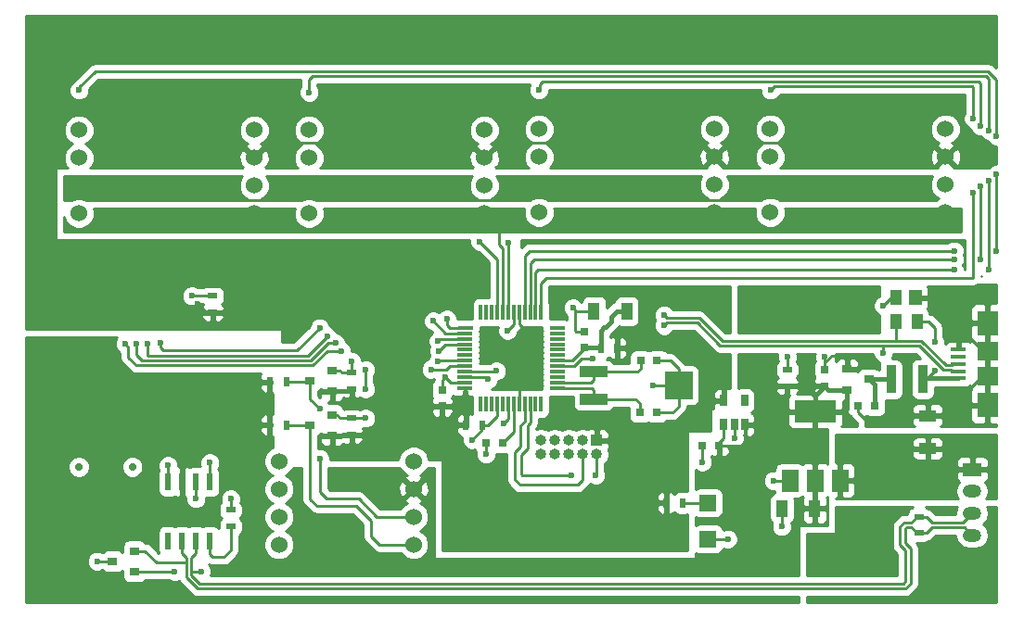
<source format=gtl>
%TF.GenerationSoftware,KiCad,Pcbnew,4.0.7*%
%TF.CreationDate,2019-07-23T20:22:45-04:00*%
%TF.ProjectId,Pressure Scanner Board,5072657373757265205363616E6E6572,rev?*%
%TF.FileFunction,Copper,L1,Top,Signal*%
%FSLAX46Y46*%
G04 Gerber Fmt 4.6, Leading zero omitted, Abs format (unit mm)*
G04 Created by KiCad (PCBNEW 4.0.7) date 07/23/19 20:22:45*
%MOMM*%
%LPD*%
G01*
G04 APERTURE LIST*
%ADD10C,0.100000*%
%ADD11R,0.500000X0.900000*%
%ADD12R,1.450000X0.300000*%
%ADD13R,0.300000X1.450000*%
%ADD14R,2.500000X1.000000*%
%ADD15R,2.500000X2.500000*%
%ADD16R,3.800000X2.000000*%
%ADD17R,1.500000X2.000000*%
%ADD18C,1.524000*%
%ADD19R,0.600000X1.550000*%
%ADD20R,1.200000X1.400000*%
%ADD21R,1.000000X1.400000*%
%ADD22R,1.000000X1.600000*%
%ADD23R,1.600000X1.000000*%
%ADD24R,1.500000X1.500000*%
%ADD25R,0.900000X0.800000*%
%ADD26R,0.900000X2.500000*%
%ADD27R,1.000000X1.000000*%
%ADD28O,1.000000X1.000000*%
%ADD29R,1.900000X1.800000*%
%ADD30R,1.900000X2.300000*%
%ADD31R,1.400000X0.400000*%
%ADD32R,0.650000X1.060000*%
%ADD33C,0.730000*%
%ADD34R,0.800000X0.750000*%
%ADD35R,0.750000X0.800000*%
%ADD36R,0.900000X0.500000*%
%ADD37R,1.700000X1.200000*%
%ADD38O,1.700000X1.200000*%
%ADD39C,0.600000*%
%ADD40C,0.250000*%
%ADD41C,0.450000*%
%ADD42C,0.254000*%
G04 APERTURE END LIST*
D10*
D11*
X164695000Y-81089500D03*
X163195000Y-81089500D03*
D12*
X159200000Y-84750000D03*
X159200000Y-84250000D03*
X159200000Y-83750000D03*
X159200000Y-83250000D03*
X159200000Y-82750000D03*
X159200000Y-82250000D03*
X159200000Y-81750000D03*
X159200000Y-81250000D03*
X159200000Y-80750000D03*
X159200000Y-79750000D03*
X159200000Y-79250000D03*
D13*
X157750000Y-77800000D03*
X157250000Y-77800000D03*
X156750000Y-77800000D03*
X156250000Y-77800000D03*
X155750000Y-77800000D03*
X155250000Y-77800000D03*
X154750000Y-77800000D03*
X154250000Y-77800000D03*
X153750000Y-77800000D03*
X153250000Y-77800000D03*
X152750000Y-77800000D03*
X152250000Y-77800000D03*
D12*
X159200000Y-80250000D03*
X150830000Y-79250000D03*
X150800000Y-79750000D03*
X150800000Y-80250000D03*
X150800000Y-80750000D03*
X150800000Y-81250000D03*
X150800000Y-81750000D03*
X150800000Y-82250000D03*
X150800000Y-82750000D03*
X150800000Y-83250000D03*
X150800000Y-84250000D03*
X150800000Y-84750000D03*
X150800000Y-83750000D03*
D13*
X152250000Y-86200000D03*
X152750000Y-86200000D03*
X153250000Y-86200000D03*
X153750000Y-86200000D03*
X154250000Y-86200000D03*
X154750000Y-86200000D03*
X155250000Y-86200000D03*
X155750000Y-86200000D03*
X156250000Y-86200000D03*
X156750000Y-86200000D03*
X157250000Y-86200000D03*
X157750000Y-86200000D03*
D14*
X162560000Y-85748500D03*
X162560000Y-83248500D03*
D15*
X170310000Y-84498500D03*
D16*
X182753000Y-86893000D03*
D17*
X182753000Y-93193000D03*
X185053000Y-93193000D03*
X180453000Y-93193000D03*
D18*
X194650000Y-61080000D03*
X194650000Y-63620000D03*
X194650000Y-66160000D03*
X194650000Y-68700000D03*
X178650000Y-68700000D03*
X178650000Y-66160000D03*
X178650000Y-63620000D03*
X178650000Y-61080000D03*
D19*
X127508000Y-93312000D03*
X126238000Y-93312000D03*
X124968000Y-93312000D03*
X123698000Y-93312000D03*
X123698000Y-98712000D03*
X124968000Y-98712000D03*
X126238000Y-98712000D03*
X127508000Y-98712000D03*
D18*
X146113000Y-91440000D03*
X146113000Y-93980000D03*
X146113000Y-96520000D03*
X146113000Y-99060000D03*
X133823000Y-99060000D03*
X133823000Y-96520000D03*
X133823000Y-93980000D03*
X133823000Y-91440000D03*
D20*
X191905000Y-76497000D03*
D21*
X190185000Y-76497000D03*
X190185000Y-78697000D03*
X192085000Y-78697000D03*
D22*
X165584000Y-77724000D03*
X162584000Y-77724000D03*
D23*
X193040000Y-90273000D03*
X193040000Y-87273000D03*
D22*
X182729000Y-95758000D03*
X179729000Y-95758000D03*
D24*
X172974000Y-95252000D03*
X172974000Y-98552000D03*
D25*
X120634000Y-101534000D03*
X120634000Y-99634000D03*
X118634000Y-100584000D03*
D26*
X189685000Y-83947000D03*
X192585000Y-83947000D03*
D27*
X162814000Y-89535000D03*
D28*
X162814000Y-90805000D03*
X161544000Y-89535000D03*
X161544000Y-90805000D03*
X160274000Y-89535000D03*
X160274000Y-90805000D03*
X159004000Y-89535000D03*
X159004000Y-90805000D03*
X157734000Y-89535000D03*
X157734000Y-90805000D03*
D29*
X198501000Y-81400000D03*
D30*
X198501000Y-78800000D03*
D29*
X198501000Y-83700000D03*
D30*
X198501000Y-86300000D03*
D31*
X195826000Y-81250000D03*
X195826000Y-81900000D03*
X195826000Y-82550000D03*
X195826000Y-83200000D03*
X195826000Y-83850000D03*
D25*
X185690000Y-82997000D03*
X185690000Y-84897000D03*
X187690000Y-83947000D03*
X138668000Y-85024000D03*
X138668000Y-83124000D03*
X136668000Y-84074000D03*
X138668000Y-89088000D03*
X138668000Y-87188000D03*
X136668000Y-88138000D03*
D32*
X174437000Y-88095000D03*
X175387000Y-88095000D03*
X176337000Y-88095000D03*
X176337000Y-85895000D03*
X174437000Y-85895000D03*
D18*
X152558272Y-61170404D03*
X152558272Y-63710404D03*
X152558272Y-66250404D03*
X152558272Y-68790404D03*
X136558272Y-68790404D03*
X136558272Y-66250404D03*
X136558272Y-63710404D03*
X136558272Y-61170404D03*
X173558272Y-61090404D03*
X173558272Y-63630404D03*
X173558272Y-66170404D03*
X173558272Y-68710404D03*
X157558272Y-68710404D03*
X157558272Y-66170404D03*
X157558272Y-63630404D03*
X157558272Y-61090404D03*
X131558272Y-61170404D03*
X131558272Y-63710404D03*
X131558272Y-66250404D03*
X131558272Y-68790404D03*
X115558272Y-68790404D03*
X115558272Y-66250404D03*
X115558272Y-63710404D03*
X115558272Y-61170404D03*
D33*
X120423000Y-91948000D03*
X115543000Y-91948000D03*
D34*
X166826500Y-82232500D03*
X168326500Y-82232500D03*
X166775000Y-86995000D03*
X168275000Y-86995000D03*
X152729500Y-89789000D03*
X154229500Y-89789000D03*
D35*
X161734500Y-79565500D03*
X161734500Y-81065500D03*
X148717000Y-84911500D03*
X148717000Y-86411500D03*
D34*
X186702000Y-86360000D03*
X188202000Y-86360000D03*
D35*
X183642000Y-83070000D03*
X183642000Y-84570000D03*
D34*
X172478000Y-90043000D03*
X173978000Y-90043000D03*
D11*
X150900000Y-88138000D03*
X152400000Y-88138000D03*
X169164000Y-95250000D03*
X170664000Y-95250000D03*
D36*
X180213000Y-83070000D03*
X180213000Y-84570000D03*
X140462000Y-84824000D03*
X140462000Y-83324000D03*
D11*
X132981000Y-84201000D03*
X134481000Y-84201000D03*
D36*
X140462000Y-89015000D03*
X140462000Y-87515000D03*
D11*
X132981000Y-88138000D03*
X134481000Y-88138000D03*
D36*
X127762000Y-77839000D03*
X127762000Y-76339000D03*
X129413000Y-97397000D03*
X129413000Y-95897000D03*
X192250000Y-96500000D03*
X192250000Y-98000000D03*
D37*
X197104000Y-92202000D03*
D38*
X197104000Y-94202000D03*
X197104000Y-96202000D03*
X197104000Y-98202000D03*
D39*
X117221000Y-100584000D03*
X195897500Y-87185500D03*
X196342000Y-85344000D03*
X148971000Y-83756500D03*
X160655000Y-77406500D03*
X180213000Y-81915000D03*
X195834000Y-80137000D03*
X183642000Y-81915000D03*
X162496500Y-82042000D03*
X175387000Y-89344500D03*
X172466000Y-91503500D03*
X178943000Y-93218000D03*
X179705000Y-97409000D03*
X174815500Y-98552000D03*
X188531500Y-87757000D03*
X185737500Y-81788000D03*
X198501000Y-76390500D03*
X194373500Y-76517500D03*
X195834000Y-78867000D03*
X196342000Y-86296500D03*
X152717500Y-90805000D03*
X154305000Y-88011000D03*
X167957500Y-84518500D03*
X126238000Y-94869000D03*
X129413000Y-94869000D03*
X154686000Y-79502000D03*
X159067500Y-86042500D03*
X126365000Y-77089000D03*
X159131000Y-77914500D03*
X157289500Y-83820000D03*
X173164500Y-83058000D03*
X156337000Y-79502000D03*
X130937000Y-89281000D03*
X168973500Y-79049500D03*
X188976000Y-77216000D03*
X188976000Y-81534000D03*
X153670000Y-83185000D03*
X168973500Y-78049500D03*
X152908000Y-83947000D03*
X193675000Y-83185000D03*
X193675000Y-80518000D03*
X160528000Y-92710000D03*
X162750500Y-92710000D03*
X151447500Y-89471500D03*
X148336000Y-82296000D03*
X140462000Y-82296000D03*
X137541000Y-91186000D03*
X137541000Y-86614000D03*
X141732000Y-83058000D03*
X147701000Y-83058000D03*
X141732000Y-87503000D03*
X141732000Y-84836000D03*
X125857000Y-76327000D03*
X197167500Y-66929000D03*
X197167500Y-60134500D03*
X178689000Y-57531000D03*
X198628000Y-73914000D03*
X195453000Y-73914000D03*
X198628000Y-65786000D03*
X198628000Y-61214000D03*
X136588500Y-57721500D03*
X197866000Y-60833000D03*
X197866000Y-66294000D03*
X195453000Y-73025000D03*
X197866000Y-73025000D03*
X157543500Y-57531000D03*
X154750000Y-71438000D03*
X148717000Y-67183000D03*
X152146000Y-71374000D03*
X115570000Y-57531000D03*
X195453000Y-72199500D03*
X199326500Y-72199500D03*
X199326500Y-65214500D03*
X199326500Y-61722000D03*
X149161500Y-78422500D03*
X138234085Y-80023656D03*
X121856500Y-80708500D03*
X147891500Y-78613000D03*
X137541000Y-79248000D03*
X122999500Y-80645000D03*
X148336000Y-80454500D03*
X139001500Y-80645000D03*
X120777000Y-80708500D03*
X148399500Y-81343500D03*
X139509500Y-81343500D03*
X119761000Y-80708500D03*
X127508000Y-91567000D03*
X123698000Y-91821000D03*
X126746000Y-101536500D03*
X124269500Y-101536500D03*
D40*
X193929000Y-87209500D02*
X193103500Y-87209500D01*
X193103500Y-87209500D02*
X193040000Y-87273000D01*
X118634000Y-100584000D02*
X117221000Y-100584000D01*
X193675000Y-87209500D02*
X193929000Y-87209500D01*
X193929000Y-87209500D02*
X195873500Y-87209500D01*
X195873500Y-87209500D02*
X195897500Y-87185500D01*
X198501000Y-81400000D02*
X198113000Y-81400000D01*
X198113000Y-81400000D02*
X196850000Y-80137000D01*
X196850000Y-80137000D02*
X195834000Y-80137000D01*
X198501000Y-83700000D02*
X197986000Y-83700000D01*
X197986000Y-83700000D02*
X196342000Y-85344000D01*
X148717000Y-84911500D02*
X148717000Y-84010500D01*
X149464500Y-84250000D02*
X148971000Y-83756500D01*
X149464500Y-84250000D02*
X150800000Y-84250000D01*
X148717000Y-84010500D02*
X148971000Y-83756500D01*
X162584000Y-77724000D02*
X160972500Y-77724000D01*
X160845500Y-77597000D02*
X160655000Y-77406500D01*
X160845500Y-79502000D02*
X160909000Y-79565500D01*
X160909000Y-79565500D02*
X161734500Y-79565500D01*
X160845500Y-79248000D02*
X160845500Y-79502000D01*
X160845500Y-79248000D02*
X160845500Y-77597000D01*
X160972500Y-77724000D02*
X160655000Y-77406500D01*
X180213000Y-83070000D02*
X180213000Y-81915000D01*
X195826000Y-81250000D02*
X195826000Y-80145000D01*
X195826000Y-80145000D02*
X195834000Y-80137000D01*
X183642000Y-83070000D02*
X183642000Y-81915000D01*
X161734500Y-79565500D02*
X161544000Y-79565500D01*
X159200000Y-82750000D02*
X160772500Y-82750000D01*
X161480500Y-82042000D02*
X162496500Y-82042000D01*
X160772500Y-82750000D02*
X161480500Y-82042000D01*
X175387000Y-88095000D02*
X175387000Y-89344500D01*
X172478000Y-90043000D02*
X172478000Y-91491500D01*
X172478000Y-91491500D02*
X172466000Y-91503500D01*
X180453000Y-93193000D02*
X178968000Y-93193000D01*
X178968000Y-93193000D02*
X178943000Y-93218000D01*
X179729000Y-95758000D02*
X179729000Y-97385000D01*
X179729000Y-97385000D02*
X179705000Y-97409000D01*
X172974000Y-98552000D02*
X174815500Y-98552000D01*
X187642500Y-87757000D02*
X188531500Y-87757000D01*
X183642000Y-83070000D02*
X183642000Y-82420000D01*
X183642000Y-82420000D02*
X184274000Y-81788000D01*
X184274000Y-81788000D02*
X185737500Y-81788000D01*
X185690000Y-82997000D02*
X185690000Y-81835500D01*
X185690000Y-81835500D02*
X185737500Y-81788000D01*
X187474000Y-87757000D02*
X187642500Y-87757000D01*
X186702000Y-86360000D02*
X186702000Y-86985000D01*
X186702000Y-86985000D02*
X187474000Y-87757000D01*
X198501000Y-77400000D02*
X198501000Y-76390500D01*
X198501000Y-78800000D02*
X198501000Y-77400000D01*
X192775500Y-76517500D02*
X194373500Y-76517500D01*
X191905000Y-76497000D02*
X192755000Y-76497000D01*
X192755000Y-76497000D02*
X192775500Y-76517500D01*
X198501000Y-78800000D02*
X195901000Y-78800000D01*
X195901000Y-78800000D02*
X195834000Y-78867000D01*
X198501000Y-86300000D02*
X196345500Y-86300000D01*
X196345500Y-86300000D02*
X196342000Y-86296500D01*
X152729500Y-89789000D02*
X152729500Y-90793000D01*
X152729500Y-90793000D02*
X152717500Y-90805000D01*
X154750000Y-86200000D02*
X154750000Y-87566000D01*
X154750000Y-87566000D02*
X154305000Y-88011000D01*
X168326500Y-82232500D02*
X169544000Y-82232500D01*
X169544000Y-82232500D02*
X170310000Y-82998500D01*
X170310000Y-82998500D02*
X170310000Y-84498500D01*
X170310000Y-84498500D02*
X167977500Y-84498500D01*
X167977500Y-84498500D02*
X167957500Y-84518500D01*
X168275000Y-86995000D02*
X169735500Y-86995000D01*
X169735500Y-86995000D02*
X170310000Y-86420500D01*
X170310000Y-86420500D02*
X170310000Y-84498500D01*
X126238000Y-93312000D02*
X126238000Y-94869000D01*
X129413000Y-95897000D02*
X129413000Y-94869000D01*
X155250000Y-77800000D02*
X155250000Y-78938000D01*
X155250000Y-78938000D02*
X154686000Y-79502000D01*
X155257500Y-88786000D02*
X155250000Y-88778500D01*
X155250000Y-88778500D02*
X155250000Y-86200000D01*
X154229500Y-89789000D02*
X154254500Y-89789000D01*
X154254500Y-89789000D02*
X155257500Y-88786000D01*
X150800000Y-84750000D02*
X150800000Y-85737500D01*
X150126000Y-86411500D02*
X148717000Y-86411500D01*
X150800000Y-85737500D02*
X150126000Y-86411500D01*
X127762000Y-77839000D02*
X127115000Y-77839000D01*
X127115000Y-77839000D02*
X126365000Y-77089000D01*
X155849236Y-84625264D02*
X155750000Y-84724500D01*
X155750000Y-84724500D02*
X155750000Y-86200000D01*
X156908500Y-84625264D02*
X155849236Y-84625264D01*
X157289500Y-83820000D02*
X157289500Y-84244264D01*
X157289500Y-84244264D02*
X156908500Y-84625264D01*
D41*
X138668000Y-85024000D02*
X140262000Y-85024000D01*
X140262000Y-85024000D02*
X140462000Y-84824000D01*
D40*
X155750000Y-77800000D02*
X155750000Y-78915000D01*
X155750000Y-78915000D02*
X156337000Y-79502000D01*
X173558272Y-63630404D02*
X173605596Y-63630404D01*
X173605596Y-63630404D02*
X174879000Y-62357000D01*
X174879000Y-62357000D02*
X180340000Y-62357000D01*
X152558272Y-63710404D02*
X152558272Y-63595728D01*
X152558272Y-63595728D02*
X153797000Y-62357000D01*
X153797000Y-62357000D02*
X159131000Y-62357000D01*
X131558272Y-63710404D02*
X131558272Y-63640728D01*
X131558272Y-63640728D02*
X132842000Y-62357000D01*
X132842000Y-62357000D02*
X137795000Y-62357000D01*
X159200000Y-82250000D02*
X160575000Y-82250000D01*
X160575000Y-82250000D02*
X161734500Y-81090500D01*
X161734500Y-81090500D02*
X161734500Y-81065500D01*
D41*
X164147500Y-78676500D02*
X164147500Y-78210500D01*
X164147500Y-78210500D02*
X164634000Y-77724000D01*
X164634000Y-77724000D02*
X165584000Y-77724000D01*
X163639500Y-79184500D02*
X164147500Y-78676500D01*
X163512500Y-79184500D02*
X163639500Y-79184500D01*
X163195000Y-79502000D02*
X163512500Y-79184500D01*
X163195000Y-81089500D02*
X163195000Y-79502000D01*
X161734500Y-81065500D02*
X163171000Y-81065500D01*
X163171000Y-81065500D02*
X163195000Y-81089500D01*
X188202000Y-86360000D02*
X188202000Y-84459000D01*
X188202000Y-84459000D02*
X187690000Y-83947000D01*
X189685000Y-83947000D02*
X187690000Y-83947000D01*
D40*
X176337000Y-88095000D02*
X176337000Y-89728000D01*
X176022000Y-90043000D02*
X173978000Y-90043000D01*
X176337000Y-89728000D02*
X176022000Y-90043000D01*
D41*
X182753000Y-86893000D02*
X185395000Y-86893000D01*
X185690000Y-86598000D02*
X185690000Y-84897000D01*
X185395000Y-86893000D02*
X185690000Y-86598000D01*
X182753000Y-86893000D02*
X182753000Y-85459000D01*
X182753000Y-85459000D02*
X183642000Y-84570000D01*
X182753000Y-86893000D02*
X182753000Y-85344000D01*
X182753000Y-85344000D02*
X181979000Y-84570000D01*
X180213000Y-84570000D02*
X181979000Y-84570000D01*
X181979000Y-84570000D02*
X183642000Y-84570000D01*
X185690000Y-84897000D02*
X183969000Y-84897000D01*
X183969000Y-84897000D02*
X183642000Y-84570000D01*
D40*
X173978000Y-90043000D02*
X173978000Y-89801000D01*
X173978000Y-89801000D02*
X174437000Y-89342000D01*
X174437000Y-89342000D02*
X174437000Y-88095000D01*
D41*
X182753000Y-93193000D02*
X182753000Y-95734000D01*
X182753000Y-95734000D02*
X182729000Y-95758000D01*
D40*
X174096848Y-80872500D02*
X188976000Y-80872500D01*
X188976000Y-80872500D02*
X192270662Y-80872500D01*
X188976000Y-81534000D02*
X188976000Y-81109736D01*
X188976000Y-81109736D02*
X188976000Y-80872500D01*
X192270662Y-80872500D02*
X194500662Y-83102500D01*
X195228500Y-83102500D02*
X195326000Y-83200000D01*
X168973500Y-79049500D02*
X169246001Y-78776999D01*
X169246001Y-78776999D02*
X172001347Y-78776999D01*
X172001347Y-78776999D02*
X174096848Y-80872500D01*
X194500662Y-83102500D02*
X195228500Y-83102500D01*
X195326000Y-83200000D02*
X195826000Y-83200000D01*
X188976000Y-77216000D02*
X189695000Y-76497000D01*
X189695000Y-76497000D02*
X190185000Y-76497000D01*
X153605000Y-83250000D02*
X150800000Y-83250000D01*
X153670000Y-83185000D02*
X153605000Y-83250000D01*
X174285312Y-80417500D02*
X190182500Y-80417500D01*
X190182500Y-80417500D02*
X192459126Y-80417500D01*
X190185000Y-78697000D02*
X190185000Y-79647000D01*
X190185000Y-79647000D02*
X190182500Y-79649500D01*
X190182500Y-79649500D02*
X190182500Y-80417500D01*
X192459126Y-80417500D02*
X194689126Y-82647500D01*
X195326000Y-82550000D02*
X195826000Y-82550000D01*
X168973500Y-78049500D02*
X169246001Y-78322001D01*
X169246001Y-78322001D02*
X172189813Y-78322001D01*
X172189813Y-78322001D02*
X174285312Y-80417500D01*
X195228500Y-82647500D02*
X195326000Y-82550000D01*
X194689126Y-82647500D02*
X195228500Y-82647500D01*
X150800000Y-83750000D02*
X152711000Y-83750000D01*
X152711000Y-83750000D02*
X152908000Y-83947000D01*
X192085000Y-78697000D02*
X193124000Y-78697000D01*
X193675000Y-83185000D02*
X192913000Y-83947000D01*
X193675000Y-79248000D02*
X193675000Y-80518000D01*
X193124000Y-78697000D02*
X193675000Y-79248000D01*
X192913000Y-83947000D02*
X192585000Y-83947000D01*
D41*
X195826000Y-83850000D02*
X192682000Y-83850000D01*
X192682000Y-83850000D02*
X192585000Y-83947000D01*
D40*
X170664000Y-95250000D02*
X172972000Y-95250000D01*
X172972000Y-95250000D02*
X172974000Y-95252000D01*
X156527500Y-88139410D02*
X156750000Y-87916910D01*
X156750000Y-87916910D02*
X156750000Y-86200000D01*
X156527500Y-90297000D02*
X156527500Y-88139410D01*
X155956000Y-90868500D02*
X156527500Y-90297000D01*
X155956000Y-92646500D02*
X155956000Y-90868500D01*
X156019500Y-92710000D02*
X155956000Y-92646500D01*
X160528000Y-92710000D02*
X156019500Y-92710000D01*
X162814000Y-90805000D02*
X162814000Y-92646500D01*
X162814000Y-92646500D02*
X162750500Y-92710000D01*
X155892500Y-88138000D02*
X156250000Y-87780500D01*
X156250000Y-87780500D02*
X156250000Y-86200000D01*
X155892500Y-90107910D02*
X155892500Y-88138000D01*
X155384500Y-93154500D02*
X155384500Y-90615910D01*
X155384500Y-90615910D02*
X155892500Y-90107910D01*
X155829000Y-93599000D02*
X155384500Y-93154500D01*
X161099500Y-93599000D02*
X155829000Y-93599000D01*
X161544000Y-93154500D02*
X161099500Y-93599000D01*
X161544000Y-90805000D02*
X161544000Y-93154500D01*
X152400000Y-88138000D02*
X152400000Y-88519000D01*
X152400000Y-88519000D02*
X151447500Y-89471500D01*
X152400000Y-88138000D02*
X152900000Y-88138000D01*
X152900000Y-88138000D02*
X153750000Y-87288000D01*
X153750000Y-87288000D02*
X153750000Y-86200000D01*
X138668000Y-83124000D02*
X139385000Y-83124000D01*
X139585000Y-83324000D02*
X140462000Y-83324000D01*
X139385000Y-83124000D02*
X139585000Y-83324000D01*
X140462000Y-83324000D02*
X140462000Y-82296000D01*
X148382000Y-82250000D02*
X150800000Y-82250000D01*
X148336000Y-82296000D02*
X148382000Y-82250000D01*
X136668000Y-84074000D02*
X136668000Y-85741000D01*
X142748000Y-96520000D02*
X146113000Y-96520000D01*
X141097000Y-94869000D02*
X142748000Y-96520000D01*
X138176000Y-94869000D02*
X141097000Y-94869000D01*
X137541000Y-94234000D02*
X138176000Y-94869000D01*
X137541000Y-91186000D02*
X137541000Y-94234000D01*
X136668000Y-85741000D02*
X137541000Y-86614000D01*
X134481000Y-84201000D02*
X136541000Y-84201000D01*
X136541000Y-84201000D02*
X136668000Y-84074000D01*
X150800000Y-82750000D02*
X149406000Y-82750000D01*
X149098000Y-83058000D02*
X147701000Y-83058000D01*
X149406000Y-82750000D02*
X149098000Y-83058000D01*
X141720000Y-87515000D02*
X141732000Y-87503000D01*
X141732000Y-84836000D02*
X141732000Y-83058000D01*
X141720000Y-87515000D02*
X140462000Y-87515000D01*
X138668000Y-87188000D02*
X139131000Y-87188000D01*
X139458000Y-87515000D02*
X140462000Y-87515000D01*
X139131000Y-87188000D02*
X139458000Y-87515000D01*
X136668000Y-88138000D02*
X136668000Y-94885000D01*
X143002000Y-99060000D02*
X146113000Y-99060000D01*
X142240000Y-98298000D02*
X143002000Y-99060000D01*
X142240000Y-96901000D02*
X142240000Y-98298000D01*
X140843000Y-95504000D02*
X142240000Y-96901000D01*
X137287000Y-95504000D02*
X140843000Y-95504000D01*
X136668000Y-94885000D02*
X137287000Y-95504000D01*
X134481000Y-88138000D02*
X136668000Y-88138000D01*
X125869000Y-76339000D02*
X127762000Y-76339000D01*
X125857000Y-76327000D02*
X125869000Y-76339000D01*
X128778000Y-100203000D02*
X129413000Y-99568000D01*
X129413000Y-99568000D02*
X129413000Y-97397000D01*
X127762000Y-100203000D02*
X128778000Y-100203000D01*
X127508000Y-99949000D02*
X127762000Y-100203000D01*
X127508000Y-98712000D02*
X127508000Y-99949000D01*
X157750000Y-75168000D02*
X157750000Y-77800000D01*
X158242000Y-74676000D02*
X157750000Y-75168000D01*
X158623000Y-74676000D02*
X158242000Y-74676000D01*
X160464500Y-74676000D02*
X158623000Y-74676000D01*
X164465000Y-74676000D02*
X160464500Y-74676000D01*
X175577500Y-74676000D02*
X164465000Y-74676000D01*
X184785000Y-74676000D02*
X175577500Y-74676000D01*
X194437000Y-74676000D02*
X184785000Y-74676000D01*
X197167500Y-74676000D02*
X194437000Y-74676000D01*
X197167500Y-66929000D02*
X197167500Y-74676000D01*
X197167500Y-57282502D02*
X197167500Y-60134500D01*
X197046002Y-57161004D02*
X197167500Y-57282502D01*
X179058996Y-57161004D02*
X197046002Y-57161004D01*
X178689000Y-57531000D02*
X179058996Y-57161004D01*
X195453000Y-73914000D02*
X157480000Y-73914000D01*
X157250000Y-74144000D02*
X157480000Y-73914000D01*
X157250000Y-74144000D02*
X157250000Y-77800000D01*
X198374000Y-56261000D02*
X198628000Y-56515000D01*
X198628000Y-56515000D02*
X198628000Y-61214000D01*
X137229002Y-56261000D02*
X198374000Y-56261000D01*
X198628000Y-65786000D02*
X198628000Y-73914000D01*
X136906000Y-56261000D02*
X137229002Y-56261000D01*
X136588500Y-56578500D02*
X136906000Y-56261000D01*
X136588500Y-57721500D02*
X136588500Y-56578500D01*
X197866000Y-73025000D02*
X197866000Y-66294000D01*
X197866000Y-56896000D02*
X197866000Y-60833000D01*
X197681002Y-56711002D02*
X197866000Y-56896000D01*
X156750000Y-73374000D02*
X156750000Y-77800000D01*
X156750000Y-73374000D02*
X157099000Y-73025000D01*
X195453000Y-73025000D02*
X157099000Y-73025000D01*
X157861000Y-56711002D02*
X197681002Y-56711002D01*
X157607000Y-56965002D02*
X157861000Y-56711002D01*
X157607000Y-57467500D02*
X157607000Y-56965002D01*
X157543500Y-57531000D02*
X157607000Y-57467500D01*
X154750000Y-77800000D02*
X154750000Y-71438000D01*
X154250000Y-77800000D02*
X154250000Y-71954000D01*
X153924000Y-71628000D02*
X153924000Y-70104000D01*
X154250000Y-71954000D02*
X153924000Y-71628000D01*
X153750000Y-72978000D02*
X152146000Y-71374000D01*
X153750000Y-77800000D02*
X153750000Y-72978000D01*
X176537000Y-66160000D02*
X175133000Y-67564000D01*
X178650000Y-66160000D02*
X176537000Y-66160000D01*
X175133000Y-67564000D02*
X172212000Y-67564000D01*
X136558272Y-66250404D02*
X134028596Y-66250404D01*
X132715000Y-67564000D02*
X130429000Y-67564000D01*
X134028596Y-66250404D02*
X132715000Y-67564000D01*
X157558272Y-66170404D02*
X154809596Y-66170404D01*
X153416000Y-67564000D02*
X151257000Y-67564000D01*
X154809596Y-66170404D02*
X153416000Y-67564000D01*
X115570000Y-57531000D02*
X115570000Y-57277000D01*
X156250000Y-72667500D02*
X156250000Y-77800000D01*
X156718000Y-72199500D02*
X156250000Y-72667500D01*
X158115000Y-72199500D02*
X156718000Y-72199500D01*
X162179000Y-72199500D02*
X158115000Y-72199500D01*
X184975500Y-72199500D02*
X162179000Y-72199500D01*
X195453000Y-72199500D02*
X184975500Y-72199500D01*
X199326500Y-65214500D02*
X199326500Y-72199500D01*
X199326500Y-56577102D02*
X199326500Y-61722000D01*
X198560396Y-55810998D02*
X199326500Y-56577102D01*
X117036002Y-55810998D02*
X198560396Y-55810998D01*
X115570000Y-57277000D02*
X117036002Y-55810998D01*
X149161500Y-78994000D02*
X149417500Y-79250000D01*
X149417500Y-79250000D02*
X150830000Y-79250000D01*
X149161500Y-78422500D02*
X149161500Y-78994000D01*
X121856500Y-81776980D02*
X136480761Y-81776980D01*
X136480761Y-81776980D02*
X138234085Y-80023656D01*
X121856500Y-80708500D02*
X121856500Y-81776980D01*
X147891500Y-78613000D02*
X149028500Y-79750000D01*
X149028500Y-79750000D02*
X150800000Y-79750000D01*
X123257206Y-81326970D02*
X135462030Y-81326970D01*
X135462030Y-81326970D02*
X137541000Y-79248000D01*
X122999500Y-80645000D02*
X122999500Y-81069264D01*
X122999500Y-81069264D02*
X123257206Y-81326970D01*
X148336000Y-80454500D02*
X148540500Y-80250000D01*
X148540500Y-80250000D02*
X150800000Y-80250000D01*
X136719600Y-82226990D02*
X138301590Y-80645000D01*
X138301590Y-80645000D02*
X139001500Y-80645000D01*
X121279490Y-82226990D02*
X136719600Y-82226990D01*
X120777000Y-80708500D02*
X120777000Y-81724500D01*
X120777000Y-81724500D02*
X121279490Y-82226990D01*
X148993000Y-80750000D02*
X150800000Y-80750000D01*
X148399500Y-81343500D02*
X148993000Y-80750000D01*
X136906000Y-82677000D02*
X138239500Y-81343500D01*
X138239500Y-81343500D02*
X139509500Y-81343500D01*
X120805498Y-82677000D02*
X136906000Y-82677000D01*
X120060999Y-81932501D02*
X120805498Y-82677000D01*
X119761000Y-80708500D02*
X120060999Y-81008499D01*
X120060999Y-81008499D02*
X120060999Y-81932501D01*
X127508000Y-91567000D02*
X127508000Y-93312000D01*
X123698000Y-91821000D02*
X123698000Y-93312000D01*
X162560000Y-83248500D02*
X166560500Y-83248500D01*
X166560500Y-83248500D02*
X166826500Y-82982500D01*
X166826500Y-82982500D02*
X166826500Y-82232500D01*
X159200000Y-84250000D02*
X162308500Y-84250000D01*
X162308500Y-84250000D02*
X162560000Y-83998500D01*
X162560000Y-83998500D02*
X162560000Y-83248500D01*
X162347000Y-84750000D02*
X162560000Y-84963000D01*
X162560000Y-84963000D02*
X162560000Y-85748500D01*
X159200000Y-84750000D02*
X162347000Y-84750000D01*
X166393500Y-85748500D02*
X166775000Y-86130000D01*
X166775000Y-86130000D02*
X166775000Y-86995000D01*
X162560000Y-85748500D02*
X166393500Y-85748500D01*
X196000000Y-97024500D02*
X196281500Y-97024500D01*
X192925000Y-96500000D02*
X193449500Y-97024500D01*
X192250000Y-96500000D02*
X192925000Y-96500000D01*
X193449500Y-97024500D02*
X196000000Y-97024500D01*
X196281500Y-97024500D02*
X197104000Y-96202000D01*
X190524500Y-97406596D02*
X190906596Y-97024500D01*
X190906596Y-97024500D02*
X191525500Y-97024500D01*
X191525500Y-97024500D02*
X192050000Y-96500000D01*
X192050000Y-96500000D02*
X192250000Y-96500000D01*
X190524500Y-99093404D02*
X190524500Y-97406596D01*
X191024500Y-99593404D02*
X190524500Y-99093404D01*
X191024500Y-102404768D02*
X191024500Y-99593404D01*
X190784768Y-102644500D02*
X191024500Y-102404768D01*
X125830500Y-101536500D02*
X125830500Y-101886768D01*
X125830500Y-101886768D02*
X126588232Y-102644500D01*
X126588232Y-102644500D02*
X190784768Y-102644500D01*
X120634000Y-101534000D02*
X124267000Y-101534000D01*
X126746000Y-101536500D02*
X125830500Y-101536500D01*
X124267000Y-101534000D02*
X124269500Y-101536500D01*
X125830500Y-100282000D02*
X125830500Y-101536500D01*
X126238000Y-98712000D02*
X126238000Y-99874500D01*
X126238000Y-99874500D02*
X125830500Y-100282000D01*
X196000000Y-97475500D02*
X196377500Y-97475500D01*
X192925000Y-98000000D02*
X193449500Y-97475500D01*
X192250000Y-98000000D02*
X192925000Y-98000000D01*
X193449500Y-97475500D02*
X196000000Y-97475500D01*
X196377500Y-97475500D02*
X197104000Y-98202000D01*
X190975500Y-97593404D02*
X191093404Y-97475500D01*
X191093404Y-97475500D02*
X191525500Y-97475500D01*
X192050000Y-98000000D02*
X192250000Y-98000000D01*
X191525500Y-97475500D02*
X192050000Y-98000000D01*
X190975500Y-98906596D02*
X190975500Y-97593404D01*
X191475500Y-99406596D02*
X190975500Y-98906596D01*
X191475500Y-102597232D02*
X191475500Y-99406596D01*
X190977232Y-103095500D02*
X191475500Y-102597232D01*
X125375500Y-100711000D02*
X125375500Y-102075232D01*
X125375500Y-102075232D02*
X126395768Y-103095500D01*
X126395768Y-103095500D02*
X190977232Y-103095500D01*
X120634000Y-99634000D02*
X121605000Y-99634000D01*
X122682000Y-100711000D02*
X125375500Y-100711000D01*
X121605000Y-99634000D02*
X122682000Y-100711000D01*
X125375500Y-100282000D02*
X125375500Y-100711000D01*
X124968000Y-98712000D02*
X124968000Y-99874500D01*
X124968000Y-99874500D02*
X125375500Y-100282000D01*
D42*
G36*
X130374643Y-65458034D02*
X130161515Y-65971304D01*
X130161030Y-66527065D01*
X130373262Y-67040707D01*
X130765902Y-67434033D01*
X130973784Y-67520353D01*
X130868150Y-67564000D01*
X116247628Y-67564000D01*
X115837372Y-67393647D01*
X115281611Y-67393162D01*
X114868150Y-67564000D01*
X114173000Y-67564000D01*
X114173000Y-65405000D01*
X130427770Y-65405000D01*
X130374643Y-65458034D01*
X130374643Y-65458034D01*
G37*
X130374643Y-65458034D02*
X130161515Y-65971304D01*
X130161030Y-66527065D01*
X130373262Y-67040707D01*
X130765902Y-67434033D01*
X130973784Y-67520353D01*
X130868150Y-67564000D01*
X116247628Y-67564000D01*
X115837372Y-67393647D01*
X115281611Y-67393162D01*
X114868150Y-67564000D01*
X114173000Y-67564000D01*
X114173000Y-65405000D01*
X130427770Y-65405000D01*
X130374643Y-65458034D01*
G36*
X151374643Y-65458034D02*
X151161515Y-65971304D01*
X151161030Y-66527065D01*
X151373262Y-67040707D01*
X151765902Y-67434033D01*
X151973784Y-67520353D01*
X151868150Y-67564000D01*
X137247628Y-67564000D01*
X136837372Y-67393647D01*
X136281611Y-67393162D01*
X135868150Y-67564000D01*
X132247628Y-67564000D01*
X132142760Y-67520455D01*
X132348575Y-67435414D01*
X132741901Y-67042774D01*
X132955029Y-66529504D01*
X132955514Y-65973743D01*
X132743282Y-65460101D01*
X132688277Y-65405000D01*
X151427770Y-65405000D01*
X151374643Y-65458034D01*
X151374643Y-65458034D01*
G37*
X151374643Y-65458034D02*
X151161515Y-65971304D01*
X151161030Y-66527065D01*
X151373262Y-67040707D01*
X151765902Y-67434033D01*
X151973784Y-67520353D01*
X151868150Y-67564000D01*
X137247628Y-67564000D01*
X136837372Y-67393647D01*
X136281611Y-67393162D01*
X135868150Y-67564000D01*
X132247628Y-67564000D01*
X132142760Y-67520455D01*
X132348575Y-67435414D01*
X132741901Y-67042774D01*
X132955029Y-66529504D01*
X132955514Y-65973743D01*
X132743282Y-65460101D01*
X132688277Y-65405000D01*
X151427770Y-65405000D01*
X151374643Y-65458034D01*
G36*
X172161515Y-65891304D02*
X172161030Y-66447065D01*
X172373262Y-66960707D01*
X172765902Y-67354033D01*
X172973784Y-67440353D01*
X172767969Y-67525394D01*
X172729296Y-67564000D01*
X158387802Y-67564000D01*
X158350642Y-67526775D01*
X157837372Y-67313647D01*
X157281611Y-67313162D01*
X156767969Y-67525394D01*
X156729296Y-67564000D01*
X153247628Y-67564000D01*
X153142760Y-67520455D01*
X153348575Y-67435414D01*
X153741901Y-67042774D01*
X153955029Y-66529504D01*
X153955514Y-65973743D01*
X153743282Y-65460101D01*
X153688277Y-65405000D01*
X172363446Y-65405000D01*
X172161515Y-65891304D01*
X172161515Y-65891304D01*
G37*
X172161515Y-65891304D02*
X172161030Y-66447065D01*
X172373262Y-66960707D01*
X172765902Y-67354033D01*
X172973784Y-67440353D01*
X172767969Y-67525394D01*
X172729296Y-67564000D01*
X158387802Y-67564000D01*
X158350642Y-67526775D01*
X157837372Y-67313647D01*
X157281611Y-67313162D01*
X156767969Y-67525394D01*
X156729296Y-67564000D01*
X153247628Y-67564000D01*
X153142760Y-67520455D01*
X153348575Y-67435414D01*
X153741901Y-67042774D01*
X153955029Y-66529504D01*
X153955514Y-65973743D01*
X153743282Y-65460101D01*
X153688277Y-65405000D01*
X172363446Y-65405000D01*
X172161515Y-65891304D01*
G36*
X193253243Y-65880900D02*
X193252758Y-66436661D01*
X193464990Y-66950303D01*
X193857630Y-67343629D01*
X194065512Y-67429949D01*
X193859697Y-67514990D01*
X193810601Y-67564000D01*
X179489916Y-67564000D01*
X179442370Y-67516371D01*
X178929100Y-67303243D01*
X178373339Y-67302758D01*
X177859697Y-67514990D01*
X177810601Y-67564000D01*
X174387802Y-67564000D01*
X174350642Y-67526775D01*
X174142760Y-67440455D01*
X174348575Y-67355414D01*
X174741901Y-66962774D01*
X174955029Y-66449504D01*
X174955514Y-65893743D01*
X174753570Y-65405000D01*
X193450854Y-65405000D01*
X193253243Y-65880900D01*
X193253243Y-65880900D01*
G37*
X193253243Y-65880900D02*
X193252758Y-66436661D01*
X193464990Y-66950303D01*
X193857630Y-67343629D01*
X194065512Y-67429949D01*
X193859697Y-67514990D01*
X193810601Y-67564000D01*
X179489916Y-67564000D01*
X179442370Y-67516371D01*
X178929100Y-67303243D01*
X178373339Y-67302758D01*
X177859697Y-67514990D01*
X177810601Y-67564000D01*
X174387802Y-67564000D01*
X174350642Y-67526775D01*
X174142760Y-67440455D01*
X174348575Y-67355414D01*
X174741901Y-66962774D01*
X174955029Y-66449504D01*
X174955514Y-65893743D01*
X174753570Y-65405000D01*
X193450854Y-65405000D01*
X193253243Y-65880900D01*
G36*
X135161515Y-68511304D02*
X135161030Y-69067065D01*
X135373262Y-69580707D01*
X135765902Y-69974033D01*
X136279172Y-70187161D01*
X136834933Y-70187646D01*
X137348575Y-69975414D01*
X137741901Y-69582774D01*
X137955029Y-69069504D01*
X137955514Y-68513743D01*
X137877940Y-68326000D01*
X156205241Y-68326000D01*
X156161515Y-68431304D01*
X156161030Y-68987065D01*
X156373262Y-69500707D01*
X156765902Y-69894033D01*
X157279172Y-70107161D01*
X157834933Y-70107646D01*
X158348575Y-69895414D01*
X158741901Y-69502774D01*
X158955029Y-68989504D01*
X158955514Y-68433743D01*
X158910996Y-68326000D01*
X177292649Y-68326000D01*
X177253243Y-68420900D01*
X177252758Y-68976661D01*
X177464990Y-69490303D01*
X177857630Y-69883629D01*
X178370900Y-70096757D01*
X178926661Y-70097242D01*
X179440303Y-69885010D01*
X179833629Y-69492370D01*
X180046757Y-68979100D01*
X180047242Y-68423339D01*
X180007022Y-68326000D01*
X196088000Y-68326000D01*
X196088000Y-70485000D01*
X152443189Y-70485000D01*
X152332799Y-70439162D01*
X151960833Y-70438838D01*
X151849112Y-70485000D01*
X114173000Y-70485000D01*
X114173000Y-69096035D01*
X114373262Y-69580707D01*
X114765902Y-69974033D01*
X115279172Y-70187161D01*
X115834933Y-70187646D01*
X116348575Y-69975414D01*
X116741901Y-69582774D01*
X116955029Y-69069504D01*
X116955514Y-68513743D01*
X116877940Y-68326000D01*
X135238460Y-68326000D01*
X135161515Y-68511304D01*
X135161515Y-68511304D01*
G37*
X135161515Y-68511304D02*
X135161030Y-69067065D01*
X135373262Y-69580707D01*
X135765902Y-69974033D01*
X136279172Y-70187161D01*
X136834933Y-70187646D01*
X137348575Y-69975414D01*
X137741901Y-69582774D01*
X137955029Y-69069504D01*
X137955514Y-68513743D01*
X137877940Y-68326000D01*
X156205241Y-68326000D01*
X156161515Y-68431304D01*
X156161030Y-68987065D01*
X156373262Y-69500707D01*
X156765902Y-69894033D01*
X157279172Y-70107161D01*
X157834933Y-70107646D01*
X158348575Y-69895414D01*
X158741901Y-69502774D01*
X158955029Y-68989504D01*
X158955514Y-68433743D01*
X158910996Y-68326000D01*
X177292649Y-68326000D01*
X177253243Y-68420900D01*
X177252758Y-68976661D01*
X177464990Y-69490303D01*
X177857630Y-69883629D01*
X178370900Y-70096757D01*
X178926661Y-70097242D01*
X179440303Y-69885010D01*
X179833629Y-69492370D01*
X180046757Y-68979100D01*
X180047242Y-68423339D01*
X180007022Y-68326000D01*
X196088000Y-68326000D01*
X196088000Y-70485000D01*
X152443189Y-70485000D01*
X152332799Y-70439162D01*
X151960833Y-70438838D01*
X151849112Y-70485000D01*
X114173000Y-70485000D01*
X114173000Y-69096035D01*
X114373262Y-69580707D01*
X114765902Y-69974033D01*
X115279172Y-70187161D01*
X115834933Y-70187646D01*
X116348575Y-69975414D01*
X116741901Y-69582774D01*
X116955029Y-69069504D01*
X116955514Y-68513743D01*
X116877940Y-68326000D01*
X135238460Y-68326000D01*
X135161515Y-68511304D01*
G36*
X199263000Y-55438800D02*
X199097797Y-55273597D01*
X198851235Y-55108850D01*
X198560396Y-55050998D01*
X117036002Y-55050998D01*
X116745163Y-55108850D01*
X116498601Y-55273597D01*
X115032599Y-56739599D01*
X115019100Y-56759802D01*
X114777808Y-57000673D01*
X114635162Y-57344201D01*
X114634838Y-57716167D01*
X114776883Y-58059943D01*
X115039673Y-58323192D01*
X115383201Y-58465838D01*
X115755167Y-58466162D01*
X116098943Y-58324117D01*
X116362192Y-58061327D01*
X116504838Y-57717799D01*
X116505100Y-57416702D01*
X117350804Y-56570998D01*
X135829992Y-56570998D01*
X135828500Y-56578500D01*
X135828500Y-57159037D01*
X135796308Y-57191173D01*
X135653662Y-57534701D01*
X135653338Y-57906667D01*
X135795383Y-58250443D01*
X136058173Y-58513692D01*
X136401701Y-58656338D01*
X136773667Y-58656662D01*
X137117443Y-58514617D01*
X137380692Y-58251827D01*
X137523338Y-57908299D01*
X137523662Y-57536333D01*
X137381617Y-57192557D01*
X137348500Y-57159382D01*
X137348500Y-57021000D01*
X156742867Y-57021000D01*
X156608662Y-57344201D01*
X156608338Y-57716167D01*
X156750383Y-58059943D01*
X157013173Y-58323192D01*
X157356701Y-58465838D01*
X157728667Y-58466162D01*
X158072443Y-58324117D01*
X158335692Y-58061327D01*
X158478338Y-57717799D01*
X158478553Y-57471002D01*
X177754052Y-57471002D01*
X177753838Y-57716167D01*
X177895883Y-58059943D01*
X178158673Y-58323192D01*
X178502201Y-58465838D01*
X178874167Y-58466162D01*
X179217943Y-58324117D01*
X179481192Y-58061327D01*
X179539459Y-57921004D01*
X196407500Y-57921004D01*
X196407500Y-59572037D01*
X196375308Y-59604173D01*
X196232662Y-59947701D01*
X196232338Y-60319667D01*
X196374383Y-60663443D01*
X196637173Y-60926692D01*
X196946033Y-61054943D01*
X197072883Y-61361943D01*
X197335673Y-61625192D01*
X197679201Y-61767838D01*
X197859892Y-61767995D01*
X198097673Y-62006192D01*
X198441201Y-62148838D01*
X198491212Y-62148882D01*
X198533383Y-62250943D01*
X198796173Y-62514192D01*
X199139701Y-62656838D01*
X199263000Y-62656945D01*
X199263000Y-64279444D01*
X199141333Y-64279338D01*
X198797557Y-64421383D01*
X198575553Y-64643000D01*
X195438336Y-64643000D01*
X195450608Y-64600213D01*
X194650000Y-63799605D01*
X193849392Y-64600213D01*
X193861664Y-64643000D01*
X179602596Y-64643000D01*
X179833629Y-64412370D01*
X180046757Y-63899100D01*
X180047181Y-63412302D01*
X193240856Y-63412302D01*
X193268638Y-63967368D01*
X193427603Y-64351143D01*
X193669787Y-64420608D01*
X194470395Y-63620000D01*
X194829605Y-63620000D01*
X195630213Y-64420608D01*
X195872397Y-64351143D01*
X196059144Y-63827698D01*
X196031362Y-63272632D01*
X195872397Y-62888857D01*
X195630213Y-62819392D01*
X194829605Y-63620000D01*
X194470395Y-63620000D01*
X193669787Y-62819392D01*
X193427603Y-62888857D01*
X193240856Y-63412302D01*
X180047181Y-63412302D01*
X180047242Y-63343339D01*
X179835010Y-62829697D01*
X179442370Y-62436371D01*
X179234488Y-62350051D01*
X179440303Y-62265010D01*
X179833629Y-61872370D01*
X180046757Y-61359100D01*
X180046759Y-61356661D01*
X193252758Y-61356661D01*
X193464990Y-61870303D01*
X193857630Y-62263629D01*
X194049727Y-62343395D01*
X193918857Y-62397603D01*
X193849392Y-62639787D01*
X194650000Y-63440395D01*
X195450608Y-62639787D01*
X195381143Y-62397603D01*
X195240682Y-62347491D01*
X195440303Y-62265010D01*
X195833629Y-61872370D01*
X196046757Y-61359100D01*
X196047242Y-60803339D01*
X195835010Y-60289697D01*
X195442370Y-59896371D01*
X194929100Y-59683243D01*
X194373339Y-59682758D01*
X193859697Y-59894990D01*
X193466371Y-60287630D01*
X193253243Y-60800900D01*
X193252758Y-61356661D01*
X180046759Y-61356661D01*
X180047242Y-60803339D01*
X179835010Y-60289697D01*
X179442370Y-59896371D01*
X178929100Y-59683243D01*
X178373339Y-59682758D01*
X177859697Y-59894990D01*
X177466371Y-60287630D01*
X177253243Y-60800900D01*
X177252758Y-61356661D01*
X177464990Y-61870303D01*
X177857630Y-62263629D01*
X178065512Y-62349949D01*
X177859697Y-62434990D01*
X177466371Y-62827630D01*
X177253243Y-63340900D01*
X177252758Y-63896661D01*
X177464990Y-64410303D01*
X177697281Y-64643000D01*
X174349592Y-64643000D01*
X174358880Y-64610617D01*
X173558272Y-63810009D01*
X172757664Y-64610617D01*
X172766952Y-64643000D01*
X158521290Y-64643000D01*
X158741901Y-64422774D01*
X158955029Y-63909504D01*
X158955453Y-63422706D01*
X172149128Y-63422706D01*
X172176910Y-63977772D01*
X172335875Y-64361547D01*
X172578059Y-64431012D01*
X173378667Y-63630404D01*
X173737877Y-63630404D01*
X174538485Y-64431012D01*
X174780669Y-64361547D01*
X174967416Y-63838102D01*
X174939634Y-63283036D01*
X174780669Y-62899261D01*
X174538485Y-62829796D01*
X173737877Y-63630404D01*
X173378667Y-63630404D01*
X172578059Y-62829796D01*
X172335875Y-62899261D01*
X172149128Y-63422706D01*
X158955453Y-63422706D01*
X158955514Y-63353743D01*
X158743282Y-62840101D01*
X158350642Y-62446775D01*
X158142760Y-62360455D01*
X158348575Y-62275414D01*
X158741901Y-61882774D01*
X158955029Y-61369504D01*
X158955031Y-61367065D01*
X172161030Y-61367065D01*
X172373262Y-61880707D01*
X172765902Y-62274033D01*
X172957999Y-62353799D01*
X172827129Y-62408007D01*
X172757664Y-62650191D01*
X173558272Y-63450799D01*
X174358880Y-62650191D01*
X174289415Y-62408007D01*
X174148954Y-62357895D01*
X174348575Y-62275414D01*
X174741901Y-61882774D01*
X174955029Y-61369504D01*
X174955514Y-60813743D01*
X174743282Y-60300101D01*
X174350642Y-59906775D01*
X173837372Y-59693647D01*
X173281611Y-59693162D01*
X172767969Y-59905394D01*
X172374643Y-60298034D01*
X172161515Y-60811304D01*
X172161030Y-61367065D01*
X158955031Y-61367065D01*
X158955514Y-60813743D01*
X158743282Y-60300101D01*
X158350642Y-59906775D01*
X157837372Y-59693647D01*
X157281611Y-59693162D01*
X156767969Y-59905394D01*
X156374643Y-60298034D01*
X156161515Y-60811304D01*
X156161030Y-61367065D01*
X156373262Y-61880707D01*
X156765902Y-62274033D01*
X156973784Y-62360353D01*
X156767969Y-62445394D01*
X156374643Y-62838034D01*
X156161515Y-63351304D01*
X156161030Y-63907065D01*
X156373262Y-64420707D01*
X156595167Y-64643000D01*
X153636520Y-64643000D01*
X153653498Y-64626022D01*
X153538487Y-64511011D01*
X153780669Y-64441547D01*
X153967416Y-63918102D01*
X153939634Y-63363036D01*
X153780669Y-62979261D01*
X153538485Y-62909796D01*
X152737877Y-63710404D01*
X152752020Y-63724547D01*
X152572415Y-63904152D01*
X152558272Y-63890009D01*
X152544130Y-63904152D01*
X152364525Y-63724547D01*
X152378667Y-63710404D01*
X151578059Y-62909796D01*
X151335875Y-62979261D01*
X151149128Y-63502706D01*
X151176910Y-64057772D01*
X151335875Y-64441547D01*
X151578057Y-64511011D01*
X151463046Y-64626022D01*
X151480024Y-64643000D01*
X137601430Y-64643000D01*
X137741901Y-64502774D01*
X137955029Y-63989504D01*
X137955514Y-63433743D01*
X137743282Y-62920101D01*
X137350642Y-62526775D01*
X137142760Y-62440455D01*
X137348575Y-62355414D01*
X137741901Y-61962774D01*
X137955029Y-61449504D01*
X137955031Y-61447065D01*
X151161030Y-61447065D01*
X151373262Y-61960707D01*
X151765902Y-62354033D01*
X151957999Y-62433799D01*
X151827129Y-62488007D01*
X151757664Y-62730191D01*
X152558272Y-63530799D01*
X153358880Y-62730191D01*
X153289415Y-62488007D01*
X153148954Y-62437895D01*
X153348575Y-62355414D01*
X153741901Y-61962774D01*
X153955029Y-61449504D01*
X153955514Y-60893743D01*
X153743282Y-60380101D01*
X153350642Y-59986775D01*
X152837372Y-59773647D01*
X152281611Y-59773162D01*
X151767969Y-59985394D01*
X151374643Y-60378034D01*
X151161515Y-60891304D01*
X151161030Y-61447065D01*
X137955031Y-61447065D01*
X137955514Y-60893743D01*
X137743282Y-60380101D01*
X137350642Y-59986775D01*
X136837372Y-59773647D01*
X136281611Y-59773162D01*
X135767969Y-59985394D01*
X135374643Y-60378034D01*
X135161515Y-60891304D01*
X135161030Y-61447065D01*
X135373262Y-61960707D01*
X135765902Y-62354033D01*
X135973784Y-62440353D01*
X135767969Y-62525394D01*
X135374643Y-62918034D01*
X135161515Y-63431304D01*
X135161030Y-63987065D01*
X135373262Y-64500707D01*
X135515307Y-64643000D01*
X132636520Y-64643000D01*
X132653498Y-64626022D01*
X132538487Y-64511011D01*
X132780669Y-64441547D01*
X132967416Y-63918102D01*
X132939634Y-63363036D01*
X132780669Y-62979261D01*
X132538485Y-62909796D01*
X131737877Y-63710404D01*
X131752020Y-63724547D01*
X131572415Y-63904152D01*
X131558272Y-63890009D01*
X131544130Y-63904152D01*
X131364525Y-63724547D01*
X131378667Y-63710404D01*
X130578059Y-62909796D01*
X130335875Y-62979261D01*
X130149128Y-63502706D01*
X130176910Y-64057772D01*
X130335875Y-64441547D01*
X130578057Y-64511011D01*
X130463046Y-64626022D01*
X130480024Y-64643000D01*
X116601430Y-64643000D01*
X116741901Y-64502774D01*
X116955029Y-63989504D01*
X116955514Y-63433743D01*
X116743282Y-62920101D01*
X116350642Y-62526775D01*
X116142760Y-62440455D01*
X116348575Y-62355414D01*
X116741901Y-61962774D01*
X116955029Y-61449504D01*
X116955031Y-61447065D01*
X130161030Y-61447065D01*
X130373262Y-61960707D01*
X130765902Y-62354033D01*
X130957999Y-62433799D01*
X130827129Y-62488007D01*
X130757664Y-62730191D01*
X131558272Y-63530799D01*
X132358880Y-62730191D01*
X132289415Y-62488007D01*
X132148954Y-62437895D01*
X132348575Y-62355414D01*
X132741901Y-61962774D01*
X132955029Y-61449504D01*
X132955514Y-60893743D01*
X132743282Y-60380101D01*
X132350642Y-59986775D01*
X131837372Y-59773647D01*
X131281611Y-59773162D01*
X130767969Y-59985394D01*
X130374643Y-60378034D01*
X130161515Y-60891304D01*
X130161030Y-61447065D01*
X116955031Y-61447065D01*
X116955514Y-60893743D01*
X116743282Y-60380101D01*
X116350642Y-59986775D01*
X115837372Y-59773647D01*
X115281611Y-59773162D01*
X114767969Y-59985394D01*
X114374643Y-60378034D01*
X114161515Y-60891304D01*
X114161030Y-61447065D01*
X114373262Y-61960707D01*
X114765902Y-62354033D01*
X114973784Y-62440353D01*
X114767969Y-62525394D01*
X114374643Y-62918034D01*
X114161515Y-63431304D01*
X114161030Y-63987065D01*
X114373262Y-64500707D01*
X114515307Y-64643000D01*
X113538000Y-64643000D01*
X113488590Y-64653006D01*
X113446965Y-64681447D01*
X113419685Y-64723841D01*
X113411000Y-64770000D01*
X113411000Y-71120000D01*
X113421006Y-71169410D01*
X113449447Y-71211035D01*
X113491841Y-71238315D01*
X113538000Y-71247000D01*
X151211110Y-71247000D01*
X151210838Y-71559167D01*
X151352883Y-71902943D01*
X151615673Y-72166192D01*
X151959201Y-72308838D01*
X152006077Y-72308879D01*
X152990000Y-73292802D01*
X152990000Y-76445785D01*
X152900000Y-76427560D01*
X152600000Y-76427560D01*
X152496329Y-76447067D01*
X152400000Y-76427560D01*
X152100000Y-76427560D01*
X151864683Y-76471838D01*
X151648559Y-76610910D01*
X151503569Y-76823110D01*
X151452560Y-77075000D01*
X151452560Y-78452560D01*
X150105000Y-78452560D01*
X150096473Y-78454164D01*
X150096662Y-78237333D01*
X149954617Y-77893557D01*
X149691827Y-77630308D01*
X149348299Y-77487662D01*
X148976333Y-77487338D01*
X148632557Y-77629383D01*
X148431296Y-77830293D01*
X148421827Y-77820808D01*
X148078299Y-77678162D01*
X147706333Y-77677838D01*
X147362557Y-77819883D01*
X147099308Y-78082673D01*
X146956662Y-78426201D01*
X146956338Y-78798167D01*
X147098383Y-79141943D01*
X147361173Y-79405192D01*
X147704701Y-79547838D01*
X147751577Y-79547879D01*
X147848116Y-79644418D01*
X147807057Y-79661383D01*
X147543808Y-79924173D01*
X147401162Y-80267701D01*
X147400838Y-80639667D01*
X147539752Y-80975865D01*
X147464662Y-81156701D01*
X147464338Y-81528667D01*
X147556876Y-81752627D01*
X147543808Y-81765673D01*
X147401162Y-82109201D01*
X147401109Y-82170241D01*
X147172057Y-82264883D01*
X146908808Y-82527673D01*
X146766162Y-82871201D01*
X146765838Y-83243167D01*
X146907883Y-83586943D01*
X147170673Y-83850192D01*
X147514201Y-83992838D01*
X147886167Y-83993162D01*
X147967101Y-83959721D01*
X147958333Y-84003799D01*
X147890559Y-84047410D01*
X147745569Y-84259610D01*
X147694560Y-84511500D01*
X147694560Y-85311500D01*
X147738838Y-85546817D01*
X147805329Y-85650146D01*
X147803673Y-85651802D01*
X147707000Y-85885191D01*
X147707000Y-86125750D01*
X147865750Y-86284500D01*
X148590000Y-86284500D01*
X148590000Y-86264500D01*
X148844000Y-86264500D01*
X148844000Y-86284500D01*
X149568250Y-86284500D01*
X149727000Y-86125750D01*
X149727000Y-85885191D01*
X149630327Y-85651802D01*
X149628957Y-85650432D01*
X149688431Y-85563390D01*
X149714017Y-85437042D01*
X149715302Y-85438327D01*
X149948691Y-85535000D01*
X150514250Y-85535000D01*
X150673000Y-85376250D01*
X150673000Y-85047440D01*
X150927000Y-85047440D01*
X150927000Y-85376250D01*
X151085750Y-85535000D01*
X151452560Y-85535000D01*
X151452560Y-86925000D01*
X151493579Y-87142996D01*
X151276309Y-87053000D01*
X151183750Y-87053000D01*
X151025000Y-87211750D01*
X151025000Y-88011000D01*
X151047000Y-88011000D01*
X151047000Y-88265000D01*
X151025000Y-88265000D01*
X151025000Y-88285000D01*
X150775000Y-88285000D01*
X150775000Y-88265000D01*
X150173750Y-88265000D01*
X150015000Y-88423750D01*
X150015000Y-88714310D01*
X150111673Y-88947699D01*
X150290302Y-89126327D01*
X150523691Y-89223000D01*
X150538283Y-89223000D01*
X150512662Y-89284701D01*
X150512338Y-89656667D01*
X150654383Y-90000443D01*
X150917173Y-90263692D01*
X151260701Y-90406338D01*
X151632667Y-90406662D01*
X151720863Y-90370220D01*
X151726338Y-90399317D01*
X151815813Y-90538365D01*
X151782662Y-90618201D01*
X151782338Y-90990167D01*
X151924383Y-91333943D01*
X152187173Y-91597192D01*
X152530701Y-91739838D01*
X152902667Y-91740162D01*
X153246443Y-91598117D01*
X153509692Y-91335327D01*
X153652338Y-90991799D01*
X153652526Y-90775602D01*
X153829500Y-90811440D01*
X154624500Y-90811440D01*
X154624500Y-93154500D01*
X154682352Y-93445339D01*
X154847099Y-93691901D01*
X155291599Y-94136401D01*
X155538161Y-94301148D01*
X155829000Y-94359000D01*
X161099500Y-94359000D01*
X161390339Y-94301148D01*
X161636901Y-94136401D01*
X162081401Y-93691901D01*
X162212977Y-93494983D01*
X162220173Y-93502192D01*
X162563701Y-93644838D01*
X162935667Y-93645162D01*
X163279443Y-93503117D01*
X163542692Y-93240327D01*
X163685338Y-92896799D01*
X163685662Y-92524833D01*
X163574000Y-92254590D01*
X163574000Y-91658244D01*
X163616566Y-91629802D01*
X163862603Y-91261582D01*
X163949000Y-90827236D01*
X163949000Y-90782764D01*
X163865488Y-90362924D01*
X163949000Y-90161309D01*
X163949000Y-89820750D01*
X163790250Y-89662000D01*
X162941000Y-89662000D01*
X162941000Y-89673026D01*
X162814000Y-89647764D01*
X162687000Y-89673026D01*
X162687000Y-89662000D01*
X162667000Y-89662000D01*
X162667000Y-89617564D01*
X162679000Y-89557236D01*
X162679000Y-89512764D01*
X162667000Y-89452436D01*
X162667000Y-89408000D01*
X162687000Y-89408000D01*
X162687000Y-88558750D01*
X162941000Y-88558750D01*
X162941000Y-89408000D01*
X163790250Y-89408000D01*
X163949000Y-89249250D01*
X163949000Y-88908691D01*
X163852327Y-88675302D01*
X163673699Y-88496673D01*
X163440310Y-88400000D01*
X163099750Y-88400000D01*
X162941000Y-88558750D01*
X162687000Y-88558750D01*
X162528250Y-88400000D01*
X162187690Y-88400000D01*
X161999182Y-88478083D01*
X161978346Y-88464161D01*
X161544000Y-88377764D01*
X161109654Y-88464161D01*
X160909000Y-88598234D01*
X160708346Y-88464161D01*
X160274000Y-88377764D01*
X159839654Y-88464161D01*
X159639000Y-88598234D01*
X159438346Y-88464161D01*
X159004000Y-88377764D01*
X158569654Y-88464161D01*
X158369000Y-88598234D01*
X158168346Y-88464161D01*
X157734000Y-88377764D01*
X157299654Y-88464161D01*
X157287500Y-88472282D01*
X157287500Y-88454163D01*
X157452148Y-88207749D01*
X157510000Y-87916910D01*
X157510000Y-87554215D01*
X157600000Y-87572440D01*
X157900000Y-87572440D01*
X158135317Y-87528162D01*
X158351441Y-87389090D01*
X158496431Y-87176890D01*
X158547440Y-86925000D01*
X158547440Y-85547440D01*
X159925000Y-85547440D01*
X160123976Y-85510000D01*
X160662560Y-85510000D01*
X160662560Y-86248500D01*
X160706838Y-86483817D01*
X160845910Y-86699941D01*
X161058110Y-86844931D01*
X161310000Y-86895940D01*
X163810000Y-86895940D01*
X164045317Y-86851662D01*
X164261441Y-86712590D01*
X164400890Y-86508500D01*
X165750139Y-86508500D01*
X165727560Y-86620000D01*
X165727560Y-87370000D01*
X165771838Y-87605317D01*
X165910910Y-87821441D01*
X166123110Y-87966431D01*
X166375000Y-88017440D01*
X167175000Y-88017440D01*
X167410317Y-87973162D01*
X167524978Y-87899380D01*
X167623110Y-87966431D01*
X167875000Y-88017440D01*
X168675000Y-88017440D01*
X168910317Y-87973162D01*
X169126441Y-87834090D01*
X169180481Y-87755000D01*
X169735500Y-87755000D01*
X170026339Y-87697148D01*
X170272901Y-87532401D01*
X170847401Y-86957901D01*
X171012148Y-86711339D01*
X171070000Y-86420500D01*
X171070000Y-86395940D01*
X171560000Y-86395940D01*
X171795317Y-86351662D01*
X172011441Y-86212590D01*
X172156431Y-86000390D01*
X172207440Y-85748500D01*
X172207440Y-85238691D01*
X173477000Y-85238691D01*
X173477000Y-85609250D01*
X173635750Y-85768000D01*
X174310000Y-85768000D01*
X174310000Y-84888750D01*
X174151250Y-84730000D01*
X173985690Y-84730000D01*
X173752301Y-84826673D01*
X173573673Y-85005302D01*
X173477000Y-85238691D01*
X172207440Y-85238691D01*
X172207440Y-83248500D01*
X172163162Y-83013183D01*
X172024090Y-82797059D01*
X171811890Y-82652069D01*
X171560000Y-82601060D01*
X170940920Y-82601060D01*
X170847401Y-82461099D01*
X170081401Y-81695099D01*
X169834839Y-81530352D01*
X169544000Y-81472500D01*
X169233344Y-81472500D01*
X169190590Y-81406059D01*
X168978390Y-81261069D01*
X168726500Y-81210060D01*
X167926500Y-81210060D01*
X167691183Y-81254338D01*
X167576522Y-81328120D01*
X167478390Y-81261069D01*
X167226500Y-81210060D01*
X166426500Y-81210060D01*
X166191183Y-81254338D01*
X165975059Y-81393410D01*
X165830069Y-81605610D01*
X165779060Y-81857500D01*
X165779060Y-82488500D01*
X164397279Y-82488500D01*
X164274090Y-82297059D01*
X164061890Y-82152069D01*
X163810000Y-82101060D01*
X163744968Y-82101060D01*
X163896441Y-82003590D01*
X163942969Y-81935494D01*
X164085302Y-82077827D01*
X164318691Y-82174500D01*
X164411250Y-82174500D01*
X164570000Y-82015750D01*
X164570000Y-81216500D01*
X164820000Y-81216500D01*
X164820000Y-82015750D01*
X164978750Y-82174500D01*
X165071309Y-82174500D01*
X165304698Y-82077827D01*
X165483327Y-81899199D01*
X165580000Y-81665810D01*
X165580000Y-81375250D01*
X165421250Y-81216500D01*
X164820000Y-81216500D01*
X164570000Y-81216500D01*
X164548000Y-81216500D01*
X164548000Y-80962500D01*
X164570000Y-80962500D01*
X164570000Y-80163250D01*
X164820000Y-80163250D01*
X164820000Y-80962500D01*
X165421250Y-80962500D01*
X165580000Y-80803750D01*
X165580000Y-80513190D01*
X165483327Y-80279801D01*
X165304698Y-80101173D01*
X165071309Y-80004500D01*
X164978750Y-80004500D01*
X164820000Y-80163250D01*
X164570000Y-80163250D01*
X164411250Y-80004500D01*
X164318691Y-80004500D01*
X164085302Y-80101173D01*
X164055000Y-80131475D01*
X164055000Y-79921311D01*
X164247612Y-79792612D01*
X164755609Y-79284614D01*
X164755612Y-79284612D01*
X164861357Y-79126354D01*
X165084000Y-79171440D01*
X166084000Y-79171440D01*
X166319317Y-79127162D01*
X166535441Y-78988090D01*
X166680431Y-78775890D01*
X166731440Y-78524000D01*
X166731440Y-76924000D01*
X166687162Y-76688683D01*
X166548090Y-76472559D01*
X166335890Y-76327569D01*
X166084000Y-76276560D01*
X165084000Y-76276560D01*
X164848683Y-76320838D01*
X164632559Y-76459910D01*
X164487569Y-76672110D01*
X164440933Y-76902404D01*
X164304892Y-76929464D01*
X164052881Y-77097852D01*
X164025888Y-77115888D01*
X163731440Y-77410336D01*
X163731440Y-76924000D01*
X163687162Y-76688683D01*
X163548090Y-76472559D01*
X163335890Y-76327569D01*
X163084000Y-76276560D01*
X162084000Y-76276560D01*
X161848683Y-76320838D01*
X161632559Y-76459910D01*
X161487569Y-76672110D01*
X161446328Y-76875765D01*
X161185327Y-76614308D01*
X160841799Y-76471662D01*
X160469833Y-76471338D01*
X160126057Y-76613383D01*
X159862808Y-76876173D01*
X159720162Y-77219701D01*
X159719838Y-77591667D01*
X159861883Y-77935443D01*
X160085500Y-78159451D01*
X160085500Y-78485062D01*
X159925000Y-78452560D01*
X158547440Y-78452560D01*
X158547440Y-77075000D01*
X158510000Y-76876024D01*
X158510000Y-75482802D01*
X158556802Y-75436000D01*
X175006000Y-75436000D01*
X175006000Y-79657500D01*
X174600114Y-79657500D01*
X172727214Y-77784600D01*
X172480652Y-77619853D01*
X172189813Y-77562001D01*
X169783741Y-77562001D01*
X169766617Y-77520557D01*
X169503827Y-77257308D01*
X169160299Y-77114662D01*
X168788333Y-77114338D01*
X168444557Y-77256383D01*
X168181308Y-77519173D01*
X168038662Y-77862701D01*
X168038338Y-78234667D01*
X168168569Y-78549851D01*
X168038662Y-78862701D01*
X168038338Y-79234667D01*
X168180383Y-79578443D01*
X168443173Y-79841692D01*
X168786701Y-79984338D01*
X169158667Y-79984662D01*
X169502443Y-79842617D01*
X169765692Y-79579827D01*
X169783476Y-79536999D01*
X171686545Y-79536999D01*
X173559447Y-81409901D01*
X173806009Y-81574648D01*
X174096848Y-81632500D01*
X175006000Y-81632500D01*
X175006000Y-84778749D01*
X174888310Y-84730000D01*
X174722750Y-84730000D01*
X174564000Y-84888750D01*
X174564000Y-85768000D01*
X174584000Y-85768000D01*
X174584000Y-86022000D01*
X174564000Y-86022000D01*
X174564000Y-86042000D01*
X174310000Y-86042000D01*
X174310000Y-86022000D01*
X173635750Y-86022000D01*
X173477000Y-86180750D01*
X173477000Y-86551309D01*
X173502967Y-86614000D01*
X173355000Y-86614000D01*
X173305590Y-86624006D01*
X173263965Y-86652447D01*
X173236685Y-86694841D01*
X173228000Y-86741000D01*
X173228000Y-88646000D01*
X171196000Y-88646000D01*
X171146590Y-88656006D01*
X171104965Y-88684447D01*
X171077685Y-88726841D01*
X171069000Y-88773000D01*
X171069000Y-94183948D01*
X170914000Y-94152560D01*
X170414000Y-94152560D01*
X170178683Y-94196838D01*
X169962559Y-94335910D01*
X169916031Y-94404006D01*
X169773698Y-94261673D01*
X169540309Y-94165000D01*
X169447750Y-94165000D01*
X169289000Y-94323750D01*
X169289000Y-95123000D01*
X169311000Y-95123000D01*
X169311000Y-95377000D01*
X169289000Y-95377000D01*
X169289000Y-96176250D01*
X169447750Y-96335000D01*
X169540309Y-96335000D01*
X169773698Y-96238327D01*
X169914936Y-96097090D01*
X169949910Y-96151441D01*
X170162110Y-96296431D01*
X170414000Y-96347440D01*
X170914000Y-96347440D01*
X171069000Y-96318275D01*
X171069000Y-99568000D01*
X148717000Y-99568000D01*
X148717000Y-95535750D01*
X168279000Y-95535750D01*
X168279000Y-95826310D01*
X168375673Y-96059699D01*
X168554302Y-96238327D01*
X168787691Y-96335000D01*
X168880250Y-96335000D01*
X169039000Y-96176250D01*
X169039000Y-95377000D01*
X168437750Y-95377000D01*
X168279000Y-95535750D01*
X148717000Y-95535750D01*
X148717000Y-94673690D01*
X168279000Y-94673690D01*
X168279000Y-94964250D01*
X168437750Y-95123000D01*
X169039000Y-95123000D01*
X169039000Y-94323750D01*
X168880250Y-94165000D01*
X168787691Y-94165000D01*
X168554302Y-94261673D01*
X168375673Y-94440301D01*
X168279000Y-94673690D01*
X148717000Y-94673690D01*
X148717000Y-91440000D01*
X148706994Y-91390590D01*
X148678553Y-91348965D01*
X148636159Y-91321685D01*
X148590000Y-91313000D01*
X147510111Y-91313000D01*
X147510242Y-91163339D01*
X147298010Y-90649697D01*
X146905370Y-90256371D01*
X146392100Y-90043243D01*
X145836339Y-90042758D01*
X145322697Y-90254990D01*
X144929371Y-90647630D01*
X144716243Y-91160900D01*
X144716110Y-91313000D01*
X138475890Y-91313000D01*
X138476162Y-91000833D01*
X138334117Y-90657057D01*
X138071327Y-90393808D01*
X137727799Y-90251162D01*
X137428000Y-90250901D01*
X137428000Y-89373750D01*
X137583000Y-89373750D01*
X137583000Y-89614310D01*
X137679673Y-89847699D01*
X137858302Y-90026327D01*
X138091691Y-90123000D01*
X138382250Y-90123000D01*
X138541000Y-89964250D01*
X138541000Y-89215000D01*
X138795000Y-89215000D01*
X138795000Y-89964250D01*
X138953750Y-90123000D01*
X139244309Y-90123000D01*
X139477698Y-90026327D01*
X139656327Y-89847699D01*
X139671425Y-89811249D01*
X139885690Y-89900000D01*
X140176250Y-89900000D01*
X140335000Y-89741250D01*
X140335000Y-89140000D01*
X140589000Y-89140000D01*
X140589000Y-89741250D01*
X140747750Y-89900000D01*
X141038310Y-89900000D01*
X141271699Y-89803327D01*
X141450327Y-89624698D01*
X141547000Y-89391309D01*
X141547000Y-89298750D01*
X141388250Y-89140000D01*
X140589000Y-89140000D01*
X140335000Y-89140000D01*
X139535750Y-89140000D01*
X139460750Y-89215000D01*
X138795000Y-89215000D01*
X138541000Y-89215000D01*
X137741750Y-89215000D01*
X137583000Y-89373750D01*
X137428000Y-89373750D01*
X137428000Y-89093105D01*
X137569441Y-89002090D01*
X137656064Y-88875314D01*
X137741750Y-88961000D01*
X138541000Y-88961000D01*
X138541000Y-88941000D01*
X138795000Y-88941000D01*
X138795000Y-88961000D01*
X139594250Y-88961000D01*
X139665250Y-88890000D01*
X140335000Y-88890000D01*
X140335000Y-88868000D01*
X140589000Y-88868000D01*
X140589000Y-88890000D01*
X141388250Y-88890000D01*
X141547000Y-88731250D01*
X141547000Y-88638691D01*
X141450327Y-88405302D01*
X141438597Y-88393572D01*
X141545201Y-88437838D01*
X141917167Y-88438162D01*
X142260943Y-88296117D01*
X142524192Y-88033327D01*
X142666838Y-87689799D01*
X142666949Y-87561690D01*
X150015000Y-87561690D01*
X150015000Y-87852250D01*
X150173750Y-88011000D01*
X150775000Y-88011000D01*
X150775000Y-87211750D01*
X150616250Y-87053000D01*
X150523691Y-87053000D01*
X150290302Y-87149673D01*
X150111673Y-87328301D01*
X150015000Y-87561690D01*
X142666949Y-87561690D01*
X142667162Y-87317833D01*
X142525117Y-86974057D01*
X142262327Y-86710808D01*
X142229676Y-86697250D01*
X147707000Y-86697250D01*
X147707000Y-86937809D01*
X147803673Y-87171198D01*
X147982301Y-87349827D01*
X148215690Y-87446500D01*
X148431250Y-87446500D01*
X148590000Y-87287750D01*
X148590000Y-86538500D01*
X148844000Y-86538500D01*
X148844000Y-87287750D01*
X149002750Y-87446500D01*
X149218310Y-87446500D01*
X149451699Y-87349827D01*
X149630327Y-87171198D01*
X149727000Y-86937809D01*
X149727000Y-86697250D01*
X149568250Y-86538500D01*
X148844000Y-86538500D01*
X148590000Y-86538500D01*
X147865750Y-86538500D01*
X147707000Y-86697250D01*
X142229676Y-86697250D01*
X141918799Y-86568162D01*
X141546833Y-86567838D01*
X141216329Y-86704399D01*
X141163890Y-86668569D01*
X140912000Y-86617560D01*
X140012000Y-86617560D01*
X139776683Y-86661838D01*
X139745479Y-86681917D01*
X139721162Y-86552683D01*
X139582090Y-86336559D01*
X139369890Y-86191569D01*
X139118000Y-86140560D01*
X138357050Y-86140560D01*
X138334117Y-86085057D01*
X138308105Y-86059000D01*
X138382250Y-86059000D01*
X138541000Y-85900250D01*
X138541000Y-85151000D01*
X137741750Y-85151000D01*
X137583000Y-85309750D01*
X137583000Y-85550310D01*
X137604841Y-85603039D01*
X137428000Y-85426198D01*
X137428000Y-85029105D01*
X137569441Y-84938090D01*
X137656064Y-84811314D01*
X137741750Y-84897000D01*
X138541000Y-84897000D01*
X138541000Y-84877000D01*
X138795000Y-84877000D01*
X138795000Y-84897000D01*
X138815000Y-84897000D01*
X138815000Y-85151000D01*
X138795000Y-85151000D01*
X138795000Y-85900250D01*
X138953750Y-86059000D01*
X139244309Y-86059000D01*
X139477698Y-85962327D01*
X139656327Y-85783699D01*
X139716327Y-85638847D01*
X139885690Y-85709000D01*
X140176250Y-85709000D01*
X140335000Y-85550250D01*
X140335000Y-84949000D01*
X140315000Y-84949000D01*
X140315000Y-84699000D01*
X140335000Y-84699000D01*
X140335000Y-84677000D01*
X140589000Y-84677000D01*
X140589000Y-84699000D01*
X140609000Y-84699000D01*
X140609000Y-84949000D01*
X140589000Y-84949000D01*
X140589000Y-85550250D01*
X140747750Y-85709000D01*
X141038310Y-85709000D01*
X141217516Y-85634770D01*
X141545201Y-85770838D01*
X141917167Y-85771162D01*
X142260943Y-85629117D01*
X142524192Y-85366327D01*
X142666838Y-85022799D01*
X142667162Y-84650833D01*
X142525117Y-84307057D01*
X142492000Y-84273882D01*
X142492000Y-83620463D01*
X142524192Y-83588327D01*
X142666838Y-83244799D01*
X142667162Y-82872833D01*
X142525117Y-82529057D01*
X142262327Y-82265808D01*
X141918799Y-82123162D01*
X141546833Y-82122838D01*
X141397098Y-82184707D01*
X141397162Y-82110833D01*
X141255117Y-81767057D01*
X140992327Y-81503808D01*
X140648799Y-81361162D01*
X140444485Y-81360984D01*
X140444662Y-81158333D01*
X140302617Y-80814557D01*
X140039827Y-80551308D01*
X139936620Y-80508452D01*
X139936662Y-80459833D01*
X139794617Y-80116057D01*
X139531827Y-79852808D01*
X139188299Y-79710162D01*
X139116198Y-79710099D01*
X139027202Y-79494713D01*
X138764412Y-79231464D01*
X138476119Y-79111754D01*
X138476162Y-79062833D01*
X138334117Y-78719057D01*
X138071327Y-78455808D01*
X137727799Y-78313162D01*
X137355833Y-78312838D01*
X137012057Y-78454883D01*
X136748808Y-78717673D01*
X136606162Y-79061201D01*
X136606121Y-79108077D01*
X135147228Y-80566970D01*
X134112000Y-80566970D01*
X134112000Y-79502000D01*
X134101994Y-79452590D01*
X134073553Y-79410965D01*
X134031159Y-79383685D01*
X133985000Y-79375000D01*
X110710000Y-79375000D01*
X110710000Y-78122750D01*
X126677000Y-78122750D01*
X126677000Y-78215309D01*
X126773673Y-78448698D01*
X126952301Y-78627327D01*
X127185690Y-78724000D01*
X127476250Y-78724000D01*
X127635000Y-78565250D01*
X127635000Y-77964000D01*
X127889000Y-77964000D01*
X127889000Y-78565250D01*
X128047750Y-78724000D01*
X128338310Y-78724000D01*
X128571699Y-78627327D01*
X128750327Y-78448698D01*
X128847000Y-78215309D01*
X128847000Y-78122750D01*
X128688250Y-77964000D01*
X127889000Y-77964000D01*
X127635000Y-77964000D01*
X126835750Y-77964000D01*
X126677000Y-78122750D01*
X110710000Y-78122750D01*
X110710000Y-76512167D01*
X124921838Y-76512167D01*
X125063883Y-76855943D01*
X125326673Y-77119192D01*
X125670201Y-77261838D01*
X126042167Y-77262162D01*
X126385943Y-77120117D01*
X126407097Y-77099000D01*
X126903974Y-77099000D01*
X126773673Y-77229302D01*
X126677000Y-77462691D01*
X126677000Y-77555250D01*
X126835750Y-77714000D01*
X127635000Y-77714000D01*
X127635000Y-77692000D01*
X127889000Y-77692000D01*
X127889000Y-77714000D01*
X128688250Y-77714000D01*
X128847000Y-77555250D01*
X128847000Y-77462691D01*
X128750327Y-77229302D01*
X128609090Y-77088064D01*
X128663441Y-77053090D01*
X128808431Y-76840890D01*
X128859440Y-76589000D01*
X128859440Y-76089000D01*
X128815162Y-75853683D01*
X128676090Y-75637559D01*
X128463890Y-75492569D01*
X128212000Y-75441560D01*
X127312000Y-75441560D01*
X127076683Y-75485838D01*
X126931905Y-75579000D01*
X126431442Y-75579000D01*
X126387327Y-75534808D01*
X126043799Y-75392162D01*
X125671833Y-75391838D01*
X125328057Y-75533883D01*
X125064808Y-75796673D01*
X124922162Y-76140201D01*
X124921838Y-76512167D01*
X110710000Y-76512167D01*
X110710000Y-50710000D01*
X199263000Y-50710000D01*
X199263000Y-55438800D01*
X199263000Y-55438800D01*
G37*
X199263000Y-55438800D02*
X199097797Y-55273597D01*
X198851235Y-55108850D01*
X198560396Y-55050998D01*
X117036002Y-55050998D01*
X116745163Y-55108850D01*
X116498601Y-55273597D01*
X115032599Y-56739599D01*
X115019100Y-56759802D01*
X114777808Y-57000673D01*
X114635162Y-57344201D01*
X114634838Y-57716167D01*
X114776883Y-58059943D01*
X115039673Y-58323192D01*
X115383201Y-58465838D01*
X115755167Y-58466162D01*
X116098943Y-58324117D01*
X116362192Y-58061327D01*
X116504838Y-57717799D01*
X116505100Y-57416702D01*
X117350804Y-56570998D01*
X135829992Y-56570998D01*
X135828500Y-56578500D01*
X135828500Y-57159037D01*
X135796308Y-57191173D01*
X135653662Y-57534701D01*
X135653338Y-57906667D01*
X135795383Y-58250443D01*
X136058173Y-58513692D01*
X136401701Y-58656338D01*
X136773667Y-58656662D01*
X137117443Y-58514617D01*
X137380692Y-58251827D01*
X137523338Y-57908299D01*
X137523662Y-57536333D01*
X137381617Y-57192557D01*
X137348500Y-57159382D01*
X137348500Y-57021000D01*
X156742867Y-57021000D01*
X156608662Y-57344201D01*
X156608338Y-57716167D01*
X156750383Y-58059943D01*
X157013173Y-58323192D01*
X157356701Y-58465838D01*
X157728667Y-58466162D01*
X158072443Y-58324117D01*
X158335692Y-58061327D01*
X158478338Y-57717799D01*
X158478553Y-57471002D01*
X177754052Y-57471002D01*
X177753838Y-57716167D01*
X177895883Y-58059943D01*
X178158673Y-58323192D01*
X178502201Y-58465838D01*
X178874167Y-58466162D01*
X179217943Y-58324117D01*
X179481192Y-58061327D01*
X179539459Y-57921004D01*
X196407500Y-57921004D01*
X196407500Y-59572037D01*
X196375308Y-59604173D01*
X196232662Y-59947701D01*
X196232338Y-60319667D01*
X196374383Y-60663443D01*
X196637173Y-60926692D01*
X196946033Y-61054943D01*
X197072883Y-61361943D01*
X197335673Y-61625192D01*
X197679201Y-61767838D01*
X197859892Y-61767995D01*
X198097673Y-62006192D01*
X198441201Y-62148838D01*
X198491212Y-62148882D01*
X198533383Y-62250943D01*
X198796173Y-62514192D01*
X199139701Y-62656838D01*
X199263000Y-62656945D01*
X199263000Y-64279444D01*
X199141333Y-64279338D01*
X198797557Y-64421383D01*
X198575553Y-64643000D01*
X195438336Y-64643000D01*
X195450608Y-64600213D01*
X194650000Y-63799605D01*
X193849392Y-64600213D01*
X193861664Y-64643000D01*
X179602596Y-64643000D01*
X179833629Y-64412370D01*
X180046757Y-63899100D01*
X180047181Y-63412302D01*
X193240856Y-63412302D01*
X193268638Y-63967368D01*
X193427603Y-64351143D01*
X193669787Y-64420608D01*
X194470395Y-63620000D01*
X194829605Y-63620000D01*
X195630213Y-64420608D01*
X195872397Y-64351143D01*
X196059144Y-63827698D01*
X196031362Y-63272632D01*
X195872397Y-62888857D01*
X195630213Y-62819392D01*
X194829605Y-63620000D01*
X194470395Y-63620000D01*
X193669787Y-62819392D01*
X193427603Y-62888857D01*
X193240856Y-63412302D01*
X180047181Y-63412302D01*
X180047242Y-63343339D01*
X179835010Y-62829697D01*
X179442370Y-62436371D01*
X179234488Y-62350051D01*
X179440303Y-62265010D01*
X179833629Y-61872370D01*
X180046757Y-61359100D01*
X180046759Y-61356661D01*
X193252758Y-61356661D01*
X193464990Y-61870303D01*
X193857630Y-62263629D01*
X194049727Y-62343395D01*
X193918857Y-62397603D01*
X193849392Y-62639787D01*
X194650000Y-63440395D01*
X195450608Y-62639787D01*
X195381143Y-62397603D01*
X195240682Y-62347491D01*
X195440303Y-62265010D01*
X195833629Y-61872370D01*
X196046757Y-61359100D01*
X196047242Y-60803339D01*
X195835010Y-60289697D01*
X195442370Y-59896371D01*
X194929100Y-59683243D01*
X194373339Y-59682758D01*
X193859697Y-59894990D01*
X193466371Y-60287630D01*
X193253243Y-60800900D01*
X193252758Y-61356661D01*
X180046759Y-61356661D01*
X180047242Y-60803339D01*
X179835010Y-60289697D01*
X179442370Y-59896371D01*
X178929100Y-59683243D01*
X178373339Y-59682758D01*
X177859697Y-59894990D01*
X177466371Y-60287630D01*
X177253243Y-60800900D01*
X177252758Y-61356661D01*
X177464990Y-61870303D01*
X177857630Y-62263629D01*
X178065512Y-62349949D01*
X177859697Y-62434990D01*
X177466371Y-62827630D01*
X177253243Y-63340900D01*
X177252758Y-63896661D01*
X177464990Y-64410303D01*
X177697281Y-64643000D01*
X174349592Y-64643000D01*
X174358880Y-64610617D01*
X173558272Y-63810009D01*
X172757664Y-64610617D01*
X172766952Y-64643000D01*
X158521290Y-64643000D01*
X158741901Y-64422774D01*
X158955029Y-63909504D01*
X158955453Y-63422706D01*
X172149128Y-63422706D01*
X172176910Y-63977772D01*
X172335875Y-64361547D01*
X172578059Y-64431012D01*
X173378667Y-63630404D01*
X173737877Y-63630404D01*
X174538485Y-64431012D01*
X174780669Y-64361547D01*
X174967416Y-63838102D01*
X174939634Y-63283036D01*
X174780669Y-62899261D01*
X174538485Y-62829796D01*
X173737877Y-63630404D01*
X173378667Y-63630404D01*
X172578059Y-62829796D01*
X172335875Y-62899261D01*
X172149128Y-63422706D01*
X158955453Y-63422706D01*
X158955514Y-63353743D01*
X158743282Y-62840101D01*
X158350642Y-62446775D01*
X158142760Y-62360455D01*
X158348575Y-62275414D01*
X158741901Y-61882774D01*
X158955029Y-61369504D01*
X158955031Y-61367065D01*
X172161030Y-61367065D01*
X172373262Y-61880707D01*
X172765902Y-62274033D01*
X172957999Y-62353799D01*
X172827129Y-62408007D01*
X172757664Y-62650191D01*
X173558272Y-63450799D01*
X174358880Y-62650191D01*
X174289415Y-62408007D01*
X174148954Y-62357895D01*
X174348575Y-62275414D01*
X174741901Y-61882774D01*
X174955029Y-61369504D01*
X174955514Y-60813743D01*
X174743282Y-60300101D01*
X174350642Y-59906775D01*
X173837372Y-59693647D01*
X173281611Y-59693162D01*
X172767969Y-59905394D01*
X172374643Y-60298034D01*
X172161515Y-60811304D01*
X172161030Y-61367065D01*
X158955031Y-61367065D01*
X158955514Y-60813743D01*
X158743282Y-60300101D01*
X158350642Y-59906775D01*
X157837372Y-59693647D01*
X157281611Y-59693162D01*
X156767969Y-59905394D01*
X156374643Y-60298034D01*
X156161515Y-60811304D01*
X156161030Y-61367065D01*
X156373262Y-61880707D01*
X156765902Y-62274033D01*
X156973784Y-62360353D01*
X156767969Y-62445394D01*
X156374643Y-62838034D01*
X156161515Y-63351304D01*
X156161030Y-63907065D01*
X156373262Y-64420707D01*
X156595167Y-64643000D01*
X153636520Y-64643000D01*
X153653498Y-64626022D01*
X153538487Y-64511011D01*
X153780669Y-64441547D01*
X153967416Y-63918102D01*
X153939634Y-63363036D01*
X153780669Y-62979261D01*
X153538485Y-62909796D01*
X152737877Y-63710404D01*
X152752020Y-63724547D01*
X152572415Y-63904152D01*
X152558272Y-63890009D01*
X152544130Y-63904152D01*
X152364525Y-63724547D01*
X152378667Y-63710404D01*
X151578059Y-62909796D01*
X151335875Y-62979261D01*
X151149128Y-63502706D01*
X151176910Y-64057772D01*
X151335875Y-64441547D01*
X151578057Y-64511011D01*
X151463046Y-64626022D01*
X151480024Y-64643000D01*
X137601430Y-64643000D01*
X137741901Y-64502774D01*
X137955029Y-63989504D01*
X137955514Y-63433743D01*
X137743282Y-62920101D01*
X137350642Y-62526775D01*
X137142760Y-62440455D01*
X137348575Y-62355414D01*
X137741901Y-61962774D01*
X137955029Y-61449504D01*
X137955031Y-61447065D01*
X151161030Y-61447065D01*
X151373262Y-61960707D01*
X151765902Y-62354033D01*
X151957999Y-62433799D01*
X151827129Y-62488007D01*
X151757664Y-62730191D01*
X152558272Y-63530799D01*
X153358880Y-62730191D01*
X153289415Y-62488007D01*
X153148954Y-62437895D01*
X153348575Y-62355414D01*
X153741901Y-61962774D01*
X153955029Y-61449504D01*
X153955514Y-60893743D01*
X153743282Y-60380101D01*
X153350642Y-59986775D01*
X152837372Y-59773647D01*
X152281611Y-59773162D01*
X151767969Y-59985394D01*
X151374643Y-60378034D01*
X151161515Y-60891304D01*
X151161030Y-61447065D01*
X137955031Y-61447065D01*
X137955514Y-60893743D01*
X137743282Y-60380101D01*
X137350642Y-59986775D01*
X136837372Y-59773647D01*
X136281611Y-59773162D01*
X135767969Y-59985394D01*
X135374643Y-60378034D01*
X135161515Y-60891304D01*
X135161030Y-61447065D01*
X135373262Y-61960707D01*
X135765902Y-62354033D01*
X135973784Y-62440353D01*
X135767969Y-62525394D01*
X135374643Y-62918034D01*
X135161515Y-63431304D01*
X135161030Y-63987065D01*
X135373262Y-64500707D01*
X135515307Y-64643000D01*
X132636520Y-64643000D01*
X132653498Y-64626022D01*
X132538487Y-64511011D01*
X132780669Y-64441547D01*
X132967416Y-63918102D01*
X132939634Y-63363036D01*
X132780669Y-62979261D01*
X132538485Y-62909796D01*
X131737877Y-63710404D01*
X131752020Y-63724547D01*
X131572415Y-63904152D01*
X131558272Y-63890009D01*
X131544130Y-63904152D01*
X131364525Y-63724547D01*
X131378667Y-63710404D01*
X130578059Y-62909796D01*
X130335875Y-62979261D01*
X130149128Y-63502706D01*
X130176910Y-64057772D01*
X130335875Y-64441547D01*
X130578057Y-64511011D01*
X130463046Y-64626022D01*
X130480024Y-64643000D01*
X116601430Y-64643000D01*
X116741901Y-64502774D01*
X116955029Y-63989504D01*
X116955514Y-63433743D01*
X116743282Y-62920101D01*
X116350642Y-62526775D01*
X116142760Y-62440455D01*
X116348575Y-62355414D01*
X116741901Y-61962774D01*
X116955029Y-61449504D01*
X116955031Y-61447065D01*
X130161030Y-61447065D01*
X130373262Y-61960707D01*
X130765902Y-62354033D01*
X130957999Y-62433799D01*
X130827129Y-62488007D01*
X130757664Y-62730191D01*
X131558272Y-63530799D01*
X132358880Y-62730191D01*
X132289415Y-62488007D01*
X132148954Y-62437895D01*
X132348575Y-62355414D01*
X132741901Y-61962774D01*
X132955029Y-61449504D01*
X132955514Y-60893743D01*
X132743282Y-60380101D01*
X132350642Y-59986775D01*
X131837372Y-59773647D01*
X131281611Y-59773162D01*
X130767969Y-59985394D01*
X130374643Y-60378034D01*
X130161515Y-60891304D01*
X130161030Y-61447065D01*
X116955031Y-61447065D01*
X116955514Y-60893743D01*
X116743282Y-60380101D01*
X116350642Y-59986775D01*
X115837372Y-59773647D01*
X115281611Y-59773162D01*
X114767969Y-59985394D01*
X114374643Y-60378034D01*
X114161515Y-60891304D01*
X114161030Y-61447065D01*
X114373262Y-61960707D01*
X114765902Y-62354033D01*
X114973784Y-62440353D01*
X114767969Y-62525394D01*
X114374643Y-62918034D01*
X114161515Y-63431304D01*
X114161030Y-63987065D01*
X114373262Y-64500707D01*
X114515307Y-64643000D01*
X113538000Y-64643000D01*
X113488590Y-64653006D01*
X113446965Y-64681447D01*
X113419685Y-64723841D01*
X113411000Y-64770000D01*
X113411000Y-71120000D01*
X113421006Y-71169410D01*
X113449447Y-71211035D01*
X113491841Y-71238315D01*
X113538000Y-71247000D01*
X151211110Y-71247000D01*
X151210838Y-71559167D01*
X151352883Y-71902943D01*
X151615673Y-72166192D01*
X151959201Y-72308838D01*
X152006077Y-72308879D01*
X152990000Y-73292802D01*
X152990000Y-76445785D01*
X152900000Y-76427560D01*
X152600000Y-76427560D01*
X152496329Y-76447067D01*
X152400000Y-76427560D01*
X152100000Y-76427560D01*
X151864683Y-76471838D01*
X151648559Y-76610910D01*
X151503569Y-76823110D01*
X151452560Y-77075000D01*
X151452560Y-78452560D01*
X150105000Y-78452560D01*
X150096473Y-78454164D01*
X150096662Y-78237333D01*
X149954617Y-77893557D01*
X149691827Y-77630308D01*
X149348299Y-77487662D01*
X148976333Y-77487338D01*
X148632557Y-77629383D01*
X148431296Y-77830293D01*
X148421827Y-77820808D01*
X148078299Y-77678162D01*
X147706333Y-77677838D01*
X147362557Y-77819883D01*
X147099308Y-78082673D01*
X146956662Y-78426201D01*
X146956338Y-78798167D01*
X147098383Y-79141943D01*
X147361173Y-79405192D01*
X147704701Y-79547838D01*
X147751577Y-79547879D01*
X147848116Y-79644418D01*
X147807057Y-79661383D01*
X147543808Y-79924173D01*
X147401162Y-80267701D01*
X147400838Y-80639667D01*
X147539752Y-80975865D01*
X147464662Y-81156701D01*
X147464338Y-81528667D01*
X147556876Y-81752627D01*
X147543808Y-81765673D01*
X147401162Y-82109201D01*
X147401109Y-82170241D01*
X147172057Y-82264883D01*
X146908808Y-82527673D01*
X146766162Y-82871201D01*
X146765838Y-83243167D01*
X146907883Y-83586943D01*
X147170673Y-83850192D01*
X147514201Y-83992838D01*
X147886167Y-83993162D01*
X147967101Y-83959721D01*
X147958333Y-84003799D01*
X147890559Y-84047410D01*
X147745569Y-84259610D01*
X147694560Y-84511500D01*
X147694560Y-85311500D01*
X147738838Y-85546817D01*
X147805329Y-85650146D01*
X147803673Y-85651802D01*
X147707000Y-85885191D01*
X147707000Y-86125750D01*
X147865750Y-86284500D01*
X148590000Y-86284500D01*
X148590000Y-86264500D01*
X148844000Y-86264500D01*
X148844000Y-86284500D01*
X149568250Y-86284500D01*
X149727000Y-86125750D01*
X149727000Y-85885191D01*
X149630327Y-85651802D01*
X149628957Y-85650432D01*
X149688431Y-85563390D01*
X149714017Y-85437042D01*
X149715302Y-85438327D01*
X149948691Y-85535000D01*
X150514250Y-85535000D01*
X150673000Y-85376250D01*
X150673000Y-85047440D01*
X150927000Y-85047440D01*
X150927000Y-85376250D01*
X151085750Y-85535000D01*
X151452560Y-85535000D01*
X151452560Y-86925000D01*
X151493579Y-87142996D01*
X151276309Y-87053000D01*
X151183750Y-87053000D01*
X151025000Y-87211750D01*
X151025000Y-88011000D01*
X151047000Y-88011000D01*
X151047000Y-88265000D01*
X151025000Y-88265000D01*
X151025000Y-88285000D01*
X150775000Y-88285000D01*
X150775000Y-88265000D01*
X150173750Y-88265000D01*
X150015000Y-88423750D01*
X150015000Y-88714310D01*
X150111673Y-88947699D01*
X150290302Y-89126327D01*
X150523691Y-89223000D01*
X150538283Y-89223000D01*
X150512662Y-89284701D01*
X150512338Y-89656667D01*
X150654383Y-90000443D01*
X150917173Y-90263692D01*
X151260701Y-90406338D01*
X151632667Y-90406662D01*
X151720863Y-90370220D01*
X151726338Y-90399317D01*
X151815813Y-90538365D01*
X151782662Y-90618201D01*
X151782338Y-90990167D01*
X151924383Y-91333943D01*
X152187173Y-91597192D01*
X152530701Y-91739838D01*
X152902667Y-91740162D01*
X153246443Y-91598117D01*
X153509692Y-91335327D01*
X153652338Y-90991799D01*
X153652526Y-90775602D01*
X153829500Y-90811440D01*
X154624500Y-90811440D01*
X154624500Y-93154500D01*
X154682352Y-93445339D01*
X154847099Y-93691901D01*
X155291599Y-94136401D01*
X155538161Y-94301148D01*
X155829000Y-94359000D01*
X161099500Y-94359000D01*
X161390339Y-94301148D01*
X161636901Y-94136401D01*
X162081401Y-93691901D01*
X162212977Y-93494983D01*
X162220173Y-93502192D01*
X162563701Y-93644838D01*
X162935667Y-93645162D01*
X163279443Y-93503117D01*
X163542692Y-93240327D01*
X163685338Y-92896799D01*
X163685662Y-92524833D01*
X163574000Y-92254590D01*
X163574000Y-91658244D01*
X163616566Y-91629802D01*
X163862603Y-91261582D01*
X163949000Y-90827236D01*
X163949000Y-90782764D01*
X163865488Y-90362924D01*
X163949000Y-90161309D01*
X163949000Y-89820750D01*
X163790250Y-89662000D01*
X162941000Y-89662000D01*
X162941000Y-89673026D01*
X162814000Y-89647764D01*
X162687000Y-89673026D01*
X162687000Y-89662000D01*
X162667000Y-89662000D01*
X162667000Y-89617564D01*
X162679000Y-89557236D01*
X162679000Y-89512764D01*
X162667000Y-89452436D01*
X162667000Y-89408000D01*
X162687000Y-89408000D01*
X162687000Y-88558750D01*
X162941000Y-88558750D01*
X162941000Y-89408000D01*
X163790250Y-89408000D01*
X163949000Y-89249250D01*
X163949000Y-88908691D01*
X163852327Y-88675302D01*
X163673699Y-88496673D01*
X163440310Y-88400000D01*
X163099750Y-88400000D01*
X162941000Y-88558750D01*
X162687000Y-88558750D01*
X162528250Y-88400000D01*
X162187690Y-88400000D01*
X161999182Y-88478083D01*
X161978346Y-88464161D01*
X161544000Y-88377764D01*
X161109654Y-88464161D01*
X160909000Y-88598234D01*
X160708346Y-88464161D01*
X160274000Y-88377764D01*
X159839654Y-88464161D01*
X159639000Y-88598234D01*
X159438346Y-88464161D01*
X159004000Y-88377764D01*
X158569654Y-88464161D01*
X158369000Y-88598234D01*
X158168346Y-88464161D01*
X157734000Y-88377764D01*
X157299654Y-88464161D01*
X157287500Y-88472282D01*
X157287500Y-88454163D01*
X157452148Y-88207749D01*
X157510000Y-87916910D01*
X157510000Y-87554215D01*
X157600000Y-87572440D01*
X157900000Y-87572440D01*
X158135317Y-87528162D01*
X158351441Y-87389090D01*
X158496431Y-87176890D01*
X158547440Y-86925000D01*
X158547440Y-85547440D01*
X159925000Y-85547440D01*
X160123976Y-85510000D01*
X160662560Y-85510000D01*
X160662560Y-86248500D01*
X160706838Y-86483817D01*
X160845910Y-86699941D01*
X161058110Y-86844931D01*
X161310000Y-86895940D01*
X163810000Y-86895940D01*
X164045317Y-86851662D01*
X164261441Y-86712590D01*
X164400890Y-86508500D01*
X165750139Y-86508500D01*
X165727560Y-86620000D01*
X165727560Y-87370000D01*
X165771838Y-87605317D01*
X165910910Y-87821441D01*
X166123110Y-87966431D01*
X166375000Y-88017440D01*
X167175000Y-88017440D01*
X167410317Y-87973162D01*
X167524978Y-87899380D01*
X167623110Y-87966431D01*
X167875000Y-88017440D01*
X168675000Y-88017440D01*
X168910317Y-87973162D01*
X169126441Y-87834090D01*
X169180481Y-87755000D01*
X169735500Y-87755000D01*
X170026339Y-87697148D01*
X170272901Y-87532401D01*
X170847401Y-86957901D01*
X171012148Y-86711339D01*
X171070000Y-86420500D01*
X171070000Y-86395940D01*
X171560000Y-86395940D01*
X171795317Y-86351662D01*
X172011441Y-86212590D01*
X172156431Y-86000390D01*
X172207440Y-85748500D01*
X172207440Y-85238691D01*
X173477000Y-85238691D01*
X173477000Y-85609250D01*
X173635750Y-85768000D01*
X174310000Y-85768000D01*
X174310000Y-84888750D01*
X174151250Y-84730000D01*
X173985690Y-84730000D01*
X173752301Y-84826673D01*
X173573673Y-85005302D01*
X173477000Y-85238691D01*
X172207440Y-85238691D01*
X172207440Y-83248500D01*
X172163162Y-83013183D01*
X172024090Y-82797059D01*
X171811890Y-82652069D01*
X171560000Y-82601060D01*
X170940920Y-82601060D01*
X170847401Y-82461099D01*
X170081401Y-81695099D01*
X169834839Y-81530352D01*
X169544000Y-81472500D01*
X169233344Y-81472500D01*
X169190590Y-81406059D01*
X168978390Y-81261069D01*
X168726500Y-81210060D01*
X167926500Y-81210060D01*
X167691183Y-81254338D01*
X167576522Y-81328120D01*
X167478390Y-81261069D01*
X167226500Y-81210060D01*
X166426500Y-81210060D01*
X166191183Y-81254338D01*
X165975059Y-81393410D01*
X165830069Y-81605610D01*
X165779060Y-81857500D01*
X165779060Y-82488500D01*
X164397279Y-82488500D01*
X164274090Y-82297059D01*
X164061890Y-82152069D01*
X163810000Y-82101060D01*
X163744968Y-82101060D01*
X163896441Y-82003590D01*
X163942969Y-81935494D01*
X164085302Y-82077827D01*
X164318691Y-82174500D01*
X164411250Y-82174500D01*
X164570000Y-82015750D01*
X164570000Y-81216500D01*
X164820000Y-81216500D01*
X164820000Y-82015750D01*
X164978750Y-82174500D01*
X165071309Y-82174500D01*
X165304698Y-82077827D01*
X165483327Y-81899199D01*
X165580000Y-81665810D01*
X165580000Y-81375250D01*
X165421250Y-81216500D01*
X164820000Y-81216500D01*
X164570000Y-81216500D01*
X164548000Y-81216500D01*
X164548000Y-80962500D01*
X164570000Y-80962500D01*
X164570000Y-80163250D01*
X164820000Y-80163250D01*
X164820000Y-80962500D01*
X165421250Y-80962500D01*
X165580000Y-80803750D01*
X165580000Y-80513190D01*
X165483327Y-80279801D01*
X165304698Y-80101173D01*
X165071309Y-80004500D01*
X164978750Y-80004500D01*
X164820000Y-80163250D01*
X164570000Y-80163250D01*
X164411250Y-80004500D01*
X164318691Y-80004500D01*
X164085302Y-80101173D01*
X164055000Y-80131475D01*
X164055000Y-79921311D01*
X164247612Y-79792612D01*
X164755609Y-79284614D01*
X164755612Y-79284612D01*
X164861357Y-79126354D01*
X165084000Y-79171440D01*
X166084000Y-79171440D01*
X166319317Y-79127162D01*
X166535441Y-78988090D01*
X166680431Y-78775890D01*
X166731440Y-78524000D01*
X166731440Y-76924000D01*
X166687162Y-76688683D01*
X166548090Y-76472559D01*
X166335890Y-76327569D01*
X166084000Y-76276560D01*
X165084000Y-76276560D01*
X164848683Y-76320838D01*
X164632559Y-76459910D01*
X164487569Y-76672110D01*
X164440933Y-76902404D01*
X164304892Y-76929464D01*
X164052881Y-77097852D01*
X164025888Y-77115888D01*
X163731440Y-77410336D01*
X163731440Y-76924000D01*
X163687162Y-76688683D01*
X163548090Y-76472559D01*
X163335890Y-76327569D01*
X163084000Y-76276560D01*
X162084000Y-76276560D01*
X161848683Y-76320838D01*
X161632559Y-76459910D01*
X161487569Y-76672110D01*
X161446328Y-76875765D01*
X161185327Y-76614308D01*
X160841799Y-76471662D01*
X160469833Y-76471338D01*
X160126057Y-76613383D01*
X159862808Y-76876173D01*
X159720162Y-77219701D01*
X159719838Y-77591667D01*
X159861883Y-77935443D01*
X160085500Y-78159451D01*
X160085500Y-78485062D01*
X159925000Y-78452560D01*
X158547440Y-78452560D01*
X158547440Y-77075000D01*
X158510000Y-76876024D01*
X158510000Y-75482802D01*
X158556802Y-75436000D01*
X175006000Y-75436000D01*
X175006000Y-79657500D01*
X174600114Y-79657500D01*
X172727214Y-77784600D01*
X172480652Y-77619853D01*
X172189813Y-77562001D01*
X169783741Y-77562001D01*
X169766617Y-77520557D01*
X169503827Y-77257308D01*
X169160299Y-77114662D01*
X168788333Y-77114338D01*
X168444557Y-77256383D01*
X168181308Y-77519173D01*
X168038662Y-77862701D01*
X168038338Y-78234667D01*
X168168569Y-78549851D01*
X168038662Y-78862701D01*
X168038338Y-79234667D01*
X168180383Y-79578443D01*
X168443173Y-79841692D01*
X168786701Y-79984338D01*
X169158667Y-79984662D01*
X169502443Y-79842617D01*
X169765692Y-79579827D01*
X169783476Y-79536999D01*
X171686545Y-79536999D01*
X173559447Y-81409901D01*
X173806009Y-81574648D01*
X174096848Y-81632500D01*
X175006000Y-81632500D01*
X175006000Y-84778749D01*
X174888310Y-84730000D01*
X174722750Y-84730000D01*
X174564000Y-84888750D01*
X174564000Y-85768000D01*
X174584000Y-85768000D01*
X174584000Y-86022000D01*
X174564000Y-86022000D01*
X174564000Y-86042000D01*
X174310000Y-86042000D01*
X174310000Y-86022000D01*
X173635750Y-86022000D01*
X173477000Y-86180750D01*
X173477000Y-86551309D01*
X173502967Y-86614000D01*
X173355000Y-86614000D01*
X173305590Y-86624006D01*
X173263965Y-86652447D01*
X173236685Y-86694841D01*
X173228000Y-86741000D01*
X173228000Y-88646000D01*
X171196000Y-88646000D01*
X171146590Y-88656006D01*
X171104965Y-88684447D01*
X171077685Y-88726841D01*
X171069000Y-88773000D01*
X171069000Y-94183948D01*
X170914000Y-94152560D01*
X170414000Y-94152560D01*
X170178683Y-94196838D01*
X169962559Y-94335910D01*
X169916031Y-94404006D01*
X169773698Y-94261673D01*
X169540309Y-94165000D01*
X169447750Y-94165000D01*
X169289000Y-94323750D01*
X169289000Y-95123000D01*
X169311000Y-95123000D01*
X169311000Y-95377000D01*
X169289000Y-95377000D01*
X169289000Y-96176250D01*
X169447750Y-96335000D01*
X169540309Y-96335000D01*
X169773698Y-96238327D01*
X169914936Y-96097090D01*
X169949910Y-96151441D01*
X170162110Y-96296431D01*
X170414000Y-96347440D01*
X170914000Y-96347440D01*
X171069000Y-96318275D01*
X171069000Y-99568000D01*
X148717000Y-99568000D01*
X148717000Y-95535750D01*
X168279000Y-95535750D01*
X168279000Y-95826310D01*
X168375673Y-96059699D01*
X168554302Y-96238327D01*
X168787691Y-96335000D01*
X168880250Y-96335000D01*
X169039000Y-96176250D01*
X169039000Y-95377000D01*
X168437750Y-95377000D01*
X168279000Y-95535750D01*
X148717000Y-95535750D01*
X148717000Y-94673690D01*
X168279000Y-94673690D01*
X168279000Y-94964250D01*
X168437750Y-95123000D01*
X169039000Y-95123000D01*
X169039000Y-94323750D01*
X168880250Y-94165000D01*
X168787691Y-94165000D01*
X168554302Y-94261673D01*
X168375673Y-94440301D01*
X168279000Y-94673690D01*
X148717000Y-94673690D01*
X148717000Y-91440000D01*
X148706994Y-91390590D01*
X148678553Y-91348965D01*
X148636159Y-91321685D01*
X148590000Y-91313000D01*
X147510111Y-91313000D01*
X147510242Y-91163339D01*
X147298010Y-90649697D01*
X146905370Y-90256371D01*
X146392100Y-90043243D01*
X145836339Y-90042758D01*
X145322697Y-90254990D01*
X144929371Y-90647630D01*
X144716243Y-91160900D01*
X144716110Y-91313000D01*
X138475890Y-91313000D01*
X138476162Y-91000833D01*
X138334117Y-90657057D01*
X138071327Y-90393808D01*
X137727799Y-90251162D01*
X137428000Y-90250901D01*
X137428000Y-89373750D01*
X137583000Y-89373750D01*
X137583000Y-89614310D01*
X137679673Y-89847699D01*
X137858302Y-90026327D01*
X138091691Y-90123000D01*
X138382250Y-90123000D01*
X138541000Y-89964250D01*
X138541000Y-89215000D01*
X138795000Y-89215000D01*
X138795000Y-89964250D01*
X138953750Y-90123000D01*
X139244309Y-90123000D01*
X139477698Y-90026327D01*
X139656327Y-89847699D01*
X139671425Y-89811249D01*
X139885690Y-89900000D01*
X140176250Y-89900000D01*
X140335000Y-89741250D01*
X140335000Y-89140000D01*
X140589000Y-89140000D01*
X140589000Y-89741250D01*
X140747750Y-89900000D01*
X141038310Y-89900000D01*
X141271699Y-89803327D01*
X141450327Y-89624698D01*
X141547000Y-89391309D01*
X141547000Y-89298750D01*
X141388250Y-89140000D01*
X140589000Y-89140000D01*
X140335000Y-89140000D01*
X139535750Y-89140000D01*
X139460750Y-89215000D01*
X138795000Y-89215000D01*
X138541000Y-89215000D01*
X137741750Y-89215000D01*
X137583000Y-89373750D01*
X137428000Y-89373750D01*
X137428000Y-89093105D01*
X137569441Y-89002090D01*
X137656064Y-88875314D01*
X137741750Y-88961000D01*
X138541000Y-88961000D01*
X138541000Y-88941000D01*
X138795000Y-88941000D01*
X138795000Y-88961000D01*
X139594250Y-88961000D01*
X139665250Y-88890000D01*
X140335000Y-88890000D01*
X140335000Y-88868000D01*
X140589000Y-88868000D01*
X140589000Y-88890000D01*
X141388250Y-88890000D01*
X141547000Y-88731250D01*
X141547000Y-88638691D01*
X141450327Y-88405302D01*
X141438597Y-88393572D01*
X141545201Y-88437838D01*
X141917167Y-88438162D01*
X142260943Y-88296117D01*
X142524192Y-88033327D01*
X142666838Y-87689799D01*
X142666949Y-87561690D01*
X150015000Y-87561690D01*
X150015000Y-87852250D01*
X150173750Y-88011000D01*
X150775000Y-88011000D01*
X150775000Y-87211750D01*
X150616250Y-87053000D01*
X150523691Y-87053000D01*
X150290302Y-87149673D01*
X150111673Y-87328301D01*
X150015000Y-87561690D01*
X142666949Y-87561690D01*
X142667162Y-87317833D01*
X142525117Y-86974057D01*
X142262327Y-86710808D01*
X142229676Y-86697250D01*
X147707000Y-86697250D01*
X147707000Y-86937809D01*
X147803673Y-87171198D01*
X147982301Y-87349827D01*
X148215690Y-87446500D01*
X148431250Y-87446500D01*
X148590000Y-87287750D01*
X148590000Y-86538500D01*
X148844000Y-86538500D01*
X148844000Y-87287750D01*
X149002750Y-87446500D01*
X149218310Y-87446500D01*
X149451699Y-87349827D01*
X149630327Y-87171198D01*
X149727000Y-86937809D01*
X149727000Y-86697250D01*
X149568250Y-86538500D01*
X148844000Y-86538500D01*
X148590000Y-86538500D01*
X147865750Y-86538500D01*
X147707000Y-86697250D01*
X142229676Y-86697250D01*
X141918799Y-86568162D01*
X141546833Y-86567838D01*
X141216329Y-86704399D01*
X141163890Y-86668569D01*
X140912000Y-86617560D01*
X140012000Y-86617560D01*
X139776683Y-86661838D01*
X139745479Y-86681917D01*
X139721162Y-86552683D01*
X139582090Y-86336559D01*
X139369890Y-86191569D01*
X139118000Y-86140560D01*
X138357050Y-86140560D01*
X138334117Y-86085057D01*
X138308105Y-86059000D01*
X138382250Y-86059000D01*
X138541000Y-85900250D01*
X138541000Y-85151000D01*
X137741750Y-85151000D01*
X137583000Y-85309750D01*
X137583000Y-85550310D01*
X137604841Y-85603039D01*
X137428000Y-85426198D01*
X137428000Y-85029105D01*
X137569441Y-84938090D01*
X137656064Y-84811314D01*
X137741750Y-84897000D01*
X138541000Y-84897000D01*
X138541000Y-84877000D01*
X138795000Y-84877000D01*
X138795000Y-84897000D01*
X138815000Y-84897000D01*
X138815000Y-85151000D01*
X138795000Y-85151000D01*
X138795000Y-85900250D01*
X138953750Y-86059000D01*
X139244309Y-86059000D01*
X139477698Y-85962327D01*
X139656327Y-85783699D01*
X139716327Y-85638847D01*
X139885690Y-85709000D01*
X140176250Y-85709000D01*
X140335000Y-85550250D01*
X140335000Y-84949000D01*
X140315000Y-84949000D01*
X140315000Y-84699000D01*
X140335000Y-84699000D01*
X140335000Y-84677000D01*
X140589000Y-84677000D01*
X140589000Y-84699000D01*
X140609000Y-84699000D01*
X140609000Y-84949000D01*
X140589000Y-84949000D01*
X140589000Y-85550250D01*
X140747750Y-85709000D01*
X141038310Y-85709000D01*
X141217516Y-85634770D01*
X141545201Y-85770838D01*
X141917167Y-85771162D01*
X142260943Y-85629117D01*
X142524192Y-85366327D01*
X142666838Y-85022799D01*
X142667162Y-84650833D01*
X142525117Y-84307057D01*
X142492000Y-84273882D01*
X142492000Y-83620463D01*
X142524192Y-83588327D01*
X142666838Y-83244799D01*
X142667162Y-82872833D01*
X142525117Y-82529057D01*
X142262327Y-82265808D01*
X141918799Y-82123162D01*
X141546833Y-82122838D01*
X141397098Y-82184707D01*
X141397162Y-82110833D01*
X141255117Y-81767057D01*
X140992327Y-81503808D01*
X140648799Y-81361162D01*
X140444485Y-81360984D01*
X140444662Y-81158333D01*
X140302617Y-80814557D01*
X140039827Y-80551308D01*
X139936620Y-80508452D01*
X139936662Y-80459833D01*
X139794617Y-80116057D01*
X139531827Y-79852808D01*
X139188299Y-79710162D01*
X139116198Y-79710099D01*
X139027202Y-79494713D01*
X138764412Y-79231464D01*
X138476119Y-79111754D01*
X138476162Y-79062833D01*
X138334117Y-78719057D01*
X138071327Y-78455808D01*
X137727799Y-78313162D01*
X137355833Y-78312838D01*
X137012057Y-78454883D01*
X136748808Y-78717673D01*
X136606162Y-79061201D01*
X136606121Y-79108077D01*
X135147228Y-80566970D01*
X134112000Y-80566970D01*
X134112000Y-79502000D01*
X134101994Y-79452590D01*
X134073553Y-79410965D01*
X134031159Y-79383685D01*
X133985000Y-79375000D01*
X110710000Y-79375000D01*
X110710000Y-78122750D01*
X126677000Y-78122750D01*
X126677000Y-78215309D01*
X126773673Y-78448698D01*
X126952301Y-78627327D01*
X127185690Y-78724000D01*
X127476250Y-78724000D01*
X127635000Y-78565250D01*
X127635000Y-77964000D01*
X127889000Y-77964000D01*
X127889000Y-78565250D01*
X128047750Y-78724000D01*
X128338310Y-78724000D01*
X128571699Y-78627327D01*
X128750327Y-78448698D01*
X128847000Y-78215309D01*
X128847000Y-78122750D01*
X128688250Y-77964000D01*
X127889000Y-77964000D01*
X127635000Y-77964000D01*
X126835750Y-77964000D01*
X126677000Y-78122750D01*
X110710000Y-78122750D01*
X110710000Y-76512167D01*
X124921838Y-76512167D01*
X125063883Y-76855943D01*
X125326673Y-77119192D01*
X125670201Y-77261838D01*
X126042167Y-77262162D01*
X126385943Y-77120117D01*
X126407097Y-77099000D01*
X126903974Y-77099000D01*
X126773673Y-77229302D01*
X126677000Y-77462691D01*
X126677000Y-77555250D01*
X126835750Y-77714000D01*
X127635000Y-77714000D01*
X127635000Y-77692000D01*
X127889000Y-77692000D01*
X127889000Y-77714000D01*
X128688250Y-77714000D01*
X128847000Y-77555250D01*
X128847000Y-77462691D01*
X128750327Y-77229302D01*
X128609090Y-77088064D01*
X128663441Y-77053090D01*
X128808431Y-76840890D01*
X128859440Y-76589000D01*
X128859440Y-76089000D01*
X128815162Y-75853683D01*
X128676090Y-75637559D01*
X128463890Y-75492569D01*
X128212000Y-75441560D01*
X127312000Y-75441560D01*
X127076683Y-75485838D01*
X126931905Y-75579000D01*
X126431442Y-75579000D01*
X126387327Y-75534808D01*
X126043799Y-75392162D01*
X125671833Y-75391838D01*
X125328057Y-75533883D01*
X125064808Y-75796673D01*
X124922162Y-76140201D01*
X124921838Y-76512167D01*
X110710000Y-76512167D01*
X110710000Y-50710000D01*
X199263000Y-50710000D01*
X199263000Y-55438800D01*
G36*
X155969830Y-79146080D02*
X155983750Y-79160000D01*
X156026310Y-79160000D01*
X156030335Y-79158333D01*
X156100000Y-79172440D01*
X156400000Y-79172440D01*
X156503671Y-79152933D01*
X156600000Y-79172440D01*
X156900000Y-79172440D01*
X157003671Y-79152933D01*
X157100000Y-79172440D01*
X157400000Y-79172440D01*
X157503671Y-79152933D01*
X157600000Y-79172440D01*
X157827560Y-79172440D01*
X157827560Y-79400000D01*
X157847067Y-79503671D01*
X157827560Y-79600000D01*
X157827560Y-79900000D01*
X157847067Y-80003671D01*
X157827560Y-80100000D01*
X157827560Y-80400000D01*
X157847067Y-80503671D01*
X157827560Y-80600000D01*
X157827560Y-80900000D01*
X157847067Y-81003671D01*
X157827560Y-81100000D01*
X157827560Y-81400000D01*
X157847067Y-81503671D01*
X157827560Y-81600000D01*
X157827560Y-81900000D01*
X157847067Y-82003671D01*
X157827560Y-82100000D01*
X157827560Y-82400000D01*
X157847067Y-82503671D01*
X157827560Y-82600000D01*
X157827560Y-82900000D01*
X157847067Y-83003671D01*
X157827560Y-83100000D01*
X157827560Y-83400000D01*
X157847067Y-83503671D01*
X157827560Y-83600000D01*
X157827560Y-83900000D01*
X157847067Y-84003671D01*
X157827560Y-84100000D01*
X157827560Y-84400000D01*
X157847067Y-84503671D01*
X157827560Y-84600000D01*
X157827560Y-84827560D01*
X157600000Y-84827560D01*
X157496329Y-84847067D01*
X157400000Y-84827560D01*
X157100000Y-84827560D01*
X156996329Y-84847067D01*
X156900000Y-84827560D01*
X156600000Y-84827560D01*
X156496329Y-84847067D01*
X156400000Y-84827560D01*
X156100000Y-84827560D01*
X156028677Y-84840980D01*
X156026310Y-84840000D01*
X155983750Y-84840000D01*
X155972129Y-84851621D01*
X155864683Y-84871838D01*
X155750022Y-84945620D01*
X155651890Y-84878569D01*
X155530170Y-84853920D01*
X155516250Y-84840000D01*
X155473690Y-84840000D01*
X155469665Y-84841667D01*
X155400000Y-84827560D01*
X155100000Y-84827560D01*
X154996329Y-84847067D01*
X154900000Y-84827560D01*
X154600000Y-84827560D01*
X154496329Y-84847067D01*
X154400000Y-84827560D01*
X154100000Y-84827560D01*
X153996329Y-84847067D01*
X153900000Y-84827560D01*
X153600000Y-84827560D01*
X153496329Y-84847067D01*
X153400000Y-84827560D01*
X153225314Y-84827560D01*
X153436943Y-84740117D01*
X153700192Y-84477327D01*
X153842838Y-84133799D01*
X153842850Y-84120151D01*
X153855167Y-84120162D01*
X154198943Y-83978117D01*
X154462192Y-83715327D01*
X154604838Y-83371799D01*
X154605162Y-82999833D01*
X154463117Y-82656057D01*
X154200327Y-82392808D01*
X153856799Y-82250162D01*
X153484833Y-82249838D01*
X153141057Y-82391883D01*
X153042769Y-82490000D01*
X152154215Y-82490000D01*
X152172440Y-82400000D01*
X152172440Y-82100000D01*
X152152933Y-81996329D01*
X152172440Y-81900000D01*
X152172440Y-81600000D01*
X152152933Y-81496329D01*
X152172440Y-81400000D01*
X152172440Y-81100000D01*
X152152933Y-80996329D01*
X152172440Y-80900000D01*
X152172440Y-80600000D01*
X152152933Y-80496329D01*
X152172440Y-80400000D01*
X152172440Y-80100000D01*
X152152933Y-79996329D01*
X152172440Y-79900000D01*
X152172440Y-79600000D01*
X152167382Y-79573120D01*
X152202440Y-79400000D01*
X152202440Y-79172440D01*
X152400000Y-79172440D01*
X152503671Y-79152933D01*
X152600000Y-79172440D01*
X152900000Y-79172440D01*
X153003671Y-79152933D01*
X153100000Y-79172440D01*
X153400000Y-79172440D01*
X153503671Y-79152933D01*
X153600000Y-79172440D01*
X153810442Y-79172440D01*
X153751162Y-79315201D01*
X153750838Y-79687167D01*
X153892883Y-80030943D01*
X154155673Y-80294192D01*
X154499201Y-80436838D01*
X154871167Y-80437162D01*
X155214943Y-80295117D01*
X155478192Y-80032327D01*
X155620838Y-79688799D01*
X155620879Y-79641923D01*
X155787401Y-79475401D01*
X155952148Y-79228840D01*
X155968117Y-79148559D01*
X155968657Y-79145842D01*
X155969830Y-79146080D01*
X155969830Y-79146080D01*
G37*
X155969830Y-79146080D02*
X155983750Y-79160000D01*
X156026310Y-79160000D01*
X156030335Y-79158333D01*
X156100000Y-79172440D01*
X156400000Y-79172440D01*
X156503671Y-79152933D01*
X156600000Y-79172440D01*
X156900000Y-79172440D01*
X157003671Y-79152933D01*
X157100000Y-79172440D01*
X157400000Y-79172440D01*
X157503671Y-79152933D01*
X157600000Y-79172440D01*
X157827560Y-79172440D01*
X157827560Y-79400000D01*
X157847067Y-79503671D01*
X157827560Y-79600000D01*
X157827560Y-79900000D01*
X157847067Y-80003671D01*
X157827560Y-80100000D01*
X157827560Y-80400000D01*
X157847067Y-80503671D01*
X157827560Y-80600000D01*
X157827560Y-80900000D01*
X157847067Y-81003671D01*
X157827560Y-81100000D01*
X157827560Y-81400000D01*
X157847067Y-81503671D01*
X157827560Y-81600000D01*
X157827560Y-81900000D01*
X157847067Y-82003671D01*
X157827560Y-82100000D01*
X157827560Y-82400000D01*
X157847067Y-82503671D01*
X157827560Y-82600000D01*
X157827560Y-82900000D01*
X157847067Y-83003671D01*
X157827560Y-83100000D01*
X157827560Y-83400000D01*
X157847067Y-83503671D01*
X157827560Y-83600000D01*
X157827560Y-83900000D01*
X157847067Y-84003671D01*
X157827560Y-84100000D01*
X157827560Y-84400000D01*
X157847067Y-84503671D01*
X157827560Y-84600000D01*
X157827560Y-84827560D01*
X157600000Y-84827560D01*
X157496329Y-84847067D01*
X157400000Y-84827560D01*
X157100000Y-84827560D01*
X156996329Y-84847067D01*
X156900000Y-84827560D01*
X156600000Y-84827560D01*
X156496329Y-84847067D01*
X156400000Y-84827560D01*
X156100000Y-84827560D01*
X156028677Y-84840980D01*
X156026310Y-84840000D01*
X155983750Y-84840000D01*
X155972129Y-84851621D01*
X155864683Y-84871838D01*
X155750022Y-84945620D01*
X155651890Y-84878569D01*
X155530170Y-84853920D01*
X155516250Y-84840000D01*
X155473690Y-84840000D01*
X155469665Y-84841667D01*
X155400000Y-84827560D01*
X155100000Y-84827560D01*
X154996329Y-84847067D01*
X154900000Y-84827560D01*
X154600000Y-84827560D01*
X154496329Y-84847067D01*
X154400000Y-84827560D01*
X154100000Y-84827560D01*
X153996329Y-84847067D01*
X153900000Y-84827560D01*
X153600000Y-84827560D01*
X153496329Y-84847067D01*
X153400000Y-84827560D01*
X153225314Y-84827560D01*
X153436943Y-84740117D01*
X153700192Y-84477327D01*
X153842838Y-84133799D01*
X153842850Y-84120151D01*
X153855167Y-84120162D01*
X154198943Y-83978117D01*
X154462192Y-83715327D01*
X154604838Y-83371799D01*
X154605162Y-82999833D01*
X154463117Y-82656057D01*
X154200327Y-82392808D01*
X153856799Y-82250162D01*
X153484833Y-82249838D01*
X153141057Y-82391883D01*
X153042769Y-82490000D01*
X152154215Y-82490000D01*
X152172440Y-82400000D01*
X152172440Y-82100000D01*
X152152933Y-81996329D01*
X152172440Y-81900000D01*
X152172440Y-81600000D01*
X152152933Y-81496329D01*
X152172440Y-81400000D01*
X152172440Y-81100000D01*
X152152933Y-80996329D01*
X152172440Y-80900000D01*
X152172440Y-80600000D01*
X152152933Y-80496329D01*
X152172440Y-80400000D01*
X152172440Y-80100000D01*
X152152933Y-79996329D01*
X152172440Y-79900000D01*
X152172440Y-79600000D01*
X152167382Y-79573120D01*
X152202440Y-79400000D01*
X152202440Y-79172440D01*
X152400000Y-79172440D01*
X152503671Y-79152933D01*
X152600000Y-79172440D01*
X152900000Y-79172440D01*
X153003671Y-79152933D01*
X153100000Y-79172440D01*
X153400000Y-79172440D01*
X153503671Y-79152933D01*
X153600000Y-79172440D01*
X153810442Y-79172440D01*
X153751162Y-79315201D01*
X153750838Y-79687167D01*
X153892883Y-80030943D01*
X154155673Y-80294192D01*
X154499201Y-80436838D01*
X154871167Y-80437162D01*
X155214943Y-80295117D01*
X155478192Y-80032327D01*
X155620838Y-79688799D01*
X155620879Y-79641923D01*
X155787401Y-79475401D01*
X155952148Y-79228840D01*
X155968117Y-79148559D01*
X155968657Y-79145842D01*
X155969830Y-79146080D01*
G36*
X118968808Y-80178173D02*
X118826162Y-80521701D01*
X118825838Y-80893667D01*
X118967883Y-81237443D01*
X119230673Y-81500692D01*
X119300999Y-81529894D01*
X119300999Y-81932501D01*
X119358851Y-82223340D01*
X119523598Y-82469902D01*
X120268097Y-83214401D01*
X120514659Y-83379148D01*
X120805498Y-83437000D01*
X132173744Y-83437000D01*
X132096000Y-83624690D01*
X132096000Y-83915250D01*
X132254750Y-84074000D01*
X132856000Y-84074000D01*
X132856000Y-84054000D01*
X133106000Y-84054000D01*
X133106000Y-84074000D01*
X133128000Y-84074000D01*
X133128000Y-84328000D01*
X133106000Y-84328000D01*
X133106000Y-85127250D01*
X133223000Y-85244250D01*
X133223000Y-87094750D01*
X133106000Y-87211750D01*
X133106000Y-88011000D01*
X133128000Y-88011000D01*
X133128000Y-88265000D01*
X133106000Y-88265000D01*
X133106000Y-89064250D01*
X133223000Y-89181250D01*
X133223000Y-90176359D01*
X133032697Y-90254990D01*
X132639371Y-90647630D01*
X132426243Y-91160900D01*
X132425758Y-91716661D01*
X132637990Y-92230303D01*
X133030630Y-92623629D01*
X133238512Y-92709949D01*
X133032697Y-92794990D01*
X132639371Y-93187630D01*
X132426243Y-93700900D01*
X132425758Y-94256661D01*
X132637990Y-94770303D01*
X133030630Y-95163629D01*
X133238512Y-95249949D01*
X133032697Y-95334990D01*
X132639371Y-95727630D01*
X132426243Y-96240900D01*
X132425758Y-96796661D01*
X132637990Y-97310303D01*
X133030630Y-97703629D01*
X133238512Y-97789949D01*
X133032697Y-97874990D01*
X132639371Y-98267630D01*
X132426243Y-98780900D01*
X132425758Y-99336661D01*
X132637990Y-99850303D01*
X133030630Y-100243629D01*
X133543900Y-100456757D01*
X134099661Y-100457242D01*
X134613303Y-100245010D01*
X135006629Y-99852370D01*
X135219757Y-99339100D01*
X135220242Y-98783339D01*
X135008010Y-98269697D01*
X134615370Y-97876371D01*
X134407488Y-97790051D01*
X134613303Y-97705010D01*
X135006629Y-97312370D01*
X135219757Y-96799100D01*
X135220242Y-96243339D01*
X135008010Y-95729697D01*
X134615370Y-95336371D01*
X134407488Y-95250051D01*
X134613303Y-95165010D01*
X135006629Y-94772370D01*
X135219757Y-94259100D01*
X135220242Y-93703339D01*
X135008010Y-93189697D01*
X134615370Y-92796371D01*
X134407488Y-92710051D01*
X134613303Y-92625010D01*
X135006629Y-92232370D01*
X135071975Y-92075000D01*
X135908000Y-92075000D01*
X135908000Y-94885000D01*
X135965852Y-95175839D01*
X136130599Y-95422401D01*
X136749599Y-96041401D01*
X136996160Y-96206148D01*
X137287000Y-96264000D01*
X140528198Y-96264000D01*
X141480000Y-97215802D01*
X141480000Y-98298000D01*
X141537852Y-98588839D01*
X141702599Y-98835401D01*
X142464599Y-99597401D01*
X142711161Y-99762148D01*
X143002000Y-99820000D01*
X144915469Y-99820000D01*
X144927990Y-99850303D01*
X145320630Y-100243629D01*
X145833900Y-100456757D01*
X146389661Y-100457242D01*
X146903303Y-100245010D01*
X147296629Y-99852370D01*
X147509757Y-99339100D01*
X147510242Y-98783339D01*
X147298010Y-98269697D01*
X146905370Y-97876371D01*
X146697488Y-97790051D01*
X146903303Y-97705010D01*
X147296629Y-97312370D01*
X147509757Y-96799100D01*
X147510242Y-96243339D01*
X147298010Y-95729697D01*
X146905370Y-95336371D01*
X146713273Y-95256605D01*
X146844143Y-95202397D01*
X146913608Y-94960213D01*
X146113000Y-94159605D01*
X145312392Y-94960213D01*
X145381857Y-95202397D01*
X145522318Y-95252509D01*
X145322697Y-95334990D01*
X144929371Y-95727630D01*
X144915930Y-95760000D01*
X143062802Y-95760000D01*
X141634401Y-94331599D01*
X141387839Y-94166852D01*
X141097000Y-94109000D01*
X138490802Y-94109000D01*
X138301000Y-93919198D01*
X138301000Y-93772302D01*
X144703856Y-93772302D01*
X144731638Y-94327368D01*
X144890603Y-94711143D01*
X145132787Y-94780608D01*
X145933395Y-93980000D01*
X146292605Y-93980000D01*
X147093213Y-94780608D01*
X147335397Y-94711143D01*
X147522144Y-94187698D01*
X147494362Y-93632632D01*
X147335397Y-93248857D01*
X147093213Y-93179392D01*
X146292605Y-93980000D01*
X145933395Y-93980000D01*
X145132787Y-93179392D01*
X144890603Y-93248857D01*
X144703856Y-93772302D01*
X138301000Y-93772302D01*
X138301000Y-92075000D01*
X144863820Y-92075000D01*
X144927990Y-92230303D01*
X145320630Y-92623629D01*
X145512727Y-92703395D01*
X145381857Y-92757603D01*
X145312392Y-92999787D01*
X146113000Y-93800395D01*
X146913608Y-92999787D01*
X146844143Y-92757603D01*
X146703682Y-92707491D01*
X146903303Y-92625010D01*
X147296629Y-92232370D01*
X147361975Y-92075000D01*
X147955000Y-92075000D01*
X147955000Y-100203000D01*
X147965006Y-100252410D01*
X147993447Y-100294035D01*
X148035841Y-100321315D01*
X148082000Y-100330000D01*
X171704000Y-100330000D01*
X171753410Y-100319994D01*
X171795035Y-100291553D01*
X171822315Y-100249159D01*
X171831000Y-100203000D01*
X171831000Y-99802015D01*
X171972110Y-99898431D01*
X172224000Y-99949440D01*
X173724000Y-99949440D01*
X173959317Y-99905162D01*
X174175441Y-99766090D01*
X174320431Y-99553890D01*
X174356867Y-99373962D01*
X174628701Y-99486838D01*
X175000667Y-99487162D01*
X175344443Y-99345117D01*
X175607692Y-99082327D01*
X175750338Y-98738799D01*
X175750662Y-98366833D01*
X175608617Y-98023057D01*
X175345827Y-97759808D01*
X175002299Y-97617162D01*
X174630333Y-97616838D01*
X174357789Y-97729451D01*
X174327162Y-97566683D01*
X174188090Y-97350559D01*
X173975890Y-97205569D01*
X173724000Y-97154560D01*
X172224000Y-97154560D01*
X171988683Y-97198838D01*
X171831000Y-97300304D01*
X171831000Y-96502015D01*
X171972110Y-96598431D01*
X172224000Y-96649440D01*
X173724000Y-96649440D01*
X173959317Y-96605162D01*
X174175441Y-96466090D01*
X174320431Y-96253890D01*
X174371440Y-96002000D01*
X174371440Y-94502000D01*
X174327162Y-94266683D01*
X174188090Y-94050559D01*
X173975890Y-93905569D01*
X173724000Y-93854560D01*
X172224000Y-93854560D01*
X171988683Y-93898838D01*
X171831000Y-94000304D01*
X171831000Y-93403167D01*
X178007838Y-93403167D01*
X178149883Y-93746943D01*
X178412673Y-94010192D01*
X178756201Y-94152838D01*
X179055560Y-94153099D01*
X179055560Y-94193000D01*
X179082855Y-94338059D01*
X178993683Y-94354838D01*
X178777559Y-94493910D01*
X178632569Y-94706110D01*
X178581560Y-94958000D01*
X178581560Y-96558000D01*
X178625838Y-96793317D01*
X178764910Y-97009441D01*
X178837822Y-97059259D01*
X178770162Y-97222201D01*
X178769838Y-97594167D01*
X178911883Y-97937943D01*
X179174673Y-98201192D01*
X179518201Y-98343838D01*
X179890167Y-98344162D01*
X180233943Y-98202117D01*
X180497192Y-97939327D01*
X180639838Y-97595799D01*
X180640162Y-97223833D01*
X180582772Y-97084938D01*
X180680441Y-97022090D01*
X180825431Y-96809890D01*
X180876440Y-96558000D01*
X180876440Y-96043750D01*
X181594000Y-96043750D01*
X181594000Y-96684310D01*
X181690673Y-96917699D01*
X181869302Y-97096327D01*
X182102691Y-97193000D01*
X182443250Y-97193000D01*
X182602000Y-97034250D01*
X182602000Y-95885000D01*
X182856000Y-95885000D01*
X182856000Y-97034250D01*
X183014750Y-97193000D01*
X183355309Y-97193000D01*
X183588698Y-97096327D01*
X183767327Y-96917699D01*
X183864000Y-96684310D01*
X183864000Y-96043750D01*
X183705250Y-95885000D01*
X182856000Y-95885000D01*
X182602000Y-95885000D01*
X181752750Y-95885000D01*
X181594000Y-96043750D01*
X180876440Y-96043750D01*
X180876440Y-94958000D01*
X180854320Y-94840440D01*
X181203000Y-94840440D01*
X181438317Y-94796162D01*
X181602492Y-94690518D01*
X181637836Y-94725862D01*
X181594000Y-94831690D01*
X181594000Y-95472250D01*
X181752750Y-95631000D01*
X182602000Y-95631000D01*
X182602000Y-94693250D01*
X182626000Y-94669250D01*
X182626000Y-93320000D01*
X182606000Y-93320000D01*
X182606000Y-93066000D01*
X182626000Y-93066000D01*
X182626000Y-91716750D01*
X182467250Y-91558000D01*
X181876690Y-91558000D01*
X181643301Y-91654673D01*
X181601340Y-91696634D01*
X181454890Y-91596569D01*
X181203000Y-91545560D01*
X179703000Y-91545560D01*
X179467683Y-91589838D01*
X179251559Y-91728910D01*
X179106569Y-91941110D01*
X179055560Y-92193000D01*
X179055560Y-92283097D01*
X178757833Y-92282838D01*
X178414057Y-92424883D01*
X178150808Y-92687673D01*
X178008162Y-93031201D01*
X178007838Y-93403167D01*
X171831000Y-93403167D01*
X171831000Y-92190836D01*
X171935673Y-92295692D01*
X172279201Y-92438338D01*
X172651167Y-92438662D01*
X172994943Y-92296617D01*
X173258192Y-92033827D01*
X173400838Y-91690299D01*
X173401162Y-91318333D01*
X173259117Y-90974557D01*
X173256864Y-90972300D01*
X173451691Y-91053000D01*
X173692250Y-91053000D01*
X173851000Y-90894250D01*
X173851000Y-90170000D01*
X173831000Y-90170000D01*
X173831000Y-89916000D01*
X173851000Y-89916000D01*
X173851000Y-89896000D01*
X174105000Y-89896000D01*
X174105000Y-89916000D01*
X174125000Y-89916000D01*
X174125000Y-90170000D01*
X174105000Y-90170000D01*
X174105000Y-90894250D01*
X174263750Y-91053000D01*
X174504309Y-91053000D01*
X174737698Y-90956327D01*
X174916327Y-90777699D01*
X175013000Y-90544310D01*
X175013000Y-90328750D01*
X174854252Y-90170002D01*
X174936892Y-90170002D01*
X175200201Y-90279338D01*
X175572167Y-90279662D01*
X175915943Y-90137617D01*
X176179192Y-89874827D01*
X176321838Y-89531299D01*
X176322162Y-89159333D01*
X176244263Y-88970803D01*
X176308431Y-88876890D01*
X176359440Y-88625000D01*
X176359440Y-88222000D01*
X176464000Y-88222000D01*
X176464000Y-89101250D01*
X176622750Y-89260000D01*
X176788310Y-89260000D01*
X177021699Y-89163327D01*
X177200327Y-88984698D01*
X177297000Y-88751309D01*
X177297000Y-88380750D01*
X177138250Y-88222000D01*
X176464000Y-88222000D01*
X176359440Y-88222000D01*
X176359440Y-87948000D01*
X176464000Y-87948000D01*
X176464000Y-87968000D01*
X177138250Y-87968000D01*
X177297000Y-87809250D01*
X177297000Y-87438691D01*
X177200327Y-87205302D01*
X177173776Y-87178750D01*
X180218000Y-87178750D01*
X180218000Y-88019309D01*
X180314673Y-88252698D01*
X180493301Y-88431327D01*
X180726690Y-88528000D01*
X182467250Y-88528000D01*
X182626000Y-88369250D01*
X182626000Y-87020000D01*
X180376750Y-87020000D01*
X180218000Y-87178750D01*
X177173776Y-87178750D01*
X177021699Y-87026673D01*
X176947435Y-86995912D01*
X177113441Y-86889090D01*
X177258431Y-86676890D01*
X177309440Y-86425000D01*
X177309440Y-85365000D01*
X177265162Y-85129683D01*
X177126090Y-84913559D01*
X177038557Y-84853750D01*
X179128000Y-84853750D01*
X179128000Y-84946309D01*
X179224673Y-85179698D01*
X179403301Y-85358327D01*
X179636690Y-85455000D01*
X179927250Y-85455000D01*
X180086000Y-85296250D01*
X180086000Y-84695000D01*
X179286750Y-84695000D01*
X179128000Y-84853750D01*
X177038557Y-84853750D01*
X176913890Y-84768569D01*
X176662000Y-84717560D01*
X176012000Y-84717560D01*
X175776683Y-84761838D01*
X175768000Y-84767425D01*
X175768000Y-81632500D01*
X179317901Y-81632500D01*
X179278162Y-81728201D01*
X179277838Y-82100167D01*
X179368397Y-82319336D01*
X179311559Y-82355910D01*
X179166569Y-82568110D01*
X179115560Y-82820000D01*
X179115560Y-83320000D01*
X179159838Y-83555317D01*
X179298910Y-83771441D01*
X179367006Y-83817969D01*
X179224673Y-83960302D01*
X179128000Y-84193691D01*
X179128000Y-84286250D01*
X179286750Y-84445000D01*
X180086000Y-84445000D01*
X180086000Y-84423000D01*
X180340000Y-84423000D01*
X180340000Y-84445000D01*
X181139250Y-84445000D01*
X181298000Y-84286250D01*
X181298000Y-84193691D01*
X181201327Y-83960302D01*
X181060090Y-83819064D01*
X181114441Y-83784090D01*
X181259431Y-83571890D01*
X181310440Y-83320000D01*
X181310440Y-82820000D01*
X181266162Y-82584683D01*
X181127090Y-82368559D01*
X181056965Y-82320645D01*
X181147838Y-82101799D01*
X181148162Y-81729833D01*
X181107945Y-81632500D01*
X182746901Y-81632500D01*
X182707162Y-81728201D01*
X182706838Y-82100167D01*
X182775036Y-82265218D01*
X182670569Y-82418110D01*
X182619560Y-82670000D01*
X182619560Y-83470000D01*
X182663838Y-83705317D01*
X182730329Y-83808646D01*
X182728673Y-83810302D01*
X182632000Y-84043691D01*
X182632000Y-84284250D01*
X182790750Y-84443000D01*
X183515000Y-84443000D01*
X183515000Y-84423000D01*
X183769000Y-84423000D01*
X183769000Y-84443000D01*
X183789000Y-84443000D01*
X183789000Y-84697000D01*
X183769000Y-84697000D01*
X183769000Y-84717000D01*
X183515000Y-84717000D01*
X183515000Y-84697000D01*
X182790750Y-84697000D01*
X182632000Y-84855750D01*
X182632000Y-85096309D01*
X182698975Y-85258000D01*
X182625998Y-85258000D01*
X182625998Y-85416748D01*
X182467250Y-85258000D01*
X181123025Y-85258000D01*
X181201327Y-85179698D01*
X181298000Y-84946309D01*
X181298000Y-84853750D01*
X181139250Y-84695000D01*
X180340000Y-84695000D01*
X180340000Y-85296250D01*
X180445862Y-85402112D01*
X180314673Y-85533302D01*
X180218000Y-85766691D01*
X180218000Y-86607250D01*
X180376750Y-86766000D01*
X182626000Y-86766000D01*
X182626000Y-86746000D01*
X182880000Y-86746000D01*
X182880000Y-86766000D01*
X185129250Y-86766000D01*
X185288000Y-86607250D01*
X185288000Y-85932000D01*
X185404250Y-85932000D01*
X185562998Y-85773252D01*
X185562998Y-85932000D01*
X185665293Y-85932000D01*
X185654560Y-85985000D01*
X185654560Y-86735000D01*
X185698838Y-86970317D01*
X185837910Y-87186441D01*
X186025982Y-87314945D01*
X186164599Y-87522401D01*
X186563000Y-87920802D01*
X186563000Y-88265000D01*
X185179025Y-88265000D01*
X185191327Y-88252698D01*
X185288000Y-88019309D01*
X185288000Y-87178750D01*
X185129250Y-87020000D01*
X182880000Y-87020000D01*
X182880000Y-88369250D01*
X183038750Y-88528000D01*
X183896000Y-88528000D01*
X183896000Y-91687974D01*
X183862699Y-91654673D01*
X183629310Y-91558000D01*
X183038750Y-91558000D01*
X182880000Y-91716750D01*
X182880000Y-93066000D01*
X182900000Y-93066000D01*
X182900000Y-93320000D01*
X182880000Y-93320000D01*
X182880000Y-94457750D01*
X182856000Y-94481750D01*
X182856000Y-95631000D01*
X183705250Y-95631000D01*
X183864000Y-95472250D01*
X183864000Y-94831690D01*
X183828326Y-94745565D01*
X183862699Y-94731327D01*
X183896000Y-94698026D01*
X183896000Y-97282000D01*
X181356000Y-97282000D01*
X181306590Y-97292006D01*
X181264965Y-97320447D01*
X181237685Y-97362841D01*
X181229000Y-97409000D01*
X181229000Y-101884500D01*
X127613901Y-101884500D01*
X127680838Y-101723299D01*
X127681162Y-101351333D01*
X127539117Y-101007557D01*
X127368232Y-100836374D01*
X127471160Y-100905148D01*
X127762000Y-100963000D01*
X128778000Y-100963000D01*
X129068839Y-100905148D01*
X129315401Y-100740401D01*
X129950401Y-100105401D01*
X130115148Y-99858839D01*
X130173000Y-99568000D01*
X130173000Y-98202105D01*
X130314441Y-98111090D01*
X130459431Y-97898890D01*
X130510440Y-97647000D01*
X130510440Y-97147000D01*
X130466162Y-96911683D01*
X130327090Y-96695559D01*
X130257289Y-96647866D01*
X130314441Y-96611090D01*
X130459431Y-96398890D01*
X130510440Y-96147000D01*
X130510440Y-95647000D01*
X130466162Y-95411683D01*
X130327090Y-95195559D01*
X130298045Y-95175713D01*
X130347838Y-95055799D01*
X130348162Y-94683833D01*
X130206117Y-94340057D01*
X129943327Y-94076808D01*
X129599799Y-93934162D01*
X129227833Y-93933838D01*
X128884057Y-94075883D01*
X128620808Y-94338673D01*
X128478162Y-94682201D01*
X128477838Y-95054167D01*
X128526943Y-95173011D01*
X128511559Y-95182910D01*
X128366569Y-95395110D01*
X128315560Y-95647000D01*
X128315560Y-96147000D01*
X128359838Y-96382317D01*
X128498910Y-96598441D01*
X128568711Y-96646134D01*
X128511559Y-96682910D01*
X128366569Y-96895110D01*
X128315560Y-97147000D01*
X128315560Y-97553113D01*
X128272090Y-97485559D01*
X128059890Y-97340569D01*
X127808000Y-97289560D01*
X127208000Y-97289560D01*
X126972683Y-97333838D01*
X126873472Y-97397678D01*
X126789890Y-97340569D01*
X126538000Y-97289560D01*
X125938000Y-97289560D01*
X125702683Y-97333838D01*
X125603472Y-97397678D01*
X125519890Y-97340569D01*
X125268000Y-97289560D01*
X124668000Y-97289560D01*
X124432683Y-97333838D01*
X124333472Y-97397678D01*
X124249890Y-97340569D01*
X123998000Y-97289560D01*
X123398000Y-97289560D01*
X123162683Y-97333838D01*
X122946559Y-97472910D01*
X122801569Y-97685110D01*
X122750560Y-97937000D01*
X122750560Y-99487000D01*
X122794838Y-99722317D01*
X122843063Y-99797261D01*
X122142401Y-99096599D01*
X121895839Y-98931852D01*
X121607214Y-98874440D01*
X121548090Y-98782559D01*
X121335890Y-98637569D01*
X121084000Y-98586560D01*
X120184000Y-98586560D01*
X119948683Y-98630838D01*
X119732559Y-98769910D01*
X119587569Y-98982110D01*
X119536560Y-99234000D01*
X119536560Y-99724681D01*
X119335890Y-99587569D01*
X119084000Y-99536560D01*
X118184000Y-99536560D01*
X117948683Y-99580838D01*
X117732559Y-99719910D01*
X117698439Y-99769847D01*
X117407799Y-99649162D01*
X117035833Y-99648838D01*
X116692057Y-99790883D01*
X116428808Y-100053673D01*
X116286162Y-100397201D01*
X116285838Y-100769167D01*
X116427883Y-101112943D01*
X116690673Y-101376192D01*
X117034201Y-101518838D01*
X117406167Y-101519162D01*
X117696570Y-101399170D01*
X117719910Y-101435441D01*
X117932110Y-101580431D01*
X118184000Y-101631440D01*
X119084000Y-101631440D01*
X119319317Y-101587162D01*
X119535441Y-101448090D01*
X119536560Y-101446452D01*
X119536560Y-101934000D01*
X119580838Y-102169317D01*
X119719910Y-102385441D01*
X119932110Y-102530431D01*
X120184000Y-102581440D01*
X121084000Y-102581440D01*
X121319317Y-102537162D01*
X121535441Y-102398090D01*
X121606563Y-102294000D01*
X123704541Y-102294000D01*
X123739173Y-102328692D01*
X124082701Y-102471338D01*
X124454667Y-102471662D01*
X124681328Y-102378008D01*
X124838099Y-102612633D01*
X125858367Y-103632901D01*
X126104929Y-103797648D01*
X126395768Y-103855500D01*
X181229000Y-103855500D01*
X181229000Y-104290000D01*
X110710000Y-104290000D01*
X110710000Y-92146040D01*
X114542827Y-92146040D01*
X114694747Y-92513714D01*
X114975806Y-92795264D01*
X115343215Y-92947826D01*
X115741040Y-92948173D01*
X116108714Y-92796253D01*
X116390264Y-92515194D01*
X116542826Y-92147785D01*
X116542827Y-92146040D01*
X119422827Y-92146040D01*
X119574747Y-92513714D01*
X119855806Y-92795264D01*
X120223215Y-92947826D01*
X120621040Y-92948173D01*
X120988714Y-92796253D01*
X121248419Y-92537000D01*
X122750560Y-92537000D01*
X122750560Y-94087000D01*
X122794838Y-94322317D01*
X122933910Y-94538441D01*
X123146110Y-94683431D01*
X123398000Y-94734440D01*
X123998000Y-94734440D01*
X124233317Y-94690162D01*
X124323980Y-94631822D01*
X124541690Y-94722000D01*
X124682250Y-94722000D01*
X124841000Y-94563250D01*
X124841000Y-93439000D01*
X124821000Y-93439000D01*
X124821000Y-93185000D01*
X124841000Y-93185000D01*
X124841000Y-92060750D01*
X125095000Y-92060750D01*
X125095000Y-93185000D01*
X125115000Y-93185000D01*
X125115000Y-93439000D01*
X125095000Y-93439000D01*
X125095000Y-94563250D01*
X125253750Y-94722000D01*
X125303127Y-94722000D01*
X125302838Y-95054167D01*
X125444883Y-95397943D01*
X125707673Y-95661192D01*
X126051201Y-95803838D01*
X126423167Y-95804162D01*
X126766943Y-95662117D01*
X127030192Y-95399327D01*
X127172838Y-95055799D01*
X127173124Y-94727377D01*
X127208000Y-94734440D01*
X127808000Y-94734440D01*
X128043317Y-94690162D01*
X128259441Y-94551090D01*
X128404431Y-94338890D01*
X128455440Y-94087000D01*
X128455440Y-92537000D01*
X128411162Y-92301683D01*
X128287692Y-92109805D01*
X128300192Y-92097327D01*
X128442838Y-91753799D01*
X128443162Y-91381833D01*
X128301117Y-91038057D01*
X128038327Y-90774808D01*
X127694799Y-90632162D01*
X127322833Y-90631838D01*
X126979057Y-90773883D01*
X126715808Y-91036673D01*
X126573162Y-91380201D01*
X126572838Y-91752167D01*
X126637973Y-91909805D01*
X126538000Y-91889560D01*
X125938000Y-91889560D01*
X125702683Y-91933838D01*
X125612020Y-91992178D01*
X125394310Y-91902000D01*
X125253750Y-91902000D01*
X125095000Y-92060750D01*
X124841000Y-92060750D01*
X124682250Y-91902000D01*
X124632930Y-91902000D01*
X124633162Y-91635833D01*
X124491117Y-91292057D01*
X124228327Y-91028808D01*
X123884799Y-90886162D01*
X123512833Y-90885838D01*
X123169057Y-91027883D01*
X122905808Y-91290673D01*
X122763162Y-91634201D01*
X122762838Y-92006167D01*
X122849257Y-92215317D01*
X122801569Y-92285110D01*
X122750560Y-92537000D01*
X121248419Y-92537000D01*
X121270264Y-92515194D01*
X121422826Y-92147785D01*
X121423173Y-91749960D01*
X121271253Y-91382286D01*
X120990194Y-91100736D01*
X120622785Y-90948174D01*
X120224960Y-90947827D01*
X119857286Y-91099747D01*
X119575736Y-91380806D01*
X119423174Y-91748215D01*
X119422827Y-92146040D01*
X116542827Y-92146040D01*
X116543173Y-91749960D01*
X116391253Y-91382286D01*
X116110194Y-91100736D01*
X115742785Y-90948174D01*
X115344960Y-90947827D01*
X114977286Y-91099747D01*
X114695736Y-91380806D01*
X114543174Y-91748215D01*
X114542827Y-92146040D01*
X110710000Y-92146040D01*
X110710000Y-88423750D01*
X132096000Y-88423750D01*
X132096000Y-88714310D01*
X132192673Y-88947699D01*
X132371302Y-89126327D01*
X132604691Y-89223000D01*
X132697250Y-89223000D01*
X132856000Y-89064250D01*
X132856000Y-88265000D01*
X132254750Y-88265000D01*
X132096000Y-88423750D01*
X110710000Y-88423750D01*
X110710000Y-87561690D01*
X132096000Y-87561690D01*
X132096000Y-87852250D01*
X132254750Y-88011000D01*
X132856000Y-88011000D01*
X132856000Y-87211750D01*
X132697250Y-87053000D01*
X132604691Y-87053000D01*
X132371302Y-87149673D01*
X132192673Y-87328301D01*
X132096000Y-87561690D01*
X110710000Y-87561690D01*
X110710000Y-84486750D01*
X132096000Y-84486750D01*
X132096000Y-84777310D01*
X132192673Y-85010699D01*
X132371302Y-85189327D01*
X132604691Y-85286000D01*
X132697250Y-85286000D01*
X132856000Y-85127250D01*
X132856000Y-84328000D01*
X132254750Y-84328000D01*
X132096000Y-84486750D01*
X110710000Y-84486750D01*
X110710000Y-80137000D01*
X119010053Y-80137000D01*
X118968808Y-80178173D01*
X118968808Y-80178173D01*
G37*
X118968808Y-80178173D02*
X118826162Y-80521701D01*
X118825838Y-80893667D01*
X118967883Y-81237443D01*
X119230673Y-81500692D01*
X119300999Y-81529894D01*
X119300999Y-81932501D01*
X119358851Y-82223340D01*
X119523598Y-82469902D01*
X120268097Y-83214401D01*
X120514659Y-83379148D01*
X120805498Y-83437000D01*
X132173744Y-83437000D01*
X132096000Y-83624690D01*
X132096000Y-83915250D01*
X132254750Y-84074000D01*
X132856000Y-84074000D01*
X132856000Y-84054000D01*
X133106000Y-84054000D01*
X133106000Y-84074000D01*
X133128000Y-84074000D01*
X133128000Y-84328000D01*
X133106000Y-84328000D01*
X133106000Y-85127250D01*
X133223000Y-85244250D01*
X133223000Y-87094750D01*
X133106000Y-87211750D01*
X133106000Y-88011000D01*
X133128000Y-88011000D01*
X133128000Y-88265000D01*
X133106000Y-88265000D01*
X133106000Y-89064250D01*
X133223000Y-89181250D01*
X133223000Y-90176359D01*
X133032697Y-90254990D01*
X132639371Y-90647630D01*
X132426243Y-91160900D01*
X132425758Y-91716661D01*
X132637990Y-92230303D01*
X133030630Y-92623629D01*
X133238512Y-92709949D01*
X133032697Y-92794990D01*
X132639371Y-93187630D01*
X132426243Y-93700900D01*
X132425758Y-94256661D01*
X132637990Y-94770303D01*
X133030630Y-95163629D01*
X133238512Y-95249949D01*
X133032697Y-95334990D01*
X132639371Y-95727630D01*
X132426243Y-96240900D01*
X132425758Y-96796661D01*
X132637990Y-97310303D01*
X133030630Y-97703629D01*
X133238512Y-97789949D01*
X133032697Y-97874990D01*
X132639371Y-98267630D01*
X132426243Y-98780900D01*
X132425758Y-99336661D01*
X132637990Y-99850303D01*
X133030630Y-100243629D01*
X133543900Y-100456757D01*
X134099661Y-100457242D01*
X134613303Y-100245010D01*
X135006629Y-99852370D01*
X135219757Y-99339100D01*
X135220242Y-98783339D01*
X135008010Y-98269697D01*
X134615370Y-97876371D01*
X134407488Y-97790051D01*
X134613303Y-97705010D01*
X135006629Y-97312370D01*
X135219757Y-96799100D01*
X135220242Y-96243339D01*
X135008010Y-95729697D01*
X134615370Y-95336371D01*
X134407488Y-95250051D01*
X134613303Y-95165010D01*
X135006629Y-94772370D01*
X135219757Y-94259100D01*
X135220242Y-93703339D01*
X135008010Y-93189697D01*
X134615370Y-92796371D01*
X134407488Y-92710051D01*
X134613303Y-92625010D01*
X135006629Y-92232370D01*
X135071975Y-92075000D01*
X135908000Y-92075000D01*
X135908000Y-94885000D01*
X135965852Y-95175839D01*
X136130599Y-95422401D01*
X136749599Y-96041401D01*
X136996160Y-96206148D01*
X137287000Y-96264000D01*
X140528198Y-96264000D01*
X141480000Y-97215802D01*
X141480000Y-98298000D01*
X141537852Y-98588839D01*
X141702599Y-98835401D01*
X142464599Y-99597401D01*
X142711161Y-99762148D01*
X143002000Y-99820000D01*
X144915469Y-99820000D01*
X144927990Y-99850303D01*
X145320630Y-100243629D01*
X145833900Y-100456757D01*
X146389661Y-100457242D01*
X146903303Y-100245010D01*
X147296629Y-99852370D01*
X147509757Y-99339100D01*
X147510242Y-98783339D01*
X147298010Y-98269697D01*
X146905370Y-97876371D01*
X146697488Y-97790051D01*
X146903303Y-97705010D01*
X147296629Y-97312370D01*
X147509757Y-96799100D01*
X147510242Y-96243339D01*
X147298010Y-95729697D01*
X146905370Y-95336371D01*
X146713273Y-95256605D01*
X146844143Y-95202397D01*
X146913608Y-94960213D01*
X146113000Y-94159605D01*
X145312392Y-94960213D01*
X145381857Y-95202397D01*
X145522318Y-95252509D01*
X145322697Y-95334990D01*
X144929371Y-95727630D01*
X144915930Y-95760000D01*
X143062802Y-95760000D01*
X141634401Y-94331599D01*
X141387839Y-94166852D01*
X141097000Y-94109000D01*
X138490802Y-94109000D01*
X138301000Y-93919198D01*
X138301000Y-93772302D01*
X144703856Y-93772302D01*
X144731638Y-94327368D01*
X144890603Y-94711143D01*
X145132787Y-94780608D01*
X145933395Y-93980000D01*
X146292605Y-93980000D01*
X147093213Y-94780608D01*
X147335397Y-94711143D01*
X147522144Y-94187698D01*
X147494362Y-93632632D01*
X147335397Y-93248857D01*
X147093213Y-93179392D01*
X146292605Y-93980000D01*
X145933395Y-93980000D01*
X145132787Y-93179392D01*
X144890603Y-93248857D01*
X144703856Y-93772302D01*
X138301000Y-93772302D01*
X138301000Y-92075000D01*
X144863820Y-92075000D01*
X144927990Y-92230303D01*
X145320630Y-92623629D01*
X145512727Y-92703395D01*
X145381857Y-92757603D01*
X145312392Y-92999787D01*
X146113000Y-93800395D01*
X146913608Y-92999787D01*
X146844143Y-92757603D01*
X146703682Y-92707491D01*
X146903303Y-92625010D01*
X147296629Y-92232370D01*
X147361975Y-92075000D01*
X147955000Y-92075000D01*
X147955000Y-100203000D01*
X147965006Y-100252410D01*
X147993447Y-100294035D01*
X148035841Y-100321315D01*
X148082000Y-100330000D01*
X171704000Y-100330000D01*
X171753410Y-100319994D01*
X171795035Y-100291553D01*
X171822315Y-100249159D01*
X171831000Y-100203000D01*
X171831000Y-99802015D01*
X171972110Y-99898431D01*
X172224000Y-99949440D01*
X173724000Y-99949440D01*
X173959317Y-99905162D01*
X174175441Y-99766090D01*
X174320431Y-99553890D01*
X174356867Y-99373962D01*
X174628701Y-99486838D01*
X175000667Y-99487162D01*
X175344443Y-99345117D01*
X175607692Y-99082327D01*
X175750338Y-98738799D01*
X175750662Y-98366833D01*
X175608617Y-98023057D01*
X175345827Y-97759808D01*
X175002299Y-97617162D01*
X174630333Y-97616838D01*
X174357789Y-97729451D01*
X174327162Y-97566683D01*
X174188090Y-97350559D01*
X173975890Y-97205569D01*
X173724000Y-97154560D01*
X172224000Y-97154560D01*
X171988683Y-97198838D01*
X171831000Y-97300304D01*
X171831000Y-96502015D01*
X171972110Y-96598431D01*
X172224000Y-96649440D01*
X173724000Y-96649440D01*
X173959317Y-96605162D01*
X174175441Y-96466090D01*
X174320431Y-96253890D01*
X174371440Y-96002000D01*
X174371440Y-94502000D01*
X174327162Y-94266683D01*
X174188090Y-94050559D01*
X173975890Y-93905569D01*
X173724000Y-93854560D01*
X172224000Y-93854560D01*
X171988683Y-93898838D01*
X171831000Y-94000304D01*
X171831000Y-93403167D01*
X178007838Y-93403167D01*
X178149883Y-93746943D01*
X178412673Y-94010192D01*
X178756201Y-94152838D01*
X179055560Y-94153099D01*
X179055560Y-94193000D01*
X179082855Y-94338059D01*
X178993683Y-94354838D01*
X178777559Y-94493910D01*
X178632569Y-94706110D01*
X178581560Y-94958000D01*
X178581560Y-96558000D01*
X178625838Y-96793317D01*
X178764910Y-97009441D01*
X178837822Y-97059259D01*
X178770162Y-97222201D01*
X178769838Y-97594167D01*
X178911883Y-97937943D01*
X179174673Y-98201192D01*
X179518201Y-98343838D01*
X179890167Y-98344162D01*
X180233943Y-98202117D01*
X180497192Y-97939327D01*
X180639838Y-97595799D01*
X180640162Y-97223833D01*
X180582772Y-97084938D01*
X180680441Y-97022090D01*
X180825431Y-96809890D01*
X180876440Y-96558000D01*
X180876440Y-96043750D01*
X181594000Y-96043750D01*
X181594000Y-96684310D01*
X181690673Y-96917699D01*
X181869302Y-97096327D01*
X182102691Y-97193000D01*
X182443250Y-97193000D01*
X182602000Y-97034250D01*
X182602000Y-95885000D01*
X182856000Y-95885000D01*
X182856000Y-97034250D01*
X183014750Y-97193000D01*
X183355309Y-97193000D01*
X183588698Y-97096327D01*
X183767327Y-96917699D01*
X183864000Y-96684310D01*
X183864000Y-96043750D01*
X183705250Y-95885000D01*
X182856000Y-95885000D01*
X182602000Y-95885000D01*
X181752750Y-95885000D01*
X181594000Y-96043750D01*
X180876440Y-96043750D01*
X180876440Y-94958000D01*
X180854320Y-94840440D01*
X181203000Y-94840440D01*
X181438317Y-94796162D01*
X181602492Y-94690518D01*
X181637836Y-94725862D01*
X181594000Y-94831690D01*
X181594000Y-95472250D01*
X181752750Y-95631000D01*
X182602000Y-95631000D01*
X182602000Y-94693250D01*
X182626000Y-94669250D01*
X182626000Y-93320000D01*
X182606000Y-93320000D01*
X182606000Y-93066000D01*
X182626000Y-93066000D01*
X182626000Y-91716750D01*
X182467250Y-91558000D01*
X181876690Y-91558000D01*
X181643301Y-91654673D01*
X181601340Y-91696634D01*
X181454890Y-91596569D01*
X181203000Y-91545560D01*
X179703000Y-91545560D01*
X179467683Y-91589838D01*
X179251559Y-91728910D01*
X179106569Y-91941110D01*
X179055560Y-92193000D01*
X179055560Y-92283097D01*
X178757833Y-92282838D01*
X178414057Y-92424883D01*
X178150808Y-92687673D01*
X178008162Y-93031201D01*
X178007838Y-93403167D01*
X171831000Y-93403167D01*
X171831000Y-92190836D01*
X171935673Y-92295692D01*
X172279201Y-92438338D01*
X172651167Y-92438662D01*
X172994943Y-92296617D01*
X173258192Y-92033827D01*
X173400838Y-91690299D01*
X173401162Y-91318333D01*
X173259117Y-90974557D01*
X173256864Y-90972300D01*
X173451691Y-91053000D01*
X173692250Y-91053000D01*
X173851000Y-90894250D01*
X173851000Y-90170000D01*
X173831000Y-90170000D01*
X173831000Y-89916000D01*
X173851000Y-89916000D01*
X173851000Y-89896000D01*
X174105000Y-89896000D01*
X174105000Y-89916000D01*
X174125000Y-89916000D01*
X174125000Y-90170000D01*
X174105000Y-90170000D01*
X174105000Y-90894250D01*
X174263750Y-91053000D01*
X174504309Y-91053000D01*
X174737698Y-90956327D01*
X174916327Y-90777699D01*
X175013000Y-90544310D01*
X175013000Y-90328750D01*
X174854252Y-90170002D01*
X174936892Y-90170002D01*
X175200201Y-90279338D01*
X175572167Y-90279662D01*
X175915943Y-90137617D01*
X176179192Y-89874827D01*
X176321838Y-89531299D01*
X176322162Y-89159333D01*
X176244263Y-88970803D01*
X176308431Y-88876890D01*
X176359440Y-88625000D01*
X176359440Y-88222000D01*
X176464000Y-88222000D01*
X176464000Y-89101250D01*
X176622750Y-89260000D01*
X176788310Y-89260000D01*
X177021699Y-89163327D01*
X177200327Y-88984698D01*
X177297000Y-88751309D01*
X177297000Y-88380750D01*
X177138250Y-88222000D01*
X176464000Y-88222000D01*
X176359440Y-88222000D01*
X176359440Y-87948000D01*
X176464000Y-87948000D01*
X176464000Y-87968000D01*
X177138250Y-87968000D01*
X177297000Y-87809250D01*
X177297000Y-87438691D01*
X177200327Y-87205302D01*
X177173776Y-87178750D01*
X180218000Y-87178750D01*
X180218000Y-88019309D01*
X180314673Y-88252698D01*
X180493301Y-88431327D01*
X180726690Y-88528000D01*
X182467250Y-88528000D01*
X182626000Y-88369250D01*
X182626000Y-87020000D01*
X180376750Y-87020000D01*
X180218000Y-87178750D01*
X177173776Y-87178750D01*
X177021699Y-87026673D01*
X176947435Y-86995912D01*
X177113441Y-86889090D01*
X177258431Y-86676890D01*
X177309440Y-86425000D01*
X177309440Y-85365000D01*
X177265162Y-85129683D01*
X177126090Y-84913559D01*
X177038557Y-84853750D01*
X179128000Y-84853750D01*
X179128000Y-84946309D01*
X179224673Y-85179698D01*
X179403301Y-85358327D01*
X179636690Y-85455000D01*
X179927250Y-85455000D01*
X180086000Y-85296250D01*
X180086000Y-84695000D01*
X179286750Y-84695000D01*
X179128000Y-84853750D01*
X177038557Y-84853750D01*
X176913890Y-84768569D01*
X176662000Y-84717560D01*
X176012000Y-84717560D01*
X175776683Y-84761838D01*
X175768000Y-84767425D01*
X175768000Y-81632500D01*
X179317901Y-81632500D01*
X179278162Y-81728201D01*
X179277838Y-82100167D01*
X179368397Y-82319336D01*
X179311559Y-82355910D01*
X179166569Y-82568110D01*
X179115560Y-82820000D01*
X179115560Y-83320000D01*
X179159838Y-83555317D01*
X179298910Y-83771441D01*
X179367006Y-83817969D01*
X179224673Y-83960302D01*
X179128000Y-84193691D01*
X179128000Y-84286250D01*
X179286750Y-84445000D01*
X180086000Y-84445000D01*
X180086000Y-84423000D01*
X180340000Y-84423000D01*
X180340000Y-84445000D01*
X181139250Y-84445000D01*
X181298000Y-84286250D01*
X181298000Y-84193691D01*
X181201327Y-83960302D01*
X181060090Y-83819064D01*
X181114441Y-83784090D01*
X181259431Y-83571890D01*
X181310440Y-83320000D01*
X181310440Y-82820000D01*
X181266162Y-82584683D01*
X181127090Y-82368559D01*
X181056965Y-82320645D01*
X181147838Y-82101799D01*
X181148162Y-81729833D01*
X181107945Y-81632500D01*
X182746901Y-81632500D01*
X182707162Y-81728201D01*
X182706838Y-82100167D01*
X182775036Y-82265218D01*
X182670569Y-82418110D01*
X182619560Y-82670000D01*
X182619560Y-83470000D01*
X182663838Y-83705317D01*
X182730329Y-83808646D01*
X182728673Y-83810302D01*
X182632000Y-84043691D01*
X182632000Y-84284250D01*
X182790750Y-84443000D01*
X183515000Y-84443000D01*
X183515000Y-84423000D01*
X183769000Y-84423000D01*
X183769000Y-84443000D01*
X183789000Y-84443000D01*
X183789000Y-84697000D01*
X183769000Y-84697000D01*
X183769000Y-84717000D01*
X183515000Y-84717000D01*
X183515000Y-84697000D01*
X182790750Y-84697000D01*
X182632000Y-84855750D01*
X182632000Y-85096309D01*
X182698975Y-85258000D01*
X182625998Y-85258000D01*
X182625998Y-85416748D01*
X182467250Y-85258000D01*
X181123025Y-85258000D01*
X181201327Y-85179698D01*
X181298000Y-84946309D01*
X181298000Y-84853750D01*
X181139250Y-84695000D01*
X180340000Y-84695000D01*
X180340000Y-85296250D01*
X180445862Y-85402112D01*
X180314673Y-85533302D01*
X180218000Y-85766691D01*
X180218000Y-86607250D01*
X180376750Y-86766000D01*
X182626000Y-86766000D01*
X182626000Y-86746000D01*
X182880000Y-86746000D01*
X182880000Y-86766000D01*
X185129250Y-86766000D01*
X185288000Y-86607250D01*
X185288000Y-85932000D01*
X185404250Y-85932000D01*
X185562998Y-85773252D01*
X185562998Y-85932000D01*
X185665293Y-85932000D01*
X185654560Y-85985000D01*
X185654560Y-86735000D01*
X185698838Y-86970317D01*
X185837910Y-87186441D01*
X186025982Y-87314945D01*
X186164599Y-87522401D01*
X186563000Y-87920802D01*
X186563000Y-88265000D01*
X185179025Y-88265000D01*
X185191327Y-88252698D01*
X185288000Y-88019309D01*
X185288000Y-87178750D01*
X185129250Y-87020000D01*
X182880000Y-87020000D01*
X182880000Y-88369250D01*
X183038750Y-88528000D01*
X183896000Y-88528000D01*
X183896000Y-91687974D01*
X183862699Y-91654673D01*
X183629310Y-91558000D01*
X183038750Y-91558000D01*
X182880000Y-91716750D01*
X182880000Y-93066000D01*
X182900000Y-93066000D01*
X182900000Y-93320000D01*
X182880000Y-93320000D01*
X182880000Y-94457750D01*
X182856000Y-94481750D01*
X182856000Y-95631000D01*
X183705250Y-95631000D01*
X183864000Y-95472250D01*
X183864000Y-94831690D01*
X183828326Y-94745565D01*
X183862699Y-94731327D01*
X183896000Y-94698026D01*
X183896000Y-97282000D01*
X181356000Y-97282000D01*
X181306590Y-97292006D01*
X181264965Y-97320447D01*
X181237685Y-97362841D01*
X181229000Y-97409000D01*
X181229000Y-101884500D01*
X127613901Y-101884500D01*
X127680838Y-101723299D01*
X127681162Y-101351333D01*
X127539117Y-101007557D01*
X127368232Y-100836374D01*
X127471160Y-100905148D01*
X127762000Y-100963000D01*
X128778000Y-100963000D01*
X129068839Y-100905148D01*
X129315401Y-100740401D01*
X129950401Y-100105401D01*
X130115148Y-99858839D01*
X130173000Y-99568000D01*
X130173000Y-98202105D01*
X130314441Y-98111090D01*
X130459431Y-97898890D01*
X130510440Y-97647000D01*
X130510440Y-97147000D01*
X130466162Y-96911683D01*
X130327090Y-96695559D01*
X130257289Y-96647866D01*
X130314441Y-96611090D01*
X130459431Y-96398890D01*
X130510440Y-96147000D01*
X130510440Y-95647000D01*
X130466162Y-95411683D01*
X130327090Y-95195559D01*
X130298045Y-95175713D01*
X130347838Y-95055799D01*
X130348162Y-94683833D01*
X130206117Y-94340057D01*
X129943327Y-94076808D01*
X129599799Y-93934162D01*
X129227833Y-93933838D01*
X128884057Y-94075883D01*
X128620808Y-94338673D01*
X128478162Y-94682201D01*
X128477838Y-95054167D01*
X128526943Y-95173011D01*
X128511559Y-95182910D01*
X128366569Y-95395110D01*
X128315560Y-95647000D01*
X128315560Y-96147000D01*
X128359838Y-96382317D01*
X128498910Y-96598441D01*
X128568711Y-96646134D01*
X128511559Y-96682910D01*
X128366569Y-96895110D01*
X128315560Y-97147000D01*
X128315560Y-97553113D01*
X128272090Y-97485559D01*
X128059890Y-97340569D01*
X127808000Y-97289560D01*
X127208000Y-97289560D01*
X126972683Y-97333838D01*
X126873472Y-97397678D01*
X126789890Y-97340569D01*
X126538000Y-97289560D01*
X125938000Y-97289560D01*
X125702683Y-97333838D01*
X125603472Y-97397678D01*
X125519890Y-97340569D01*
X125268000Y-97289560D01*
X124668000Y-97289560D01*
X124432683Y-97333838D01*
X124333472Y-97397678D01*
X124249890Y-97340569D01*
X123998000Y-97289560D01*
X123398000Y-97289560D01*
X123162683Y-97333838D01*
X122946559Y-97472910D01*
X122801569Y-97685110D01*
X122750560Y-97937000D01*
X122750560Y-99487000D01*
X122794838Y-99722317D01*
X122843063Y-99797261D01*
X122142401Y-99096599D01*
X121895839Y-98931852D01*
X121607214Y-98874440D01*
X121548090Y-98782559D01*
X121335890Y-98637569D01*
X121084000Y-98586560D01*
X120184000Y-98586560D01*
X119948683Y-98630838D01*
X119732559Y-98769910D01*
X119587569Y-98982110D01*
X119536560Y-99234000D01*
X119536560Y-99724681D01*
X119335890Y-99587569D01*
X119084000Y-99536560D01*
X118184000Y-99536560D01*
X117948683Y-99580838D01*
X117732559Y-99719910D01*
X117698439Y-99769847D01*
X117407799Y-99649162D01*
X117035833Y-99648838D01*
X116692057Y-99790883D01*
X116428808Y-100053673D01*
X116286162Y-100397201D01*
X116285838Y-100769167D01*
X116427883Y-101112943D01*
X116690673Y-101376192D01*
X117034201Y-101518838D01*
X117406167Y-101519162D01*
X117696570Y-101399170D01*
X117719910Y-101435441D01*
X117932110Y-101580431D01*
X118184000Y-101631440D01*
X119084000Y-101631440D01*
X119319317Y-101587162D01*
X119535441Y-101448090D01*
X119536560Y-101446452D01*
X119536560Y-101934000D01*
X119580838Y-102169317D01*
X119719910Y-102385441D01*
X119932110Y-102530431D01*
X120184000Y-102581440D01*
X121084000Y-102581440D01*
X121319317Y-102537162D01*
X121535441Y-102398090D01*
X121606563Y-102294000D01*
X123704541Y-102294000D01*
X123739173Y-102328692D01*
X124082701Y-102471338D01*
X124454667Y-102471662D01*
X124681328Y-102378008D01*
X124838099Y-102612633D01*
X125858367Y-103632901D01*
X126104929Y-103797648D01*
X126395768Y-103855500D01*
X181229000Y-103855500D01*
X181229000Y-104290000D01*
X110710000Y-104290000D01*
X110710000Y-92146040D01*
X114542827Y-92146040D01*
X114694747Y-92513714D01*
X114975806Y-92795264D01*
X115343215Y-92947826D01*
X115741040Y-92948173D01*
X116108714Y-92796253D01*
X116390264Y-92515194D01*
X116542826Y-92147785D01*
X116542827Y-92146040D01*
X119422827Y-92146040D01*
X119574747Y-92513714D01*
X119855806Y-92795264D01*
X120223215Y-92947826D01*
X120621040Y-92948173D01*
X120988714Y-92796253D01*
X121248419Y-92537000D01*
X122750560Y-92537000D01*
X122750560Y-94087000D01*
X122794838Y-94322317D01*
X122933910Y-94538441D01*
X123146110Y-94683431D01*
X123398000Y-94734440D01*
X123998000Y-94734440D01*
X124233317Y-94690162D01*
X124323980Y-94631822D01*
X124541690Y-94722000D01*
X124682250Y-94722000D01*
X124841000Y-94563250D01*
X124841000Y-93439000D01*
X124821000Y-93439000D01*
X124821000Y-93185000D01*
X124841000Y-93185000D01*
X124841000Y-92060750D01*
X125095000Y-92060750D01*
X125095000Y-93185000D01*
X125115000Y-93185000D01*
X125115000Y-93439000D01*
X125095000Y-93439000D01*
X125095000Y-94563250D01*
X125253750Y-94722000D01*
X125303127Y-94722000D01*
X125302838Y-95054167D01*
X125444883Y-95397943D01*
X125707673Y-95661192D01*
X126051201Y-95803838D01*
X126423167Y-95804162D01*
X126766943Y-95662117D01*
X127030192Y-95399327D01*
X127172838Y-95055799D01*
X127173124Y-94727377D01*
X127208000Y-94734440D01*
X127808000Y-94734440D01*
X128043317Y-94690162D01*
X128259441Y-94551090D01*
X128404431Y-94338890D01*
X128455440Y-94087000D01*
X128455440Y-92537000D01*
X128411162Y-92301683D01*
X128287692Y-92109805D01*
X128300192Y-92097327D01*
X128442838Y-91753799D01*
X128443162Y-91381833D01*
X128301117Y-91038057D01*
X128038327Y-90774808D01*
X127694799Y-90632162D01*
X127322833Y-90631838D01*
X126979057Y-90773883D01*
X126715808Y-91036673D01*
X126573162Y-91380201D01*
X126572838Y-91752167D01*
X126637973Y-91909805D01*
X126538000Y-91889560D01*
X125938000Y-91889560D01*
X125702683Y-91933838D01*
X125612020Y-91992178D01*
X125394310Y-91902000D01*
X125253750Y-91902000D01*
X125095000Y-92060750D01*
X124841000Y-92060750D01*
X124682250Y-91902000D01*
X124632930Y-91902000D01*
X124633162Y-91635833D01*
X124491117Y-91292057D01*
X124228327Y-91028808D01*
X123884799Y-90886162D01*
X123512833Y-90885838D01*
X123169057Y-91027883D01*
X122905808Y-91290673D01*
X122763162Y-91634201D01*
X122762838Y-92006167D01*
X122849257Y-92215317D01*
X122801569Y-92285110D01*
X122750560Y-92537000D01*
X121248419Y-92537000D01*
X121270264Y-92515194D01*
X121422826Y-92147785D01*
X121423173Y-91749960D01*
X121271253Y-91382286D01*
X120990194Y-91100736D01*
X120622785Y-90948174D01*
X120224960Y-90947827D01*
X119857286Y-91099747D01*
X119575736Y-91380806D01*
X119423174Y-91748215D01*
X119422827Y-92146040D01*
X116542827Y-92146040D01*
X116543173Y-91749960D01*
X116391253Y-91382286D01*
X116110194Y-91100736D01*
X115742785Y-90948174D01*
X115344960Y-90947827D01*
X114977286Y-91099747D01*
X114695736Y-91380806D01*
X114543174Y-91748215D01*
X114542827Y-92146040D01*
X110710000Y-92146040D01*
X110710000Y-88423750D01*
X132096000Y-88423750D01*
X132096000Y-88714310D01*
X132192673Y-88947699D01*
X132371302Y-89126327D01*
X132604691Y-89223000D01*
X132697250Y-89223000D01*
X132856000Y-89064250D01*
X132856000Y-88265000D01*
X132254750Y-88265000D01*
X132096000Y-88423750D01*
X110710000Y-88423750D01*
X110710000Y-87561690D01*
X132096000Y-87561690D01*
X132096000Y-87852250D01*
X132254750Y-88011000D01*
X132856000Y-88011000D01*
X132856000Y-87211750D01*
X132697250Y-87053000D01*
X132604691Y-87053000D01*
X132371302Y-87149673D01*
X132192673Y-87328301D01*
X132096000Y-87561690D01*
X110710000Y-87561690D01*
X110710000Y-84486750D01*
X132096000Y-84486750D01*
X132096000Y-84777310D01*
X132192673Y-85010699D01*
X132371302Y-85189327D01*
X132604691Y-85286000D01*
X132697250Y-85286000D01*
X132856000Y-85127250D01*
X132856000Y-84328000D01*
X132254750Y-84328000D01*
X132096000Y-84486750D01*
X110710000Y-84486750D01*
X110710000Y-80137000D01*
X119010053Y-80137000D01*
X118968808Y-80178173D01*
G36*
X185817000Y-84770000D02*
X185837000Y-84770000D01*
X185837000Y-85024000D01*
X185817000Y-85024000D01*
X185817000Y-85044000D01*
X185563000Y-85044000D01*
X185563000Y-85024000D01*
X185543000Y-85024000D01*
X185543000Y-84770000D01*
X185563000Y-84770000D01*
X185563000Y-84750000D01*
X185817000Y-84750000D01*
X185817000Y-84770000D01*
X185817000Y-84770000D01*
G37*
X185817000Y-84770000D02*
X185837000Y-84770000D01*
X185837000Y-85024000D01*
X185817000Y-85024000D01*
X185817000Y-85044000D01*
X185563000Y-85044000D01*
X185563000Y-85024000D01*
X185543000Y-85024000D01*
X185543000Y-84770000D01*
X185563000Y-84770000D01*
X185563000Y-84750000D01*
X185817000Y-84750000D01*
X185817000Y-84770000D01*
G36*
X199290000Y-94869000D02*
X198394200Y-94869000D01*
X198524084Y-94674614D01*
X198618093Y-94202000D01*
X198524084Y-93729386D01*
X198274870Y-93356410D01*
X198313699Y-93340327D01*
X198492327Y-93161698D01*
X198589000Y-92928309D01*
X198589000Y-92487750D01*
X198430250Y-92329000D01*
X197231000Y-92329000D01*
X197231000Y-92349000D01*
X196977000Y-92349000D01*
X196977000Y-92329000D01*
X195777750Y-92329000D01*
X195619000Y-92487750D01*
X195619000Y-92928309D01*
X195715673Y-93161698D01*
X195894301Y-93340327D01*
X195933130Y-93356410D01*
X195683916Y-93729386D01*
X195589907Y-94202000D01*
X195683916Y-94674614D01*
X195813800Y-94869000D01*
X184658000Y-94869000D01*
X184658000Y-94828000D01*
X184767250Y-94828000D01*
X184926000Y-94669250D01*
X184926000Y-93320000D01*
X185180000Y-93320000D01*
X185180000Y-94669250D01*
X185338750Y-94828000D01*
X185929310Y-94828000D01*
X186162699Y-94731327D01*
X186341327Y-94552698D01*
X186438000Y-94319309D01*
X186438000Y-93478750D01*
X186279250Y-93320000D01*
X185180000Y-93320000D01*
X184926000Y-93320000D01*
X184906000Y-93320000D01*
X184906000Y-93066000D01*
X184926000Y-93066000D01*
X184926000Y-91716750D01*
X185180000Y-91716750D01*
X185180000Y-93066000D01*
X186279250Y-93066000D01*
X186438000Y-92907250D01*
X186438000Y-92066691D01*
X186341327Y-91833302D01*
X186162699Y-91654673D01*
X185929310Y-91558000D01*
X185338750Y-91558000D01*
X185180000Y-91716750D01*
X184926000Y-91716750D01*
X184767250Y-91558000D01*
X184658000Y-91558000D01*
X184658000Y-91475691D01*
X195619000Y-91475691D01*
X195619000Y-91916250D01*
X195777750Y-92075000D01*
X196977000Y-92075000D01*
X196977000Y-91125750D01*
X197231000Y-91125750D01*
X197231000Y-92075000D01*
X198430250Y-92075000D01*
X198589000Y-91916250D01*
X198589000Y-91475691D01*
X198492327Y-91242302D01*
X198313699Y-91063673D01*
X198080310Y-90967000D01*
X197389750Y-90967000D01*
X197231000Y-91125750D01*
X196977000Y-91125750D01*
X196818250Y-90967000D01*
X196127690Y-90967000D01*
X195894301Y-91063673D01*
X195715673Y-91242302D01*
X195619000Y-91475691D01*
X184658000Y-91475691D01*
X184658000Y-90558750D01*
X191605000Y-90558750D01*
X191605000Y-90899309D01*
X191701673Y-91132698D01*
X191880301Y-91311327D01*
X192113690Y-91408000D01*
X192754250Y-91408000D01*
X192913000Y-91249250D01*
X192913000Y-90400000D01*
X193167000Y-90400000D01*
X193167000Y-91249250D01*
X193325750Y-91408000D01*
X193966310Y-91408000D01*
X194199699Y-91311327D01*
X194378327Y-91132698D01*
X194475000Y-90899309D01*
X194475000Y-90558750D01*
X194316250Y-90400000D01*
X193167000Y-90400000D01*
X192913000Y-90400000D01*
X191763750Y-90400000D01*
X191605000Y-90558750D01*
X184658000Y-90558750D01*
X184658000Y-89646691D01*
X191605000Y-89646691D01*
X191605000Y-89987250D01*
X191763750Y-90146000D01*
X192913000Y-90146000D01*
X192913000Y-89296750D01*
X193167000Y-89296750D01*
X193167000Y-90146000D01*
X194316250Y-90146000D01*
X194475000Y-89987250D01*
X194475000Y-89646691D01*
X194378327Y-89413302D01*
X194199699Y-89234673D01*
X193966310Y-89138000D01*
X193325750Y-89138000D01*
X193167000Y-89296750D01*
X192913000Y-89296750D01*
X192754250Y-89138000D01*
X192113690Y-89138000D01*
X191880301Y-89234673D01*
X191701673Y-89413302D01*
X191605000Y-89646691D01*
X184658000Y-89646691D01*
X184658000Y-89027000D01*
X199290000Y-89027000D01*
X199290000Y-94869000D01*
X199290000Y-94869000D01*
G37*
X199290000Y-94869000D02*
X198394200Y-94869000D01*
X198524084Y-94674614D01*
X198618093Y-94202000D01*
X198524084Y-93729386D01*
X198274870Y-93356410D01*
X198313699Y-93340327D01*
X198492327Y-93161698D01*
X198589000Y-92928309D01*
X198589000Y-92487750D01*
X198430250Y-92329000D01*
X197231000Y-92329000D01*
X197231000Y-92349000D01*
X196977000Y-92349000D01*
X196977000Y-92329000D01*
X195777750Y-92329000D01*
X195619000Y-92487750D01*
X195619000Y-92928309D01*
X195715673Y-93161698D01*
X195894301Y-93340327D01*
X195933130Y-93356410D01*
X195683916Y-93729386D01*
X195589907Y-94202000D01*
X195683916Y-94674614D01*
X195813800Y-94869000D01*
X184658000Y-94869000D01*
X184658000Y-94828000D01*
X184767250Y-94828000D01*
X184926000Y-94669250D01*
X184926000Y-93320000D01*
X185180000Y-93320000D01*
X185180000Y-94669250D01*
X185338750Y-94828000D01*
X185929310Y-94828000D01*
X186162699Y-94731327D01*
X186341327Y-94552698D01*
X186438000Y-94319309D01*
X186438000Y-93478750D01*
X186279250Y-93320000D01*
X185180000Y-93320000D01*
X184926000Y-93320000D01*
X184906000Y-93320000D01*
X184906000Y-93066000D01*
X184926000Y-93066000D01*
X184926000Y-91716750D01*
X185180000Y-91716750D01*
X185180000Y-93066000D01*
X186279250Y-93066000D01*
X186438000Y-92907250D01*
X186438000Y-92066691D01*
X186341327Y-91833302D01*
X186162699Y-91654673D01*
X185929310Y-91558000D01*
X185338750Y-91558000D01*
X185180000Y-91716750D01*
X184926000Y-91716750D01*
X184767250Y-91558000D01*
X184658000Y-91558000D01*
X184658000Y-91475691D01*
X195619000Y-91475691D01*
X195619000Y-91916250D01*
X195777750Y-92075000D01*
X196977000Y-92075000D01*
X196977000Y-91125750D01*
X197231000Y-91125750D01*
X197231000Y-92075000D01*
X198430250Y-92075000D01*
X198589000Y-91916250D01*
X198589000Y-91475691D01*
X198492327Y-91242302D01*
X198313699Y-91063673D01*
X198080310Y-90967000D01*
X197389750Y-90967000D01*
X197231000Y-91125750D01*
X196977000Y-91125750D01*
X196818250Y-90967000D01*
X196127690Y-90967000D01*
X195894301Y-91063673D01*
X195715673Y-91242302D01*
X195619000Y-91475691D01*
X184658000Y-91475691D01*
X184658000Y-90558750D01*
X191605000Y-90558750D01*
X191605000Y-90899309D01*
X191701673Y-91132698D01*
X191880301Y-91311327D01*
X192113690Y-91408000D01*
X192754250Y-91408000D01*
X192913000Y-91249250D01*
X192913000Y-90400000D01*
X193167000Y-90400000D01*
X193167000Y-91249250D01*
X193325750Y-91408000D01*
X193966310Y-91408000D01*
X194199699Y-91311327D01*
X194378327Y-91132698D01*
X194475000Y-90899309D01*
X194475000Y-90558750D01*
X194316250Y-90400000D01*
X193167000Y-90400000D01*
X192913000Y-90400000D01*
X191763750Y-90400000D01*
X191605000Y-90558750D01*
X184658000Y-90558750D01*
X184658000Y-89646691D01*
X191605000Y-89646691D01*
X191605000Y-89987250D01*
X191763750Y-90146000D01*
X192913000Y-90146000D01*
X192913000Y-89296750D01*
X193167000Y-89296750D01*
X193167000Y-90146000D01*
X194316250Y-90146000D01*
X194475000Y-89987250D01*
X194475000Y-89646691D01*
X194378327Y-89413302D01*
X194199699Y-89234673D01*
X193966310Y-89138000D01*
X193325750Y-89138000D01*
X193167000Y-89296750D01*
X192913000Y-89296750D01*
X192754250Y-89138000D01*
X192113690Y-89138000D01*
X191880301Y-89234673D01*
X191701673Y-89413302D01*
X191605000Y-89646691D01*
X184658000Y-89646691D01*
X184658000Y-89027000D01*
X199290000Y-89027000D01*
X199290000Y-94869000D01*
G36*
X199290000Y-77015000D02*
X198786750Y-77015000D01*
X198628000Y-77173750D01*
X198628000Y-78673000D01*
X198648000Y-78673000D01*
X198648000Y-78927000D01*
X198628000Y-78927000D01*
X198628000Y-81273000D01*
X198648000Y-81273000D01*
X198648000Y-81527000D01*
X198628000Y-81527000D01*
X198628000Y-83573000D01*
X198648000Y-83573000D01*
X198648000Y-83827000D01*
X198628000Y-83827000D01*
X198628000Y-86173000D01*
X198648000Y-86173000D01*
X198648000Y-86427000D01*
X198628000Y-86427000D01*
X198628000Y-87926250D01*
X198786750Y-88085000D01*
X199290000Y-88085000D01*
X199290000Y-88265000D01*
X194246026Y-88265000D01*
X194378327Y-88132698D01*
X194475000Y-87899309D01*
X194475000Y-87558750D01*
X194316250Y-87400000D01*
X193167000Y-87400000D01*
X193167000Y-87420000D01*
X192913000Y-87420000D01*
X192913000Y-87400000D01*
X191763750Y-87400000D01*
X191605000Y-87558750D01*
X191605000Y-87899309D01*
X191701673Y-88132698D01*
X191833974Y-88265000D01*
X187325000Y-88265000D01*
X187325000Y-87329949D01*
X187461698Y-87273327D01*
X187463068Y-87271957D01*
X187550110Y-87331431D01*
X187802000Y-87382440D01*
X188602000Y-87382440D01*
X188837317Y-87338162D01*
X189053441Y-87199090D01*
X189198431Y-86986890D01*
X189249440Y-86735000D01*
X189249440Y-86646691D01*
X191605000Y-86646691D01*
X191605000Y-86987250D01*
X191763750Y-87146000D01*
X192913000Y-87146000D01*
X192913000Y-86296750D01*
X193167000Y-86296750D01*
X193167000Y-87146000D01*
X194316250Y-87146000D01*
X194475000Y-86987250D01*
X194475000Y-86646691D01*
X194449758Y-86585750D01*
X196916000Y-86585750D01*
X196916000Y-87576309D01*
X197012673Y-87809698D01*
X197191301Y-87988327D01*
X197424690Y-88085000D01*
X198215250Y-88085000D01*
X198374000Y-87926250D01*
X198374000Y-86427000D01*
X197074750Y-86427000D01*
X196916000Y-86585750D01*
X194449758Y-86585750D01*
X194378327Y-86413302D01*
X194199699Y-86234673D01*
X193966310Y-86138000D01*
X193325750Y-86138000D01*
X193167000Y-86296750D01*
X192913000Y-86296750D01*
X192754250Y-86138000D01*
X192113690Y-86138000D01*
X191880301Y-86234673D01*
X191701673Y-86413302D01*
X191605000Y-86646691D01*
X189249440Y-86646691D01*
X189249440Y-85985000D01*
X189222516Y-85841912D01*
X189235000Y-85844440D01*
X190135000Y-85844440D01*
X190370317Y-85800162D01*
X190586441Y-85661090D01*
X190731431Y-85448890D01*
X190782440Y-85197000D01*
X190782440Y-82697000D01*
X190738162Y-82461683D01*
X190599090Y-82245559D01*
X190386890Y-82100569D01*
X190135000Y-82049560D01*
X189774324Y-82049560D01*
X189910838Y-81720799D01*
X189910915Y-81632500D01*
X191955860Y-81632500D01*
X192372920Y-82049560D01*
X192135000Y-82049560D01*
X191899683Y-82093838D01*
X191683559Y-82232910D01*
X191538569Y-82445110D01*
X191487560Y-82697000D01*
X191487560Y-85197000D01*
X191531838Y-85432317D01*
X191670910Y-85648441D01*
X191883110Y-85793431D01*
X192135000Y-85844440D01*
X193035000Y-85844440D01*
X193270317Y-85800162D01*
X193486441Y-85661090D01*
X193631431Y-85448890D01*
X193682440Y-85197000D01*
X193682440Y-84710000D01*
X195826000Y-84710000D01*
X195889143Y-84697440D01*
X196526000Y-84697440D01*
X196761317Y-84653162D01*
X196916000Y-84553626D01*
X196916000Y-84726309D01*
X196977590Y-84875000D01*
X196916000Y-85023691D01*
X196916000Y-86014250D01*
X197074750Y-86173000D01*
X198374000Y-86173000D01*
X198374000Y-83827000D01*
X198354000Y-83827000D01*
X198354000Y-83573000D01*
X198374000Y-83573000D01*
X198374000Y-81527000D01*
X198354000Y-81527000D01*
X198354000Y-81273000D01*
X198374000Y-81273000D01*
X198374000Y-78927000D01*
X197074750Y-78927000D01*
X196916000Y-79085750D01*
X196916000Y-80076309D01*
X196977590Y-80225000D01*
X196916000Y-80373691D01*
X196916000Y-80541974D01*
X196885699Y-80511673D01*
X196652310Y-80415000D01*
X196111750Y-80415000D01*
X195953000Y-80573750D01*
X195953000Y-81052560D01*
X195699000Y-81052560D01*
X195699000Y-80573750D01*
X195540250Y-80415000D01*
X194999690Y-80415000D01*
X194766301Y-80511673D01*
X194609870Y-80668105D01*
X194610162Y-80332833D01*
X194468117Y-79989057D01*
X194435000Y-79955882D01*
X194435000Y-79248000D01*
X194377148Y-78957161D01*
X194212401Y-78710599D01*
X193661401Y-78159599D01*
X193414839Y-77994852D01*
X193224928Y-77957076D01*
X193188162Y-77761683D01*
X193049090Y-77545559D01*
X193048195Y-77544947D01*
X193056999Y-77523691D01*
X196916000Y-77523691D01*
X196916000Y-78514250D01*
X197074750Y-78673000D01*
X198374000Y-78673000D01*
X198374000Y-77173750D01*
X198215250Y-77015000D01*
X197424690Y-77015000D01*
X197191301Y-77111673D01*
X197012673Y-77290302D01*
X196916000Y-77523691D01*
X193056999Y-77523691D01*
X193140000Y-77323310D01*
X193140000Y-76782750D01*
X192981250Y-76624000D01*
X192032000Y-76624000D01*
X192032000Y-76644000D01*
X191778000Y-76644000D01*
X191778000Y-76624000D01*
X191758000Y-76624000D01*
X191758000Y-76370000D01*
X191778000Y-76370000D01*
X191778000Y-76350000D01*
X192032000Y-76350000D01*
X192032000Y-76370000D01*
X192981250Y-76370000D01*
X193140000Y-76211250D01*
X193140000Y-75670690D01*
X193043327Y-75437301D01*
X193042026Y-75436000D01*
X197167500Y-75436000D01*
X197458339Y-75378148D01*
X197558833Y-75311000D01*
X199290000Y-75311000D01*
X199290000Y-77015000D01*
X199290000Y-77015000D01*
G37*
X199290000Y-77015000D02*
X198786750Y-77015000D01*
X198628000Y-77173750D01*
X198628000Y-78673000D01*
X198648000Y-78673000D01*
X198648000Y-78927000D01*
X198628000Y-78927000D01*
X198628000Y-81273000D01*
X198648000Y-81273000D01*
X198648000Y-81527000D01*
X198628000Y-81527000D01*
X198628000Y-83573000D01*
X198648000Y-83573000D01*
X198648000Y-83827000D01*
X198628000Y-83827000D01*
X198628000Y-86173000D01*
X198648000Y-86173000D01*
X198648000Y-86427000D01*
X198628000Y-86427000D01*
X198628000Y-87926250D01*
X198786750Y-88085000D01*
X199290000Y-88085000D01*
X199290000Y-88265000D01*
X194246026Y-88265000D01*
X194378327Y-88132698D01*
X194475000Y-87899309D01*
X194475000Y-87558750D01*
X194316250Y-87400000D01*
X193167000Y-87400000D01*
X193167000Y-87420000D01*
X192913000Y-87420000D01*
X192913000Y-87400000D01*
X191763750Y-87400000D01*
X191605000Y-87558750D01*
X191605000Y-87899309D01*
X191701673Y-88132698D01*
X191833974Y-88265000D01*
X187325000Y-88265000D01*
X187325000Y-87329949D01*
X187461698Y-87273327D01*
X187463068Y-87271957D01*
X187550110Y-87331431D01*
X187802000Y-87382440D01*
X188602000Y-87382440D01*
X188837317Y-87338162D01*
X189053441Y-87199090D01*
X189198431Y-86986890D01*
X189249440Y-86735000D01*
X189249440Y-86646691D01*
X191605000Y-86646691D01*
X191605000Y-86987250D01*
X191763750Y-87146000D01*
X192913000Y-87146000D01*
X192913000Y-86296750D01*
X193167000Y-86296750D01*
X193167000Y-87146000D01*
X194316250Y-87146000D01*
X194475000Y-86987250D01*
X194475000Y-86646691D01*
X194449758Y-86585750D01*
X196916000Y-86585750D01*
X196916000Y-87576309D01*
X197012673Y-87809698D01*
X197191301Y-87988327D01*
X197424690Y-88085000D01*
X198215250Y-88085000D01*
X198374000Y-87926250D01*
X198374000Y-86427000D01*
X197074750Y-86427000D01*
X196916000Y-86585750D01*
X194449758Y-86585750D01*
X194378327Y-86413302D01*
X194199699Y-86234673D01*
X193966310Y-86138000D01*
X193325750Y-86138000D01*
X193167000Y-86296750D01*
X192913000Y-86296750D01*
X192754250Y-86138000D01*
X192113690Y-86138000D01*
X191880301Y-86234673D01*
X191701673Y-86413302D01*
X191605000Y-86646691D01*
X189249440Y-86646691D01*
X189249440Y-85985000D01*
X189222516Y-85841912D01*
X189235000Y-85844440D01*
X190135000Y-85844440D01*
X190370317Y-85800162D01*
X190586441Y-85661090D01*
X190731431Y-85448890D01*
X190782440Y-85197000D01*
X190782440Y-82697000D01*
X190738162Y-82461683D01*
X190599090Y-82245559D01*
X190386890Y-82100569D01*
X190135000Y-82049560D01*
X189774324Y-82049560D01*
X189910838Y-81720799D01*
X189910915Y-81632500D01*
X191955860Y-81632500D01*
X192372920Y-82049560D01*
X192135000Y-82049560D01*
X191899683Y-82093838D01*
X191683559Y-82232910D01*
X191538569Y-82445110D01*
X191487560Y-82697000D01*
X191487560Y-85197000D01*
X191531838Y-85432317D01*
X191670910Y-85648441D01*
X191883110Y-85793431D01*
X192135000Y-85844440D01*
X193035000Y-85844440D01*
X193270317Y-85800162D01*
X193486441Y-85661090D01*
X193631431Y-85448890D01*
X193682440Y-85197000D01*
X193682440Y-84710000D01*
X195826000Y-84710000D01*
X195889143Y-84697440D01*
X196526000Y-84697440D01*
X196761317Y-84653162D01*
X196916000Y-84553626D01*
X196916000Y-84726309D01*
X196977590Y-84875000D01*
X196916000Y-85023691D01*
X196916000Y-86014250D01*
X197074750Y-86173000D01*
X198374000Y-86173000D01*
X198374000Y-83827000D01*
X198354000Y-83827000D01*
X198354000Y-83573000D01*
X198374000Y-83573000D01*
X198374000Y-81527000D01*
X198354000Y-81527000D01*
X198354000Y-81273000D01*
X198374000Y-81273000D01*
X198374000Y-78927000D01*
X197074750Y-78927000D01*
X196916000Y-79085750D01*
X196916000Y-80076309D01*
X196977590Y-80225000D01*
X196916000Y-80373691D01*
X196916000Y-80541974D01*
X196885699Y-80511673D01*
X196652310Y-80415000D01*
X196111750Y-80415000D01*
X195953000Y-80573750D01*
X195953000Y-81052560D01*
X195699000Y-81052560D01*
X195699000Y-80573750D01*
X195540250Y-80415000D01*
X194999690Y-80415000D01*
X194766301Y-80511673D01*
X194609870Y-80668105D01*
X194610162Y-80332833D01*
X194468117Y-79989057D01*
X194435000Y-79955882D01*
X194435000Y-79248000D01*
X194377148Y-78957161D01*
X194212401Y-78710599D01*
X193661401Y-78159599D01*
X193414839Y-77994852D01*
X193224928Y-77957076D01*
X193188162Y-77761683D01*
X193049090Y-77545559D01*
X193048195Y-77544947D01*
X193056999Y-77523691D01*
X196916000Y-77523691D01*
X196916000Y-78514250D01*
X197074750Y-78673000D01*
X198374000Y-78673000D01*
X198374000Y-77173750D01*
X198215250Y-77015000D01*
X197424690Y-77015000D01*
X197191301Y-77111673D01*
X197012673Y-77290302D01*
X196916000Y-77523691D01*
X193056999Y-77523691D01*
X193140000Y-77323310D01*
X193140000Y-76782750D01*
X192981250Y-76624000D01*
X192032000Y-76624000D01*
X192032000Y-76644000D01*
X191778000Y-76644000D01*
X191778000Y-76624000D01*
X191758000Y-76624000D01*
X191758000Y-76370000D01*
X191778000Y-76370000D01*
X191778000Y-76350000D01*
X192032000Y-76350000D01*
X192032000Y-76370000D01*
X192981250Y-76370000D01*
X193140000Y-76211250D01*
X193140000Y-75670690D01*
X193043327Y-75437301D01*
X193042026Y-75436000D01*
X197167500Y-75436000D01*
X197458339Y-75378148D01*
X197558833Y-75311000D01*
X199290000Y-75311000D01*
X199290000Y-77015000D01*
G36*
X188040838Y-81719167D02*
X188182883Y-82062943D01*
X188445673Y-82326192D01*
X188659231Y-82414870D01*
X188638569Y-82445110D01*
X188587560Y-82697000D01*
X188587560Y-83084265D01*
X188391890Y-82950569D01*
X188140000Y-82899560D01*
X187240000Y-82899560D01*
X187004683Y-82943838D01*
X186788559Y-83082910D01*
X186701936Y-83209686D01*
X186616250Y-83124000D01*
X185817000Y-83124000D01*
X185817000Y-83144000D01*
X185563000Y-83144000D01*
X185563000Y-83124000D01*
X185543000Y-83124000D01*
X185543000Y-82870000D01*
X185563000Y-82870000D01*
X185563000Y-82120750D01*
X185817000Y-82120750D01*
X185817000Y-82870000D01*
X186616250Y-82870000D01*
X186775000Y-82711250D01*
X186775000Y-82470690D01*
X186678327Y-82237301D01*
X186499698Y-82058673D01*
X186266309Y-81962000D01*
X185975750Y-81962000D01*
X185817000Y-82120750D01*
X185563000Y-82120750D01*
X185404250Y-81962000D01*
X185113691Y-81962000D01*
X184880302Y-82058673D01*
X184701673Y-82237301D01*
X184658000Y-82342737D01*
X184658000Y-81632500D01*
X188040913Y-81632500D01*
X188040838Y-81719167D01*
X188040838Y-81719167D01*
G37*
X188040838Y-81719167D02*
X188182883Y-82062943D01*
X188445673Y-82326192D01*
X188659231Y-82414870D01*
X188638569Y-82445110D01*
X188587560Y-82697000D01*
X188587560Y-83084265D01*
X188391890Y-82950569D01*
X188140000Y-82899560D01*
X187240000Y-82899560D01*
X187004683Y-82943838D01*
X186788559Y-83082910D01*
X186701936Y-83209686D01*
X186616250Y-83124000D01*
X185817000Y-83124000D01*
X185817000Y-83144000D01*
X185563000Y-83144000D01*
X185563000Y-83124000D01*
X185543000Y-83124000D01*
X185543000Y-82870000D01*
X185563000Y-82870000D01*
X185563000Y-82120750D01*
X185817000Y-82120750D01*
X185817000Y-82870000D01*
X186616250Y-82870000D01*
X186775000Y-82711250D01*
X186775000Y-82470690D01*
X186678327Y-82237301D01*
X186499698Y-82058673D01*
X186266309Y-81962000D01*
X185975750Y-81962000D01*
X185817000Y-82120750D01*
X185563000Y-82120750D01*
X185404250Y-81962000D01*
X185113691Y-81962000D01*
X184880302Y-82058673D01*
X184701673Y-82237301D01*
X184658000Y-82342737D01*
X184658000Y-81632500D01*
X188040913Y-81632500D01*
X188040838Y-81719167D01*
G36*
X199290000Y-104290000D02*
X181991000Y-104290000D01*
X181991000Y-103855500D01*
X190977232Y-103855500D01*
X191268071Y-103797648D01*
X191514633Y-103632901D01*
X192012901Y-103134633D01*
X192177648Y-102888072D01*
X192235500Y-102597232D01*
X192235500Y-99406596D01*
X192177648Y-99115757D01*
X192031774Y-98897440D01*
X192700000Y-98897440D01*
X192935317Y-98853162D01*
X193149489Y-98715346D01*
X193215839Y-98702148D01*
X193462401Y-98537401D01*
X193764302Y-98235500D01*
X195596571Y-98235500D01*
X195683916Y-98674614D01*
X195951630Y-99075277D01*
X196352293Y-99342991D01*
X196824907Y-99437000D01*
X197383093Y-99437000D01*
X197855707Y-99342991D01*
X198256370Y-99075277D01*
X198524084Y-98674614D01*
X198618093Y-98202000D01*
X198524084Y-97729386D01*
X198256370Y-97328723D01*
X198066715Y-97202000D01*
X198256370Y-97075277D01*
X198524084Y-96674614D01*
X198618093Y-96202000D01*
X198524084Y-95729386D01*
X198458345Y-95631000D01*
X199290000Y-95631000D01*
X199290000Y-104290000D01*
X199290000Y-104290000D01*
G37*
X199290000Y-104290000D02*
X181991000Y-104290000D01*
X181991000Y-103855500D01*
X190977232Y-103855500D01*
X191268071Y-103797648D01*
X191514633Y-103632901D01*
X192012901Y-103134633D01*
X192177648Y-102888072D01*
X192235500Y-102597232D01*
X192235500Y-99406596D01*
X192177648Y-99115757D01*
X192031774Y-98897440D01*
X192700000Y-98897440D01*
X192935317Y-98853162D01*
X193149489Y-98715346D01*
X193215839Y-98702148D01*
X193462401Y-98537401D01*
X193764302Y-98235500D01*
X195596571Y-98235500D01*
X195683916Y-98674614D01*
X195951630Y-99075277D01*
X196352293Y-99342991D01*
X196824907Y-99437000D01*
X197383093Y-99437000D01*
X197855707Y-99342991D01*
X198256370Y-99075277D01*
X198524084Y-98674614D01*
X198618093Y-98202000D01*
X198524084Y-97729386D01*
X198256370Y-97328723D01*
X198066715Y-97202000D01*
X198256370Y-97075277D01*
X198524084Y-96674614D01*
X198618093Y-96202000D01*
X198524084Y-95729386D01*
X198458345Y-95631000D01*
X199290000Y-95631000D01*
X199290000Y-104290000D01*
G36*
X191564683Y-95646838D02*
X191348559Y-95785910D01*
X191203569Y-95998110D01*
X191152560Y-96250000D01*
X191152560Y-96264500D01*
X190906596Y-96264500D01*
X190615756Y-96322352D01*
X190369195Y-96487099D01*
X189987099Y-96869195D01*
X189822352Y-97115757D01*
X189764500Y-97406596D01*
X189764500Y-99093404D01*
X189822352Y-99384243D01*
X189987099Y-99630805D01*
X190264500Y-99908206D01*
X190264500Y-101884500D01*
X181991000Y-101884500D01*
X181991000Y-98044000D01*
X184531000Y-98044000D01*
X184580410Y-98033994D01*
X184622035Y-98005553D01*
X184649315Y-97963159D01*
X184658000Y-97917000D01*
X184658000Y-95631000D01*
X191648855Y-95631000D01*
X191564683Y-95646838D01*
X191564683Y-95646838D01*
G37*
X191564683Y-95646838D02*
X191348559Y-95785910D01*
X191203569Y-95998110D01*
X191152560Y-96250000D01*
X191152560Y-96264500D01*
X190906596Y-96264500D01*
X190615756Y-96322352D01*
X190369195Y-96487099D01*
X189987099Y-96869195D01*
X189822352Y-97115757D01*
X189764500Y-97406596D01*
X189764500Y-99093404D01*
X189822352Y-99384243D01*
X189987099Y-99630805D01*
X190264500Y-99908206D01*
X190264500Y-101884500D01*
X181991000Y-101884500D01*
X181991000Y-98044000D01*
X184531000Y-98044000D01*
X184580410Y-98033994D01*
X184622035Y-98005553D01*
X184649315Y-97963159D01*
X184658000Y-97917000D01*
X184658000Y-95631000D01*
X191648855Y-95631000D01*
X191564683Y-95646838D01*
G36*
X195683916Y-95729386D02*
X195589907Y-96202000D01*
X195602339Y-96264500D01*
X193764302Y-96264500D01*
X193462401Y-95962599D01*
X193215839Y-95797852D01*
X193141378Y-95783041D01*
X192951890Y-95653569D01*
X192840441Y-95631000D01*
X195749655Y-95631000D01*
X195683916Y-95729386D01*
X195683916Y-95729386D01*
G37*
X195683916Y-95729386D02*
X195589907Y-96202000D01*
X195602339Y-96264500D01*
X193764302Y-96264500D01*
X193462401Y-95962599D01*
X193215839Y-95797852D01*
X193141378Y-95783041D01*
X192951890Y-95653569D01*
X192840441Y-95631000D01*
X195749655Y-95631000D01*
X195683916Y-95729386D01*
G36*
X188595000Y-76361754D02*
X188447057Y-76422883D01*
X188183808Y-76685673D01*
X188041162Y-77029201D01*
X188040838Y-77401167D01*
X188182883Y-77744943D01*
X188445673Y-78008192D01*
X188595000Y-78070198D01*
X188595000Y-79657500D01*
X175768000Y-79657500D01*
X175768000Y-75436000D01*
X188595000Y-75436000D01*
X188595000Y-76361754D01*
X188595000Y-76361754D01*
G37*
X188595000Y-76361754D02*
X188447057Y-76422883D01*
X188183808Y-76685673D01*
X188041162Y-77029201D01*
X188040838Y-77401167D01*
X188182883Y-77744943D01*
X188445673Y-78008192D01*
X188595000Y-78070198D01*
X188595000Y-79657500D01*
X175768000Y-79657500D01*
X175768000Y-75436000D01*
X188595000Y-75436000D01*
X188595000Y-76361754D01*
G36*
X197940755Y-74549000D02*
X197927500Y-74549000D01*
X197927500Y-74535722D01*
X197940755Y-74549000D01*
X197940755Y-74549000D01*
G37*
X197940755Y-74549000D02*
X197927500Y-74549000D01*
X197927500Y-74535722D01*
X197940755Y-74549000D01*
G36*
X196407500Y-73916000D02*
X196387999Y-73916000D01*
X196388162Y-73728833D01*
X196280920Y-73469286D01*
X196387838Y-73211799D01*
X196388162Y-72839833D01*
X196294071Y-72612114D01*
X196387838Y-72386299D01*
X196388162Y-72014333D01*
X196246117Y-71670557D01*
X195983327Y-71407308D01*
X195639799Y-71264662D01*
X195267833Y-71264338D01*
X194924057Y-71406383D01*
X194890882Y-71439500D01*
X156718000Y-71439500D01*
X156427161Y-71497352D01*
X156180599Y-71662099D01*
X155956000Y-71886698D01*
X155956000Y-71247000D01*
X196407500Y-71247000D01*
X196407500Y-73916000D01*
X196407500Y-73916000D01*
G37*
X196407500Y-73916000D02*
X196387999Y-73916000D01*
X196388162Y-73728833D01*
X196280920Y-73469286D01*
X196387838Y-73211799D01*
X196388162Y-72839833D01*
X196294071Y-72612114D01*
X196387838Y-72386299D01*
X196388162Y-72014333D01*
X196246117Y-71670557D01*
X195983327Y-71407308D01*
X195639799Y-71264662D01*
X195267833Y-71264338D01*
X194924057Y-71406383D01*
X194890882Y-71439500D01*
X156718000Y-71439500D01*
X156427161Y-71497352D01*
X156180599Y-71662099D01*
X155956000Y-71886698D01*
X155956000Y-71247000D01*
X196407500Y-71247000D01*
X196407500Y-73916000D01*
M02*

</source>
